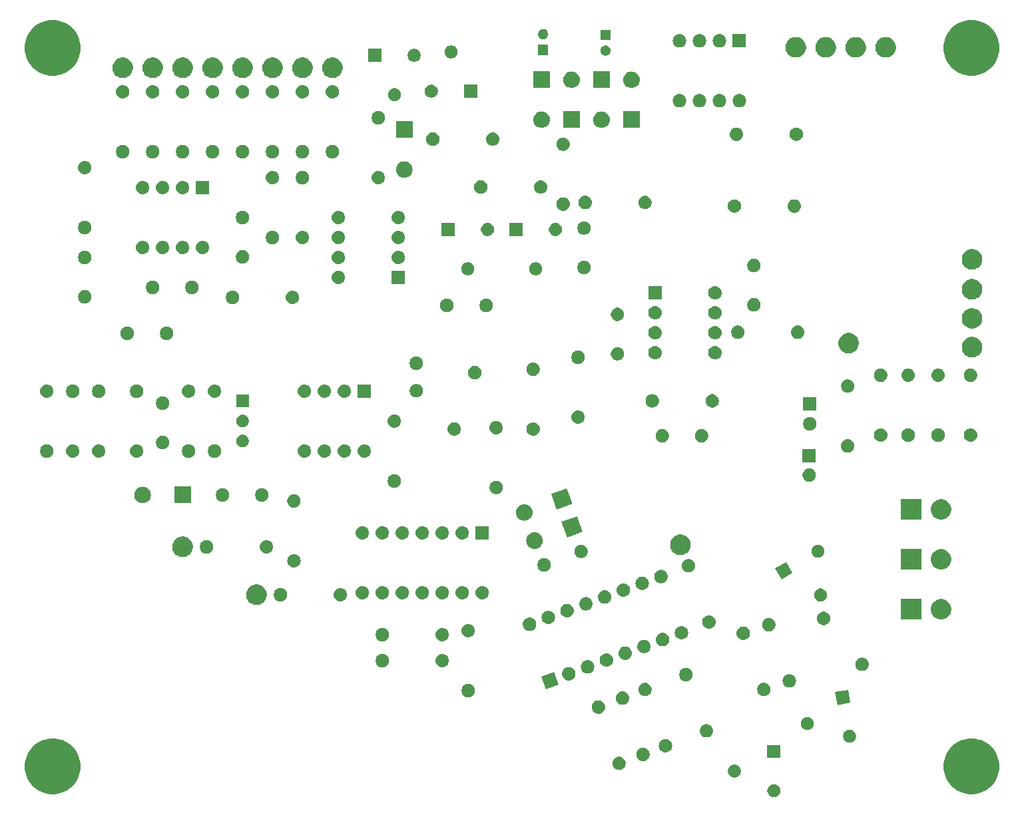
<source format=gbr>
G04 #@! TF.GenerationSoftware,KiCad,Pcbnew,(5.1.2-1)-1*
G04 #@! TF.CreationDate,2020-12-17T20:19:46-05:00*
G04 #@! TF.ProjectId,VCO - MFOS,56434f20-2d20-44d4-964f-532e6b696361,rev?*
G04 #@! TF.SameCoordinates,Original*
G04 #@! TF.FileFunction,Soldermask,Top*
G04 #@! TF.FilePolarity,Negative*
%FSLAX46Y46*%
G04 Gerber Fmt 4.6, Leading zero omitted, Abs format (unit mm)*
G04 Created by KiCad (PCBNEW (5.1.2-1)-1) date 2020-12-17 20:19:46*
%MOMM*%
%LPD*%
G04 APERTURE LIST*
%ADD10C,0.100000*%
G04 APERTURE END LIST*
D10*
G36*
X109714935Y-111520742D02*
G01*
X109865258Y-111583008D01*
X110000545Y-111673404D01*
X110115596Y-111788455D01*
X110205992Y-111923742D01*
X110268258Y-112074065D01*
X110300000Y-112233646D01*
X110300000Y-112396354D01*
X110268258Y-112555935D01*
X110205992Y-112706258D01*
X110115596Y-112841545D01*
X110000545Y-112956596D01*
X109865258Y-113046992D01*
X109714935Y-113109258D01*
X109555354Y-113141000D01*
X109392646Y-113141000D01*
X109233065Y-113109258D01*
X109082742Y-113046992D01*
X108947455Y-112956596D01*
X108832404Y-112841545D01*
X108742008Y-112706258D01*
X108679742Y-112555935D01*
X108648000Y-112396354D01*
X108648000Y-112233646D01*
X108679742Y-112074065D01*
X108742008Y-111923742D01*
X108832404Y-111788455D01*
X108947455Y-111673404D01*
X109082742Y-111583008D01*
X109233065Y-111520742D01*
X109392646Y-111489000D01*
X109555354Y-111489000D01*
X109714935Y-111520742D01*
X109714935Y-111520742D01*
G37*
G36*
X135655787Y-105805462D02*
G01*
X135845068Y-105883865D01*
X136302029Y-106073144D01*
X136883631Y-106461758D01*
X137378242Y-106956369D01*
X137766856Y-107537971D01*
X137766856Y-107537972D01*
X138034538Y-108184213D01*
X138171000Y-108870256D01*
X138171000Y-109569744D01*
X138034538Y-110255787D01*
X138034537Y-110255789D01*
X137766856Y-110902029D01*
X137378242Y-111483631D01*
X136883631Y-111978242D01*
X136302029Y-112366856D01*
X136230814Y-112396354D01*
X135655787Y-112634538D01*
X134969744Y-112771000D01*
X134270256Y-112771000D01*
X133584213Y-112634538D01*
X133009186Y-112396354D01*
X132937971Y-112366856D01*
X132356369Y-111978242D01*
X131861758Y-111483631D01*
X131473144Y-110902029D01*
X131205463Y-110255789D01*
X131205462Y-110255787D01*
X131069000Y-109569744D01*
X131069000Y-108870256D01*
X131205462Y-108184213D01*
X131473144Y-107537972D01*
X131473144Y-107537971D01*
X131861758Y-106956369D01*
X132356369Y-106461758D01*
X132937971Y-106073144D01*
X133394932Y-105883865D01*
X133584213Y-105805462D01*
X134270256Y-105669000D01*
X134969744Y-105669000D01*
X135655787Y-105805462D01*
X135655787Y-105805462D01*
G37*
G36*
X18815787Y-105805462D02*
G01*
X19005068Y-105883865D01*
X19462029Y-106073144D01*
X20043631Y-106461758D01*
X20538242Y-106956369D01*
X20926856Y-107537971D01*
X20926856Y-107537972D01*
X21194538Y-108184213D01*
X21331000Y-108870256D01*
X21331000Y-109569744D01*
X21194538Y-110255787D01*
X21194537Y-110255789D01*
X20926856Y-110902029D01*
X20538242Y-111483631D01*
X20043631Y-111978242D01*
X19462029Y-112366856D01*
X19390814Y-112396354D01*
X18815787Y-112634538D01*
X18129744Y-112771000D01*
X17430256Y-112771000D01*
X16744213Y-112634538D01*
X16169186Y-112396354D01*
X16097971Y-112366856D01*
X15516369Y-111978242D01*
X15021758Y-111483631D01*
X14633144Y-110902029D01*
X14365463Y-110255789D01*
X14365462Y-110255787D01*
X14229000Y-109569744D01*
X14229000Y-108870256D01*
X14365462Y-108184213D01*
X14633144Y-107537972D01*
X14633144Y-107537971D01*
X15021758Y-106956369D01*
X15516369Y-106461758D01*
X16097971Y-106073144D01*
X16554932Y-105883865D01*
X16744213Y-105805462D01*
X17430256Y-105669000D01*
X18129744Y-105669000D01*
X18815787Y-105805462D01*
X18815787Y-105805462D01*
G37*
G36*
X104714935Y-109020742D02*
G01*
X104865258Y-109083008D01*
X105000545Y-109173404D01*
X105115596Y-109288455D01*
X105205992Y-109423742D01*
X105268258Y-109574065D01*
X105300000Y-109733646D01*
X105300000Y-109896354D01*
X105268258Y-110055935D01*
X105205992Y-110206258D01*
X105115596Y-110341545D01*
X105000545Y-110456596D01*
X104865258Y-110546992D01*
X104714935Y-110609258D01*
X104555354Y-110641000D01*
X104392646Y-110641000D01*
X104233065Y-110609258D01*
X104082742Y-110546992D01*
X103947455Y-110456596D01*
X103832404Y-110341545D01*
X103742008Y-110206258D01*
X103679742Y-110055935D01*
X103648000Y-109896354D01*
X103648000Y-109733646D01*
X103679742Y-109574065D01*
X103742008Y-109423742D01*
X103832404Y-109288455D01*
X103947455Y-109173404D01*
X104082742Y-109083008D01*
X104233065Y-109020742D01*
X104392646Y-108989000D01*
X104555354Y-108989000D01*
X104714935Y-109020742D01*
X104714935Y-109020742D01*
G37*
G36*
X90037228Y-108020703D02*
G01*
X90192100Y-108084853D01*
X90331481Y-108177985D01*
X90450015Y-108296519D01*
X90543147Y-108435900D01*
X90607297Y-108590772D01*
X90640000Y-108755184D01*
X90640000Y-108922816D01*
X90607297Y-109087228D01*
X90543147Y-109242100D01*
X90450015Y-109381481D01*
X90331481Y-109500015D01*
X90192100Y-109593147D01*
X90037228Y-109657297D01*
X89872816Y-109690000D01*
X89705184Y-109690000D01*
X89540772Y-109657297D01*
X89385900Y-109593147D01*
X89246519Y-109500015D01*
X89127985Y-109381481D01*
X89034853Y-109242100D01*
X88970703Y-109087228D01*
X88938000Y-108922816D01*
X88938000Y-108755184D01*
X88970703Y-108590772D01*
X89034853Y-108435900D01*
X89127985Y-108296519D01*
X89246519Y-108177985D01*
X89385900Y-108084853D01*
X89540772Y-108020703D01*
X89705184Y-107988000D01*
X89872816Y-107988000D01*
X90037228Y-108020703D01*
X90037228Y-108020703D01*
G37*
G36*
X93085228Y-106877703D02*
G01*
X93240100Y-106941853D01*
X93379481Y-107034985D01*
X93498015Y-107153519D01*
X93591147Y-107292900D01*
X93655297Y-107447772D01*
X93688000Y-107612184D01*
X93688000Y-107779816D01*
X93655297Y-107944228D01*
X93591147Y-108099100D01*
X93498015Y-108238481D01*
X93379481Y-108357015D01*
X93240100Y-108450147D01*
X93085228Y-108514297D01*
X92920816Y-108547000D01*
X92753184Y-108547000D01*
X92588772Y-108514297D01*
X92433900Y-108450147D01*
X92294519Y-108357015D01*
X92175985Y-108238481D01*
X92082853Y-108099100D01*
X92018703Y-107944228D01*
X91986000Y-107779816D01*
X91986000Y-107612184D01*
X92018703Y-107447772D01*
X92082853Y-107292900D01*
X92175985Y-107153519D01*
X92294519Y-107034985D01*
X92433900Y-106941853D01*
X92588772Y-106877703D01*
X92753184Y-106845000D01*
X92920816Y-106845000D01*
X93085228Y-106877703D01*
X93085228Y-106877703D01*
G37*
G36*
X110300000Y-108141000D02*
G01*
X108648000Y-108141000D01*
X108648000Y-106489000D01*
X110300000Y-106489000D01*
X110300000Y-108141000D01*
X110300000Y-108141000D01*
G37*
G36*
X95864016Y-105762771D02*
G01*
X95994573Y-105802375D01*
X96004752Y-105805463D01*
X96024435Y-105811434D01*
X96157099Y-105882344D01*
X96172271Y-105890454D01*
X96301852Y-105996799D01*
X96408197Y-106126380D01*
X96408198Y-106126382D01*
X96487217Y-106274216D01*
X96535880Y-106434635D01*
X96552310Y-106601458D01*
X96535880Y-106768281D01*
X96487217Y-106928700D01*
X96472427Y-106956370D01*
X96408197Y-107076536D01*
X96301852Y-107206117D01*
X96172271Y-107312462D01*
X96172269Y-107312463D01*
X96024435Y-107391482D01*
X95864016Y-107440145D01*
X95738997Y-107452458D01*
X95655389Y-107452458D01*
X95530370Y-107440145D01*
X95369951Y-107391482D01*
X95222117Y-107312463D01*
X95222115Y-107312462D01*
X95092534Y-107206117D01*
X94986189Y-107076536D01*
X94921959Y-106956370D01*
X94907169Y-106928700D01*
X94858506Y-106768281D01*
X94842076Y-106601458D01*
X94858506Y-106434635D01*
X94907169Y-106274216D01*
X94986188Y-106126382D01*
X94986189Y-106126380D01*
X95092534Y-105996799D01*
X95222115Y-105890454D01*
X95237287Y-105882344D01*
X95369951Y-105811434D01*
X95389635Y-105805463D01*
X95399813Y-105802375D01*
X95530370Y-105762771D01*
X95655389Y-105750458D01*
X95738997Y-105750458D01*
X95864016Y-105762771D01*
X95864016Y-105762771D01*
G37*
G36*
X119346176Y-104586781D02*
G01*
X119496499Y-104649047D01*
X119631786Y-104739443D01*
X119746837Y-104854494D01*
X119837233Y-104989781D01*
X119899499Y-105140104D01*
X119931241Y-105299685D01*
X119931241Y-105462393D01*
X119899499Y-105621974D01*
X119837233Y-105772297D01*
X119746837Y-105907584D01*
X119631786Y-106022635D01*
X119496499Y-106113031D01*
X119346176Y-106175297D01*
X119186595Y-106207039D01*
X119023887Y-106207039D01*
X118864306Y-106175297D01*
X118713983Y-106113031D01*
X118578696Y-106022635D01*
X118463645Y-105907584D01*
X118373249Y-105772297D01*
X118310983Y-105621974D01*
X118279241Y-105462393D01*
X118279241Y-105299685D01*
X118310983Y-105140104D01*
X118373249Y-104989781D01*
X118463645Y-104854494D01*
X118578696Y-104739443D01*
X118713983Y-104649047D01*
X118864306Y-104586781D01*
X119023887Y-104555039D01*
X119186595Y-104555039D01*
X119346176Y-104586781D01*
X119346176Y-104586781D01*
G37*
G36*
X101071016Y-103857771D02*
G01*
X101231435Y-103906434D01*
X101364099Y-103977344D01*
X101379271Y-103985454D01*
X101508852Y-104091799D01*
X101615197Y-104221380D01*
X101615198Y-104221382D01*
X101694217Y-104369216D01*
X101742880Y-104529635D01*
X101759310Y-104696458D01*
X101742880Y-104863281D01*
X101694217Y-105023700D01*
X101631998Y-105140104D01*
X101615197Y-105171536D01*
X101508852Y-105301117D01*
X101379271Y-105407462D01*
X101379269Y-105407463D01*
X101231435Y-105486482D01*
X101071016Y-105535145D01*
X100945997Y-105547458D01*
X100862389Y-105547458D01*
X100737370Y-105535145D01*
X100576951Y-105486482D01*
X100429117Y-105407463D01*
X100429115Y-105407462D01*
X100299534Y-105301117D01*
X100193189Y-105171536D01*
X100176388Y-105140104D01*
X100114169Y-105023700D01*
X100065506Y-104863281D01*
X100049076Y-104696458D01*
X100065506Y-104529635D01*
X100114169Y-104369216D01*
X100193188Y-104221382D01*
X100193189Y-104221380D01*
X100299534Y-104091799D01*
X100429115Y-103985454D01*
X100444287Y-103977344D01*
X100576951Y-103906434D01*
X100737370Y-103857771D01*
X100862389Y-103845458D01*
X100945997Y-103845458D01*
X101071016Y-103857771D01*
X101071016Y-103857771D01*
G37*
G36*
X113988017Y-102993002D02*
G01*
X114138340Y-103055268D01*
X114273627Y-103145664D01*
X114388678Y-103260715D01*
X114479074Y-103396002D01*
X114541340Y-103546325D01*
X114573082Y-103705906D01*
X114573082Y-103868614D01*
X114541340Y-104028195D01*
X114479074Y-104178518D01*
X114388678Y-104313805D01*
X114273627Y-104428856D01*
X114138340Y-104519252D01*
X113988017Y-104581518D01*
X113828436Y-104613260D01*
X113665728Y-104613260D01*
X113506147Y-104581518D01*
X113355824Y-104519252D01*
X113220537Y-104428856D01*
X113105486Y-104313805D01*
X113015090Y-104178518D01*
X112952824Y-104028195D01*
X112921082Y-103868614D01*
X112921082Y-103705906D01*
X112952824Y-103546325D01*
X113015090Y-103396002D01*
X113105486Y-103260715D01*
X113220537Y-103145664D01*
X113355824Y-103055268D01*
X113506147Y-102993002D01*
X113665728Y-102961260D01*
X113828436Y-102961260D01*
X113988017Y-102993002D01*
X113988017Y-102993002D01*
G37*
G36*
X87349630Y-100839855D02*
G01*
X87510049Y-100888518D01*
X87642713Y-100959428D01*
X87657885Y-100967538D01*
X87787466Y-101073883D01*
X87893811Y-101203464D01*
X87893812Y-101203466D01*
X87972831Y-101351300D01*
X87972832Y-101351303D01*
X87981890Y-101381162D01*
X88021494Y-101511719D01*
X88037924Y-101678542D01*
X88021494Y-101845365D01*
X87972831Y-102005784D01*
X87901921Y-102138448D01*
X87893811Y-102153620D01*
X87787466Y-102283201D01*
X87657885Y-102389546D01*
X87657883Y-102389547D01*
X87510049Y-102468566D01*
X87349630Y-102517229D01*
X87224611Y-102529542D01*
X87141003Y-102529542D01*
X87015984Y-102517229D01*
X86855565Y-102468566D01*
X86707731Y-102389547D01*
X86707729Y-102389546D01*
X86578148Y-102283201D01*
X86471803Y-102153620D01*
X86463693Y-102138448D01*
X86392783Y-102005784D01*
X86344120Y-101845365D01*
X86327690Y-101678542D01*
X86344120Y-101511719D01*
X86383724Y-101381162D01*
X86392782Y-101351303D01*
X86392783Y-101351300D01*
X86471802Y-101203466D01*
X86471803Y-101203464D01*
X86578148Y-101073883D01*
X86707729Y-100967538D01*
X86722901Y-100959428D01*
X86855565Y-100888518D01*
X87015984Y-100839855D01*
X87141003Y-100827542D01*
X87224611Y-100827542D01*
X87349630Y-100839855D01*
X87349630Y-100839855D01*
G37*
G36*
X119193885Y-101127018D02*
G01*
X117566982Y-101413885D01*
X117280115Y-99786982D01*
X118907018Y-99500115D01*
X119193885Y-101127018D01*
X119193885Y-101127018D01*
G37*
G36*
X90397630Y-99696855D02*
G01*
X90558049Y-99745518D01*
X90690338Y-99816228D01*
X90705885Y-99824538D01*
X90835466Y-99930883D01*
X90941811Y-100060464D01*
X90941812Y-100060466D01*
X91020831Y-100208300D01*
X91069494Y-100368719D01*
X91085924Y-100535542D01*
X91069494Y-100702365D01*
X91069493Y-100702367D01*
X91027787Y-100839855D01*
X91020831Y-100862784D01*
X90964839Y-100967537D01*
X90941811Y-101010620D01*
X90835466Y-101140201D01*
X90705885Y-101246546D01*
X90705883Y-101246547D01*
X90558049Y-101325566D01*
X90397630Y-101374229D01*
X90272611Y-101386542D01*
X90189003Y-101386542D01*
X90063984Y-101374229D01*
X89903565Y-101325566D01*
X89755731Y-101246547D01*
X89755729Y-101246546D01*
X89626148Y-101140201D01*
X89519803Y-101010620D01*
X89496775Y-100967537D01*
X89440783Y-100862784D01*
X89433828Y-100839855D01*
X89392121Y-100702367D01*
X89392120Y-100702365D01*
X89375690Y-100535542D01*
X89392120Y-100368719D01*
X89440783Y-100208300D01*
X89519802Y-100060466D01*
X89519803Y-100060464D01*
X89626148Y-99930883D01*
X89755729Y-99824538D01*
X89771276Y-99816228D01*
X89903565Y-99745518D01*
X90063984Y-99696855D01*
X90189003Y-99684542D01*
X90272611Y-99684542D01*
X90397630Y-99696855D01*
X90397630Y-99696855D01*
G37*
G36*
X70860228Y-98749703D02*
G01*
X71015100Y-98813853D01*
X71154481Y-98906985D01*
X71273015Y-99025519D01*
X71366147Y-99164900D01*
X71430297Y-99319772D01*
X71463000Y-99484184D01*
X71463000Y-99651816D01*
X71430297Y-99816228D01*
X71366147Y-99971100D01*
X71273015Y-100110481D01*
X71154481Y-100229015D01*
X71015100Y-100322147D01*
X70860228Y-100386297D01*
X70695816Y-100419000D01*
X70528184Y-100419000D01*
X70363772Y-100386297D01*
X70208900Y-100322147D01*
X70069519Y-100229015D01*
X69950985Y-100110481D01*
X69857853Y-99971100D01*
X69793703Y-99816228D01*
X69761000Y-99651816D01*
X69761000Y-99484184D01*
X69793703Y-99319772D01*
X69857853Y-99164900D01*
X69950985Y-99025519D01*
X70069519Y-98906985D01*
X70208900Y-98813853D01*
X70363772Y-98749703D01*
X70528184Y-98717000D01*
X70695816Y-98717000D01*
X70860228Y-98749703D01*
X70860228Y-98749703D01*
G37*
G36*
X108452228Y-98622703D02*
G01*
X108607100Y-98686853D01*
X108746481Y-98779985D01*
X108865015Y-98898519D01*
X108958147Y-99037900D01*
X109022297Y-99192772D01*
X109055000Y-99357184D01*
X109055000Y-99524816D01*
X109022297Y-99689228D01*
X108958147Y-99844100D01*
X108865015Y-99983481D01*
X108746481Y-100102015D01*
X108607100Y-100195147D01*
X108452228Y-100259297D01*
X108287816Y-100292000D01*
X108120184Y-100292000D01*
X107955772Y-100259297D01*
X107800900Y-100195147D01*
X107661519Y-100102015D01*
X107542985Y-99983481D01*
X107449853Y-99844100D01*
X107385703Y-99689228D01*
X107353000Y-99524816D01*
X107353000Y-99357184D01*
X107385703Y-99192772D01*
X107449853Y-99037900D01*
X107542985Y-98898519D01*
X107661519Y-98779985D01*
X107800900Y-98686853D01*
X107955772Y-98622703D01*
X108120184Y-98590000D01*
X108287816Y-98590000D01*
X108452228Y-98622703D01*
X108452228Y-98622703D01*
G37*
G36*
X93339228Y-98622703D02*
G01*
X93494100Y-98686853D01*
X93633481Y-98779985D01*
X93752015Y-98898519D01*
X93845147Y-99037900D01*
X93909297Y-99192772D01*
X93942000Y-99357184D01*
X93942000Y-99524816D01*
X93909297Y-99689228D01*
X93845147Y-99844100D01*
X93752015Y-99983481D01*
X93633481Y-100102015D01*
X93494100Y-100195147D01*
X93339228Y-100259297D01*
X93174816Y-100292000D01*
X93007184Y-100292000D01*
X92842772Y-100259297D01*
X92687900Y-100195147D01*
X92548519Y-100102015D01*
X92429985Y-99983481D01*
X92336853Y-99844100D01*
X92272703Y-99689228D01*
X92240000Y-99524816D01*
X92240000Y-99357184D01*
X92272703Y-99192772D01*
X92336853Y-99037900D01*
X92429985Y-98898519D01*
X92548519Y-98779985D01*
X92687900Y-98686853D01*
X92842772Y-98622703D01*
X93007184Y-98590000D01*
X93174816Y-98590000D01*
X93339228Y-98622703D01*
X93339228Y-98622703D01*
G37*
G36*
X82116738Y-98806619D02*
G01*
X80517381Y-99388738D01*
X79935262Y-97789381D01*
X81534619Y-97207262D01*
X82116738Y-98806619D01*
X82116738Y-98806619D01*
G37*
G36*
X111612016Y-97507771D02*
G01*
X111772435Y-97556434D01*
X111891012Y-97619815D01*
X111920271Y-97635454D01*
X112049852Y-97741799D01*
X112156197Y-97871380D01*
X112156198Y-97871382D01*
X112235217Y-98019216D01*
X112283880Y-98179635D01*
X112300310Y-98346458D01*
X112283880Y-98513281D01*
X112235217Y-98673700D01*
X112194591Y-98749705D01*
X112156197Y-98821536D01*
X112049852Y-98951117D01*
X111920271Y-99057462D01*
X111920269Y-99057463D01*
X111772435Y-99136482D01*
X111612016Y-99185145D01*
X111486997Y-99197458D01*
X111403389Y-99197458D01*
X111278370Y-99185145D01*
X111117951Y-99136482D01*
X110970117Y-99057463D01*
X110970115Y-99057462D01*
X110840534Y-98951117D01*
X110734189Y-98821536D01*
X110695795Y-98749705D01*
X110655169Y-98673700D01*
X110606506Y-98513281D01*
X110590076Y-98346458D01*
X110606506Y-98179635D01*
X110655169Y-98019216D01*
X110734188Y-97871382D01*
X110734189Y-97871380D01*
X110840534Y-97741799D01*
X110970115Y-97635454D01*
X110999374Y-97619815D01*
X111117951Y-97556434D01*
X111278370Y-97507771D01*
X111403389Y-97495458D01*
X111486997Y-97495458D01*
X111612016Y-97507771D01*
X111612016Y-97507771D01*
G37*
G36*
X98546228Y-96717703D02*
G01*
X98701100Y-96781853D01*
X98840481Y-96874985D01*
X98959015Y-96993519D01*
X99052147Y-97132900D01*
X99116297Y-97287772D01*
X99149000Y-97452184D01*
X99149000Y-97619816D01*
X99116297Y-97784228D01*
X99052147Y-97939100D01*
X98959015Y-98078481D01*
X98840481Y-98197015D01*
X98701100Y-98290147D01*
X98546228Y-98354297D01*
X98381816Y-98387000D01*
X98214184Y-98387000D01*
X98049772Y-98354297D01*
X97894900Y-98290147D01*
X97755519Y-98197015D01*
X97636985Y-98078481D01*
X97543853Y-97939100D01*
X97479703Y-97784228D01*
X97447000Y-97619816D01*
X97447000Y-97452184D01*
X97479703Y-97287772D01*
X97543853Y-97132900D01*
X97636985Y-96993519D01*
X97755519Y-96874985D01*
X97894900Y-96781853D01*
X98049772Y-96717703D01*
X98214184Y-96685000D01*
X98381816Y-96685000D01*
X98546228Y-96717703D01*
X98546228Y-96717703D01*
G37*
G36*
X83579642Y-96590582D02*
G01*
X83740061Y-96639245D01*
X83825662Y-96685000D01*
X83887897Y-96718265D01*
X84017478Y-96824610D01*
X84123823Y-96954191D01*
X84123824Y-96954193D01*
X84202843Y-97102027D01*
X84251506Y-97262446D01*
X84267936Y-97429269D01*
X84251506Y-97596092D01*
X84202843Y-97756511D01*
X84141444Y-97871380D01*
X84123823Y-97904347D01*
X84017478Y-98033928D01*
X83887897Y-98140273D01*
X83887895Y-98140274D01*
X83740061Y-98219293D01*
X83579642Y-98267956D01*
X83454623Y-98280269D01*
X83371015Y-98280269D01*
X83245996Y-98267956D01*
X83085577Y-98219293D01*
X82937743Y-98140274D01*
X82937741Y-98140273D01*
X82808160Y-98033928D01*
X82701815Y-97904347D01*
X82684194Y-97871380D01*
X82622795Y-97756511D01*
X82574132Y-97596092D01*
X82557702Y-97429269D01*
X82574132Y-97262446D01*
X82622795Y-97102027D01*
X82701814Y-96954193D01*
X82701815Y-96954191D01*
X82808160Y-96824610D01*
X82937741Y-96718265D01*
X82999976Y-96685000D01*
X83085577Y-96639245D01*
X83245996Y-96590582D01*
X83371015Y-96578269D01*
X83454623Y-96578269D01*
X83579642Y-96590582D01*
X83579642Y-96590582D01*
G37*
G36*
X85966462Y-95721851D02*
G01*
X86126881Y-95770514D01*
X86259545Y-95841424D01*
X86274717Y-95849534D01*
X86404298Y-95955879D01*
X86510643Y-96085460D01*
X86510644Y-96085462D01*
X86589663Y-96233296D01*
X86638326Y-96393715D01*
X86654756Y-96560538D01*
X86638326Y-96727361D01*
X86589663Y-96887780D01*
X86554164Y-96954193D01*
X86510643Y-97035616D01*
X86404298Y-97165197D01*
X86274717Y-97271542D01*
X86274715Y-97271543D01*
X86126881Y-97350562D01*
X85966462Y-97399225D01*
X85841443Y-97411538D01*
X85757835Y-97411538D01*
X85632816Y-97399225D01*
X85472397Y-97350562D01*
X85324563Y-97271543D01*
X85324561Y-97271542D01*
X85194980Y-97165197D01*
X85088635Y-97035616D01*
X85045114Y-96954193D01*
X85009615Y-96887780D01*
X84960952Y-96727361D01*
X84944522Y-96560538D01*
X84960952Y-96393715D01*
X85009615Y-96233296D01*
X85088634Y-96085462D01*
X85088635Y-96085460D01*
X85194980Y-95955879D01*
X85324561Y-95849534D01*
X85339733Y-95841424D01*
X85472397Y-95770514D01*
X85632816Y-95721851D01*
X85757835Y-95709538D01*
X85841443Y-95709538D01*
X85966462Y-95721851D01*
X85966462Y-95721851D01*
G37*
G36*
X120864789Y-95389775D02*
G01*
X121025208Y-95438438D01*
X121157872Y-95509348D01*
X121173044Y-95517458D01*
X121302625Y-95623803D01*
X121408970Y-95753384D01*
X121408971Y-95753386D01*
X121487990Y-95901220D01*
X121536653Y-96061639D01*
X121553083Y-96228462D01*
X121536653Y-96395285D01*
X121487990Y-96555704D01*
X121443337Y-96639244D01*
X121408970Y-96703540D01*
X121302625Y-96833121D01*
X121173044Y-96939466D01*
X121173042Y-96939467D01*
X121025208Y-97018486D01*
X120864789Y-97067149D01*
X120739770Y-97079462D01*
X120656162Y-97079462D01*
X120531143Y-97067149D01*
X120370724Y-97018486D01*
X120222890Y-96939467D01*
X120222888Y-96939466D01*
X120093307Y-96833121D01*
X119986962Y-96703540D01*
X119952595Y-96639244D01*
X119907942Y-96555704D01*
X119859279Y-96395285D01*
X119842849Y-96228462D01*
X119859279Y-96061639D01*
X119907942Y-95901220D01*
X119986961Y-95753386D01*
X119986962Y-95753384D01*
X120093307Y-95623803D01*
X120222888Y-95517458D01*
X120238060Y-95509348D01*
X120370724Y-95438438D01*
X120531143Y-95389775D01*
X120656162Y-95377462D01*
X120739770Y-95377462D01*
X120864789Y-95389775D01*
X120864789Y-95389775D01*
G37*
G36*
X67476823Y-94919313D02*
G01*
X67637242Y-94967976D01*
X67704361Y-95003852D01*
X67785078Y-95046996D01*
X67914659Y-95153341D01*
X68021004Y-95282922D01*
X68021005Y-95282924D01*
X68100024Y-95430758D01*
X68148687Y-95591177D01*
X68165117Y-95758000D01*
X68148687Y-95924823D01*
X68100024Y-96085242D01*
X68059477Y-96161100D01*
X68021004Y-96233078D01*
X67914659Y-96362659D01*
X67785078Y-96469004D01*
X67785076Y-96469005D01*
X67637242Y-96548024D01*
X67476823Y-96596687D01*
X67351804Y-96609000D01*
X67268196Y-96609000D01*
X67143177Y-96596687D01*
X66982758Y-96548024D01*
X66834924Y-96469005D01*
X66834922Y-96469004D01*
X66705341Y-96362659D01*
X66598996Y-96233078D01*
X66560523Y-96161100D01*
X66519976Y-96085242D01*
X66471313Y-95924823D01*
X66454883Y-95758000D01*
X66471313Y-95591177D01*
X66519976Y-95430758D01*
X66598995Y-95282924D01*
X66598996Y-95282922D01*
X66705341Y-95153341D01*
X66834922Y-95046996D01*
X66915639Y-95003852D01*
X66982758Y-94967976D01*
X67143177Y-94919313D01*
X67268196Y-94907000D01*
X67351804Y-94907000D01*
X67476823Y-94919313D01*
X67476823Y-94919313D01*
G37*
G36*
X59938228Y-94939703D02*
G01*
X60093100Y-95003853D01*
X60232481Y-95096985D01*
X60351015Y-95215519D01*
X60444147Y-95354900D01*
X60508297Y-95509772D01*
X60541000Y-95674184D01*
X60541000Y-95841816D01*
X60508297Y-96006228D01*
X60444147Y-96161100D01*
X60351015Y-96300481D01*
X60232481Y-96419015D01*
X60093100Y-96512147D01*
X59938228Y-96576297D01*
X59773816Y-96609000D01*
X59606184Y-96609000D01*
X59441772Y-96576297D01*
X59286900Y-96512147D01*
X59147519Y-96419015D01*
X59028985Y-96300481D01*
X58935853Y-96161100D01*
X58871703Y-96006228D01*
X58839000Y-95841816D01*
X58839000Y-95674184D01*
X58871703Y-95509772D01*
X58935853Y-95354900D01*
X59028985Y-95215519D01*
X59147519Y-95096985D01*
X59286900Y-95003853D01*
X59441772Y-94939703D01*
X59606184Y-94907000D01*
X59773816Y-94907000D01*
X59938228Y-94939703D01*
X59938228Y-94939703D01*
G37*
G36*
X88353281Y-94853120D02*
G01*
X88513700Y-94901783D01*
X88637536Y-94967975D01*
X88661536Y-94980803D01*
X88791117Y-95087148D01*
X88897462Y-95216729D01*
X88897463Y-95216731D01*
X88976482Y-95364565D01*
X89025145Y-95524984D01*
X89041575Y-95691807D01*
X89025145Y-95858630D01*
X88976482Y-96019049D01*
X88940983Y-96085462D01*
X88897462Y-96166885D01*
X88791117Y-96296466D01*
X88661536Y-96402811D01*
X88661534Y-96402812D01*
X88513700Y-96481831D01*
X88353281Y-96530494D01*
X88228262Y-96542807D01*
X88144654Y-96542807D01*
X88019635Y-96530494D01*
X87859216Y-96481831D01*
X87711382Y-96402812D01*
X87711380Y-96402811D01*
X87581799Y-96296466D01*
X87475454Y-96166885D01*
X87431933Y-96085462D01*
X87396434Y-96019049D01*
X87347771Y-95858630D01*
X87331341Y-95691807D01*
X87347771Y-95524984D01*
X87396434Y-95364565D01*
X87475453Y-95216731D01*
X87475454Y-95216729D01*
X87581799Y-95087148D01*
X87711380Y-94980803D01*
X87735380Y-94967975D01*
X87859216Y-94901783D01*
X88019635Y-94853120D01*
X88144654Y-94840807D01*
X88228262Y-94840807D01*
X88353281Y-94853120D01*
X88353281Y-94853120D01*
G37*
G36*
X90740100Y-93984388D02*
G01*
X90900519Y-94033051D01*
X91033183Y-94103961D01*
X91048355Y-94112071D01*
X91177936Y-94218416D01*
X91284281Y-94347997D01*
X91284282Y-94347999D01*
X91363301Y-94495833D01*
X91411964Y-94656252D01*
X91428394Y-94823075D01*
X91411964Y-94989898D01*
X91363301Y-95150317D01*
X91328449Y-95215520D01*
X91284281Y-95298153D01*
X91177936Y-95427734D01*
X91048355Y-95534079D01*
X91048353Y-95534080D01*
X90900519Y-95613099D01*
X90740100Y-95661762D01*
X90615081Y-95674075D01*
X90531473Y-95674075D01*
X90406454Y-95661762D01*
X90246035Y-95613099D01*
X90098201Y-95534080D01*
X90098199Y-95534079D01*
X89968618Y-95427734D01*
X89862273Y-95298153D01*
X89818105Y-95215520D01*
X89783253Y-95150317D01*
X89734590Y-94989898D01*
X89718160Y-94823075D01*
X89734590Y-94656252D01*
X89783253Y-94495833D01*
X89862272Y-94347999D01*
X89862273Y-94347997D01*
X89968618Y-94218416D01*
X90098199Y-94112071D01*
X90113371Y-94103961D01*
X90246035Y-94033051D01*
X90406454Y-93984388D01*
X90531473Y-93972075D01*
X90615081Y-93972075D01*
X90740100Y-93984388D01*
X90740100Y-93984388D01*
G37*
G36*
X93126919Y-93115657D02*
G01*
X93287338Y-93164320D01*
X93373074Y-93210147D01*
X93435174Y-93243340D01*
X93564755Y-93349685D01*
X93671100Y-93479266D01*
X93671101Y-93479268D01*
X93750120Y-93627102D01*
X93798783Y-93787521D01*
X93815213Y-93954344D01*
X93798783Y-94121167D01*
X93750120Y-94281586D01*
X93714621Y-94347999D01*
X93671100Y-94429422D01*
X93564755Y-94559003D01*
X93435174Y-94665348D01*
X93435172Y-94665349D01*
X93287338Y-94744368D01*
X93126919Y-94793031D01*
X93001900Y-94805344D01*
X92918292Y-94805344D01*
X92793273Y-94793031D01*
X92632854Y-94744368D01*
X92485020Y-94665349D01*
X92485018Y-94665348D01*
X92355437Y-94559003D01*
X92249092Y-94429422D01*
X92205571Y-94347999D01*
X92170072Y-94281586D01*
X92121409Y-94121167D01*
X92104979Y-93954344D01*
X92121409Y-93787521D01*
X92170072Y-93627102D01*
X92249091Y-93479268D01*
X92249092Y-93479266D01*
X92355437Y-93349685D01*
X92485018Y-93243340D01*
X92547118Y-93210147D01*
X92632854Y-93164320D01*
X92793273Y-93115657D01*
X92918292Y-93103344D01*
X93001900Y-93103344D01*
X93126919Y-93115657D01*
X93126919Y-93115657D01*
G37*
G36*
X95513739Y-92246926D02*
G01*
X95674158Y-92295589D01*
X95806822Y-92366499D01*
X95821994Y-92374609D01*
X95951575Y-92480954D01*
X96057920Y-92610535D01*
X96057921Y-92610537D01*
X96136940Y-92758371D01*
X96185603Y-92918790D01*
X96202033Y-93085613D01*
X96185603Y-93252436D01*
X96136940Y-93412855D01*
X96101441Y-93479268D01*
X96057920Y-93560691D01*
X95951575Y-93690272D01*
X95821994Y-93796617D01*
X95821992Y-93796618D01*
X95674158Y-93875637D01*
X95513739Y-93924300D01*
X95388720Y-93936613D01*
X95305112Y-93936613D01*
X95180093Y-93924300D01*
X95019674Y-93875637D01*
X94871840Y-93796618D01*
X94871838Y-93796617D01*
X94742257Y-93690272D01*
X94635912Y-93560691D01*
X94592391Y-93479268D01*
X94556892Y-93412855D01*
X94508229Y-93252436D01*
X94491799Y-93085613D01*
X94508229Y-92918790D01*
X94556892Y-92758371D01*
X94635911Y-92610537D01*
X94635912Y-92610535D01*
X94742257Y-92480954D01*
X94871838Y-92374609D01*
X94887010Y-92366499D01*
X95019674Y-92295589D01*
X95180093Y-92246926D01*
X95305112Y-92234613D01*
X95388720Y-92234613D01*
X95513739Y-92246926D01*
X95513739Y-92246926D01*
G37*
G36*
X67476823Y-91617313D02*
G01*
X67637242Y-91665976D01*
X67769906Y-91736886D01*
X67785078Y-91744996D01*
X67914659Y-91851341D01*
X68021004Y-91980922D01*
X68021005Y-91980924D01*
X68100024Y-92128758D01*
X68148687Y-92289177D01*
X68165117Y-92456000D01*
X68148687Y-92622823D01*
X68100024Y-92783242D01*
X68059477Y-92859100D01*
X68021004Y-92931078D01*
X67914659Y-93060659D01*
X67785078Y-93167004D01*
X67785076Y-93167005D01*
X67637242Y-93246024D01*
X67476823Y-93294687D01*
X67351804Y-93307000D01*
X67268196Y-93307000D01*
X67143177Y-93294687D01*
X66982758Y-93246024D01*
X66834924Y-93167005D01*
X66834922Y-93167004D01*
X66705341Y-93060659D01*
X66598996Y-92931078D01*
X66560523Y-92859100D01*
X66519976Y-92783242D01*
X66471313Y-92622823D01*
X66454883Y-92456000D01*
X66471313Y-92289177D01*
X66519976Y-92128758D01*
X66598995Y-91980924D01*
X66598996Y-91980922D01*
X66705341Y-91851341D01*
X66834922Y-91744996D01*
X66850094Y-91736886D01*
X66982758Y-91665976D01*
X67143177Y-91617313D01*
X67268196Y-91605000D01*
X67351804Y-91605000D01*
X67476823Y-91617313D01*
X67476823Y-91617313D01*
G37*
G36*
X59938228Y-91637703D02*
G01*
X60093100Y-91701853D01*
X60232481Y-91794985D01*
X60351015Y-91913519D01*
X60444147Y-92052900D01*
X60508297Y-92207772D01*
X60541000Y-92372184D01*
X60541000Y-92539816D01*
X60508297Y-92704228D01*
X60444147Y-92859100D01*
X60351015Y-92998481D01*
X60232481Y-93117015D01*
X60093100Y-93210147D01*
X59938228Y-93274297D01*
X59773816Y-93307000D01*
X59606184Y-93307000D01*
X59441772Y-93274297D01*
X59286900Y-93210147D01*
X59147519Y-93117015D01*
X59028985Y-92998481D01*
X58935853Y-92859100D01*
X58871703Y-92704228D01*
X58839000Y-92539816D01*
X58839000Y-92372184D01*
X58871703Y-92207772D01*
X58935853Y-92052900D01*
X59028985Y-91913519D01*
X59147519Y-91794985D01*
X59286900Y-91701853D01*
X59441772Y-91637703D01*
X59606184Y-91605000D01*
X59773816Y-91605000D01*
X59938228Y-91637703D01*
X59938228Y-91637703D01*
G37*
G36*
X105764630Y-91441855D02*
G01*
X105925049Y-91490518D01*
X106057713Y-91561428D01*
X106072885Y-91569538D01*
X106202466Y-91675883D01*
X106308811Y-91805464D01*
X106308812Y-91805466D01*
X106387831Y-91953300D01*
X106387832Y-91953303D01*
X106396210Y-91980922D01*
X106436494Y-92113719D01*
X106452924Y-92280542D01*
X106436494Y-92447365D01*
X106387831Y-92607784D01*
X106336280Y-92704229D01*
X106308811Y-92755620D01*
X106202466Y-92885201D01*
X106072885Y-92991546D01*
X106072883Y-92991547D01*
X105925049Y-93070566D01*
X105764630Y-93119229D01*
X105639611Y-93131542D01*
X105556003Y-93131542D01*
X105430984Y-93119229D01*
X105270565Y-93070566D01*
X105122731Y-92991547D01*
X105122729Y-92991546D01*
X104993148Y-92885201D01*
X104886803Y-92755620D01*
X104859334Y-92704229D01*
X104807783Y-92607784D01*
X104759120Y-92447365D01*
X104742690Y-92280542D01*
X104759120Y-92113719D01*
X104799404Y-91980922D01*
X104807782Y-91953303D01*
X104807783Y-91953300D01*
X104886802Y-91805466D01*
X104886803Y-91805464D01*
X104993148Y-91675883D01*
X105122729Y-91569538D01*
X105137901Y-91561428D01*
X105270565Y-91490518D01*
X105430984Y-91441855D01*
X105556003Y-91429542D01*
X105639611Y-91429542D01*
X105764630Y-91441855D01*
X105764630Y-91441855D01*
G37*
G36*
X97900558Y-91378195D02*
G01*
X98060977Y-91426858D01*
X98147160Y-91472924D01*
X98208813Y-91505878D01*
X98338394Y-91612223D01*
X98444739Y-91741804D01*
X98444740Y-91741806D01*
X98523759Y-91889640D01*
X98572422Y-92050059D01*
X98588852Y-92216882D01*
X98572422Y-92383705D01*
X98523759Y-92544124D01*
X98488260Y-92610537D01*
X98444739Y-92691960D01*
X98338394Y-92821541D01*
X98208813Y-92927886D01*
X98208811Y-92927887D01*
X98060977Y-93006906D01*
X97900558Y-93055569D01*
X97775539Y-93067882D01*
X97691931Y-93067882D01*
X97566912Y-93055569D01*
X97406493Y-93006906D01*
X97258659Y-92927887D01*
X97258657Y-92927886D01*
X97129076Y-92821541D01*
X97022731Y-92691960D01*
X96979210Y-92610537D01*
X96943711Y-92544124D01*
X96895048Y-92383705D01*
X96878618Y-92216882D01*
X96895048Y-92050059D01*
X96943711Y-91889640D01*
X97022730Y-91741806D01*
X97022731Y-91741804D01*
X97129076Y-91612223D01*
X97258657Y-91505878D01*
X97320310Y-91472924D01*
X97406493Y-91426858D01*
X97566912Y-91378195D01*
X97691931Y-91365882D01*
X97775539Y-91365882D01*
X97900558Y-91378195D01*
X97900558Y-91378195D01*
G37*
G36*
X70778823Y-91109313D02*
G01*
X70939242Y-91157976D01*
X71071906Y-91228886D01*
X71087078Y-91236996D01*
X71216659Y-91343341D01*
X71323004Y-91472922D01*
X71323005Y-91472924D01*
X71402024Y-91620758D01*
X71450687Y-91781177D01*
X71467117Y-91948000D01*
X71450687Y-92114823D01*
X71402024Y-92275242D01*
X71391148Y-92295589D01*
X71323004Y-92423078D01*
X71216659Y-92552659D01*
X71087078Y-92659004D01*
X71087076Y-92659005D01*
X70939242Y-92738024D01*
X70778823Y-92786687D01*
X70653804Y-92799000D01*
X70570196Y-92799000D01*
X70445177Y-92786687D01*
X70284758Y-92738024D01*
X70136924Y-92659005D01*
X70136922Y-92659004D01*
X70007341Y-92552659D01*
X69900996Y-92423078D01*
X69832852Y-92295589D01*
X69821976Y-92275242D01*
X69773313Y-92114823D01*
X69756883Y-91948000D01*
X69773313Y-91781177D01*
X69821976Y-91620758D01*
X69900995Y-91472924D01*
X69900996Y-91472922D01*
X70007341Y-91343341D01*
X70136922Y-91236996D01*
X70152094Y-91228886D01*
X70284758Y-91157976D01*
X70445177Y-91109313D01*
X70570196Y-91097000D01*
X70653804Y-91097000D01*
X70778823Y-91109313D01*
X70778823Y-91109313D01*
G37*
G36*
X109087228Y-90367703D02*
G01*
X109242100Y-90431853D01*
X109381481Y-90524985D01*
X109500015Y-90643519D01*
X109593147Y-90782900D01*
X109657297Y-90937772D01*
X109690000Y-91102184D01*
X109690000Y-91269816D01*
X109657297Y-91434228D01*
X109593147Y-91589100D01*
X109500015Y-91728481D01*
X109381481Y-91847015D01*
X109242100Y-91940147D01*
X109087228Y-92004297D01*
X108922816Y-92037000D01*
X108755184Y-92037000D01*
X108590772Y-92004297D01*
X108435900Y-91940147D01*
X108296519Y-91847015D01*
X108177985Y-91728481D01*
X108084853Y-91589100D01*
X108020703Y-91434228D01*
X107988000Y-91269816D01*
X107988000Y-91102184D01*
X108020703Y-90937772D01*
X108084853Y-90782900D01*
X108177985Y-90643519D01*
X108296519Y-90524985D01*
X108435900Y-90431853D01*
X108590772Y-90367703D01*
X108755184Y-90335000D01*
X108922816Y-90335000D01*
X109087228Y-90367703D01*
X109087228Y-90367703D01*
G37*
G36*
X78586630Y-90298855D02*
G01*
X78747049Y-90347518D01*
X78804791Y-90378382D01*
X78894885Y-90426538D01*
X79024466Y-90532883D01*
X79130811Y-90662464D01*
X79130812Y-90662466D01*
X79209831Y-90810300D01*
X79258494Y-90970719D01*
X79274924Y-91137542D01*
X79258494Y-91304365D01*
X79239833Y-91365882D01*
X79211854Y-91458117D01*
X79209831Y-91464784D01*
X79156552Y-91564462D01*
X79130811Y-91612620D01*
X79024466Y-91742201D01*
X78894885Y-91848546D01*
X78894883Y-91848547D01*
X78747049Y-91927566D01*
X78586630Y-91976229D01*
X78461611Y-91988542D01*
X78378003Y-91988542D01*
X78252984Y-91976229D01*
X78092565Y-91927566D01*
X77944731Y-91848547D01*
X77944729Y-91848546D01*
X77815148Y-91742201D01*
X77708803Y-91612620D01*
X77683062Y-91564462D01*
X77629783Y-91464784D01*
X77627761Y-91458117D01*
X77599781Y-91365882D01*
X77581120Y-91304365D01*
X77564690Y-91137542D01*
X77581120Y-90970719D01*
X77629783Y-90810300D01*
X77708802Y-90662466D01*
X77708803Y-90662464D01*
X77815148Y-90532883D01*
X77944729Y-90426538D01*
X78034823Y-90378382D01*
X78092565Y-90347518D01*
X78252984Y-90298855D01*
X78378003Y-90286542D01*
X78461611Y-90286542D01*
X78586630Y-90298855D01*
X78586630Y-90298855D01*
G37*
G36*
X101388516Y-90014771D02*
G01*
X101548935Y-90063434D01*
X101681599Y-90134344D01*
X101696771Y-90142454D01*
X101826352Y-90248799D01*
X101932697Y-90378380D01*
X101932698Y-90378382D01*
X102011717Y-90526216D01*
X102011718Y-90526219D01*
X102020776Y-90556078D01*
X102060380Y-90686635D01*
X102076810Y-90853458D01*
X102060380Y-91020281D01*
X102011717Y-91180700D01*
X101981626Y-91236996D01*
X101932697Y-91328536D01*
X101826352Y-91458117D01*
X101696771Y-91564462D01*
X101696769Y-91564463D01*
X101548935Y-91643482D01*
X101388516Y-91692145D01*
X101263497Y-91704458D01*
X101179889Y-91704458D01*
X101054870Y-91692145D01*
X100894451Y-91643482D01*
X100746617Y-91564463D01*
X100746615Y-91564462D01*
X100617034Y-91458117D01*
X100510689Y-91328536D01*
X100461760Y-91236996D01*
X100431669Y-91180700D01*
X100383006Y-91020281D01*
X100366576Y-90853458D01*
X100383006Y-90686635D01*
X100422610Y-90556078D01*
X100431668Y-90526219D01*
X100431669Y-90526216D01*
X100510688Y-90378382D01*
X100510689Y-90378380D01*
X100617034Y-90248799D01*
X100746615Y-90142454D01*
X100761787Y-90134344D01*
X100894451Y-90063434D01*
X101054870Y-90014771D01*
X101179889Y-90002458D01*
X101263497Y-90002458D01*
X101388516Y-90014771D01*
X101388516Y-90014771D01*
G37*
G36*
X116048152Y-89572906D02*
G01*
X116203024Y-89637056D01*
X116342405Y-89730188D01*
X116460939Y-89848722D01*
X116554071Y-89988103D01*
X116618221Y-90142975D01*
X116650924Y-90307387D01*
X116650924Y-90475019D01*
X116618221Y-90639431D01*
X116554071Y-90794303D01*
X116460939Y-90933684D01*
X116342405Y-91052218D01*
X116203024Y-91145350D01*
X116048152Y-91209500D01*
X115883740Y-91242203D01*
X115716108Y-91242203D01*
X115551696Y-91209500D01*
X115396824Y-91145350D01*
X115257443Y-91052218D01*
X115138909Y-90933684D01*
X115045777Y-90794303D01*
X114981627Y-90639431D01*
X114948924Y-90475019D01*
X114948924Y-90307387D01*
X114981627Y-90142975D01*
X115045777Y-89988103D01*
X115138909Y-89848722D01*
X115257443Y-89730188D01*
X115396824Y-89637056D01*
X115551696Y-89572906D01*
X115716108Y-89540203D01*
X115883740Y-89540203D01*
X116048152Y-89572906D01*
X116048152Y-89572906D01*
G37*
G36*
X80973449Y-89430124D02*
G01*
X81133868Y-89478787D01*
X81248769Y-89540203D01*
X81281704Y-89557807D01*
X81411285Y-89664152D01*
X81517630Y-89793733D01*
X81517631Y-89793735D01*
X81596650Y-89941569D01*
X81645313Y-90101988D01*
X81661743Y-90268811D01*
X81645313Y-90435634D01*
X81596650Y-90596053D01*
X81561151Y-90662466D01*
X81517630Y-90743889D01*
X81411285Y-90873470D01*
X81281704Y-90979815D01*
X81281702Y-90979816D01*
X81133868Y-91058835D01*
X80973449Y-91107498D01*
X80848430Y-91119811D01*
X80764822Y-91119811D01*
X80639803Y-91107498D01*
X80479384Y-91058835D01*
X80331550Y-90979816D01*
X80331548Y-90979815D01*
X80201967Y-90873470D01*
X80095622Y-90743889D01*
X80052101Y-90662466D01*
X80016602Y-90596053D01*
X79967939Y-90435634D01*
X79951509Y-90268811D01*
X79967939Y-90101988D01*
X80016602Y-89941569D01*
X80095621Y-89793735D01*
X80095622Y-89793733D01*
X80201967Y-89664152D01*
X80331548Y-89557807D01*
X80364483Y-89540203D01*
X80479384Y-89478787D01*
X80639803Y-89430124D01*
X80764822Y-89417811D01*
X80848430Y-89417811D01*
X80973449Y-89430124D01*
X80973449Y-89430124D01*
G37*
G36*
X131125893Y-87966804D02*
G01*
X131362601Y-88064852D01*
X131362603Y-88064853D01*
X131575635Y-88207196D01*
X131756804Y-88388365D01*
X131864190Y-88549080D01*
X131899148Y-88601399D01*
X131997196Y-88838107D01*
X132047180Y-89089393D01*
X132047180Y-89345607D01*
X131997196Y-89596893D01*
X131943170Y-89727322D01*
X131899147Y-89833603D01*
X131756804Y-90046635D01*
X131575635Y-90227804D01*
X131362603Y-90370147D01*
X131362602Y-90370148D01*
X131362601Y-90370148D01*
X131125893Y-90468196D01*
X130874607Y-90518180D01*
X130618393Y-90518180D01*
X130367107Y-90468196D01*
X130130399Y-90370148D01*
X130130398Y-90370148D01*
X130130397Y-90370147D01*
X129917365Y-90227804D01*
X129736196Y-90046635D01*
X129593853Y-89833603D01*
X129549830Y-89727322D01*
X129495804Y-89596893D01*
X129445820Y-89345607D01*
X129445820Y-89089393D01*
X129495804Y-88838107D01*
X129593852Y-88601399D01*
X129628810Y-88549080D01*
X129736196Y-88388365D01*
X129917365Y-88207196D01*
X130130397Y-88064853D01*
X130130399Y-88064852D01*
X130367107Y-87966804D01*
X130618393Y-87916820D01*
X130874607Y-87916820D01*
X131125893Y-87966804D01*
X131125893Y-87966804D01*
G37*
G36*
X128237180Y-90518180D02*
G01*
X125635820Y-90518180D01*
X125635820Y-87916820D01*
X128237180Y-87916820D01*
X128237180Y-90518180D01*
X128237180Y-90518180D01*
G37*
G36*
X83360268Y-88561393D02*
G01*
X83520687Y-88610056D01*
X83645332Y-88676680D01*
X83668523Y-88689076D01*
X83798104Y-88795421D01*
X83904449Y-88925002D01*
X83904450Y-88925004D01*
X83983469Y-89072838D01*
X84032132Y-89233257D01*
X84048562Y-89400080D01*
X84032132Y-89566903D01*
X83983469Y-89727322D01*
X83918579Y-89848722D01*
X83904449Y-89875158D01*
X83798104Y-90004739D01*
X83668523Y-90111084D01*
X83668521Y-90111085D01*
X83520687Y-90190104D01*
X83360268Y-90238767D01*
X83235249Y-90251080D01*
X83151641Y-90251080D01*
X83026622Y-90238767D01*
X82866203Y-90190104D01*
X82718369Y-90111085D01*
X82718367Y-90111084D01*
X82588786Y-90004739D01*
X82482441Y-89875158D01*
X82468311Y-89848722D01*
X82403421Y-89727322D01*
X82354758Y-89566903D01*
X82338328Y-89400080D01*
X82354758Y-89233257D01*
X82403421Y-89072838D01*
X82482440Y-88925004D01*
X82482441Y-88925002D01*
X82588786Y-88795421D01*
X82718367Y-88689076D01*
X82741558Y-88676680D01*
X82866203Y-88610056D01*
X83026622Y-88561393D01*
X83151641Y-88549080D01*
X83235249Y-88549080D01*
X83360268Y-88561393D01*
X83360268Y-88561393D01*
G37*
G36*
X85747087Y-87692662D02*
G01*
X85907506Y-87741325D01*
X86040170Y-87812235D01*
X86055342Y-87820345D01*
X86184923Y-87926690D01*
X86291268Y-88056271D01*
X86291269Y-88056273D01*
X86370288Y-88204107D01*
X86418951Y-88364526D01*
X86435381Y-88531349D01*
X86418951Y-88698172D01*
X86370288Y-88858591D01*
X86334789Y-88925004D01*
X86291268Y-89006427D01*
X86184923Y-89136008D01*
X86055342Y-89242353D01*
X86055340Y-89242354D01*
X85907506Y-89321373D01*
X85747087Y-89370036D01*
X85622068Y-89382349D01*
X85538460Y-89382349D01*
X85413441Y-89370036D01*
X85253022Y-89321373D01*
X85105188Y-89242354D01*
X85105186Y-89242353D01*
X84975605Y-89136008D01*
X84869260Y-89006427D01*
X84825739Y-88925004D01*
X84790240Y-88858591D01*
X84741577Y-88698172D01*
X84725147Y-88531349D01*
X84741577Y-88364526D01*
X84790240Y-88204107D01*
X84869259Y-88056273D01*
X84869260Y-88056271D01*
X84975605Y-87926690D01*
X85105186Y-87820345D01*
X85120358Y-87812235D01*
X85253022Y-87741325D01*
X85413441Y-87692662D01*
X85538460Y-87680349D01*
X85622068Y-87680349D01*
X85747087Y-87692662D01*
X85747087Y-87692662D01*
G37*
G36*
X44067393Y-86125304D02*
G01*
X44304101Y-86223352D01*
X44304103Y-86223353D01*
X44517135Y-86365696D01*
X44698304Y-86546865D01*
X44810767Y-86715179D01*
X44840648Y-86759899D01*
X44938696Y-86996607D01*
X44988680Y-87247893D01*
X44988680Y-87504107D01*
X44938696Y-87755393D01*
X44853660Y-87960687D01*
X44840647Y-87992103D01*
X44698304Y-88205135D01*
X44517135Y-88386304D01*
X44304103Y-88528647D01*
X44304102Y-88528648D01*
X44304101Y-88528648D01*
X44067393Y-88626696D01*
X43816107Y-88676680D01*
X43559893Y-88676680D01*
X43308607Y-88626696D01*
X43071899Y-88528648D01*
X43071898Y-88528648D01*
X43071897Y-88528647D01*
X42858865Y-88386304D01*
X42677696Y-88205135D01*
X42535353Y-87992103D01*
X42522340Y-87960687D01*
X42437304Y-87755393D01*
X42387320Y-87504107D01*
X42387320Y-87247893D01*
X42437304Y-86996607D01*
X42535352Y-86759899D01*
X42565233Y-86715179D01*
X42677696Y-86546865D01*
X42858865Y-86365696D01*
X43071897Y-86223353D01*
X43071899Y-86223352D01*
X43308607Y-86125304D01*
X43559893Y-86075320D01*
X43816107Y-86075320D01*
X44067393Y-86125304D01*
X44067393Y-86125304D01*
G37*
G36*
X88133907Y-86823931D02*
G01*
X88294326Y-86872594D01*
X88426990Y-86943504D01*
X88442162Y-86951614D01*
X88571743Y-87057959D01*
X88678088Y-87187540D01*
X88678089Y-87187542D01*
X88757108Y-87335376D01*
X88805771Y-87495795D01*
X88822201Y-87662618D01*
X88805771Y-87829441D01*
X88773850Y-87934670D01*
X88762223Y-87973000D01*
X88757108Y-87989860D01*
X88721609Y-88056273D01*
X88678088Y-88137696D01*
X88571743Y-88267277D01*
X88442162Y-88373622D01*
X88442160Y-88373623D01*
X88294326Y-88452642D01*
X88133907Y-88501305D01*
X88008888Y-88513618D01*
X87925280Y-88513618D01*
X87800261Y-88501305D01*
X87639842Y-88452642D01*
X87492008Y-88373623D01*
X87492006Y-88373622D01*
X87362425Y-88267277D01*
X87256080Y-88137696D01*
X87212559Y-88056273D01*
X87177060Y-87989860D01*
X87171946Y-87973000D01*
X87160318Y-87934670D01*
X87128397Y-87829441D01*
X87111967Y-87662618D01*
X87128397Y-87495795D01*
X87177060Y-87335376D01*
X87256079Y-87187542D01*
X87256080Y-87187540D01*
X87362425Y-87057959D01*
X87492006Y-86951614D01*
X87507178Y-86943504D01*
X87639842Y-86872594D01*
X87800261Y-86823931D01*
X87925280Y-86811618D01*
X88008888Y-86811618D01*
X88133907Y-86823931D01*
X88133907Y-86823931D01*
G37*
G36*
X115649999Y-86613869D02*
G01*
X115800322Y-86676135D01*
X115935609Y-86766531D01*
X116050660Y-86881582D01*
X116141056Y-87016869D01*
X116203322Y-87167192D01*
X116235064Y-87326773D01*
X116235064Y-87489481D01*
X116203322Y-87649062D01*
X116141056Y-87799385D01*
X116050660Y-87934672D01*
X115935609Y-88049723D01*
X115800322Y-88140119D01*
X115649999Y-88202385D01*
X115490418Y-88234127D01*
X115327710Y-88234127D01*
X115168129Y-88202385D01*
X115017806Y-88140119D01*
X114882519Y-88049723D01*
X114767468Y-87934672D01*
X114677072Y-87799385D01*
X114614806Y-87649062D01*
X114583064Y-87489481D01*
X114583064Y-87326773D01*
X114614806Y-87167192D01*
X114677072Y-87016869D01*
X114767468Y-86881582D01*
X114882519Y-86766531D01*
X115017806Y-86676135D01*
X115168129Y-86613869D01*
X115327710Y-86582127D01*
X115490418Y-86582127D01*
X115649999Y-86613869D01*
X115649999Y-86613869D01*
G37*
G36*
X54522823Y-86537313D02*
G01*
X54683242Y-86585976D01*
X54815906Y-86656886D01*
X54831078Y-86664996D01*
X54960659Y-86771341D01*
X55067004Y-86900922D01*
X55067005Y-86900924D01*
X55146024Y-87048758D01*
X55194687Y-87209177D01*
X55211117Y-87376000D01*
X55194687Y-87542823D01*
X55146024Y-87703242D01*
X55094634Y-87799385D01*
X55067004Y-87851078D01*
X54960659Y-87980659D01*
X54831078Y-88087004D01*
X54831076Y-88087005D01*
X54683242Y-88166024D01*
X54522823Y-88214687D01*
X54397804Y-88227000D01*
X54314196Y-88227000D01*
X54189177Y-88214687D01*
X54028758Y-88166024D01*
X53880924Y-88087005D01*
X53880922Y-88087004D01*
X53751341Y-87980659D01*
X53644996Y-87851078D01*
X53617366Y-87799385D01*
X53565976Y-87703242D01*
X53517313Y-87542823D01*
X53500883Y-87376000D01*
X53517313Y-87209177D01*
X53565976Y-87048758D01*
X53644995Y-86900924D01*
X53644996Y-86900922D01*
X53751341Y-86771341D01*
X53880922Y-86664996D01*
X53896094Y-86656886D01*
X54028758Y-86585976D01*
X54189177Y-86537313D01*
X54314196Y-86525000D01*
X54397804Y-86525000D01*
X54522823Y-86537313D01*
X54522823Y-86537313D01*
G37*
G36*
X46984228Y-86557703D02*
G01*
X47139100Y-86621853D01*
X47278481Y-86714985D01*
X47397015Y-86833519D01*
X47490147Y-86972900D01*
X47554297Y-87127772D01*
X47587000Y-87292184D01*
X47587000Y-87459816D01*
X47554297Y-87624228D01*
X47490147Y-87779100D01*
X47397015Y-87918481D01*
X47278481Y-88037015D01*
X47139100Y-88130147D01*
X46984228Y-88194297D01*
X46819816Y-88227000D01*
X46652184Y-88227000D01*
X46487772Y-88194297D01*
X46332900Y-88130147D01*
X46193519Y-88037015D01*
X46074985Y-87918481D01*
X45981853Y-87779100D01*
X45917703Y-87624228D01*
X45885000Y-87459816D01*
X45885000Y-87292184D01*
X45917703Y-87127772D01*
X45981853Y-86972900D01*
X46074985Y-86833519D01*
X46193519Y-86714985D01*
X46332900Y-86621853D01*
X46487772Y-86557703D01*
X46652184Y-86525000D01*
X46819816Y-86525000D01*
X46984228Y-86557703D01*
X46984228Y-86557703D01*
G37*
G36*
X62396823Y-86283313D02*
G01*
X62557242Y-86331976D01*
X62684938Y-86400231D01*
X62705078Y-86410996D01*
X62834659Y-86517341D01*
X62941004Y-86646922D01*
X62941005Y-86646924D01*
X63020024Y-86794758D01*
X63020025Y-86794761D01*
X63028874Y-86823931D01*
X63068687Y-86955177D01*
X63085117Y-87122000D01*
X63068687Y-87288823D01*
X63020024Y-87449242D01*
X62990698Y-87504107D01*
X62941004Y-87597078D01*
X62834659Y-87726659D01*
X62705078Y-87833004D01*
X62705076Y-87833005D01*
X62557242Y-87912024D01*
X62396823Y-87960687D01*
X62271804Y-87973000D01*
X62188196Y-87973000D01*
X62063177Y-87960687D01*
X61902758Y-87912024D01*
X61754924Y-87833005D01*
X61754922Y-87833004D01*
X61625341Y-87726659D01*
X61518996Y-87597078D01*
X61469302Y-87504107D01*
X61439976Y-87449242D01*
X61391313Y-87288823D01*
X61374883Y-87122000D01*
X61391313Y-86955177D01*
X61431126Y-86823931D01*
X61439975Y-86794761D01*
X61439976Y-86794758D01*
X61518995Y-86646924D01*
X61518996Y-86646922D01*
X61625341Y-86517341D01*
X61754922Y-86410996D01*
X61775062Y-86400231D01*
X61902758Y-86331976D01*
X62063177Y-86283313D01*
X62188196Y-86271000D01*
X62271804Y-86271000D01*
X62396823Y-86283313D01*
X62396823Y-86283313D01*
G37*
G36*
X70016823Y-86283313D02*
G01*
X70177242Y-86331976D01*
X70304938Y-86400231D01*
X70325078Y-86410996D01*
X70454659Y-86517341D01*
X70561004Y-86646922D01*
X70561005Y-86646924D01*
X70640024Y-86794758D01*
X70640025Y-86794761D01*
X70648874Y-86823931D01*
X70688687Y-86955177D01*
X70705117Y-87122000D01*
X70688687Y-87288823D01*
X70640024Y-87449242D01*
X70610698Y-87504107D01*
X70561004Y-87597078D01*
X70454659Y-87726659D01*
X70325078Y-87833004D01*
X70325076Y-87833005D01*
X70177242Y-87912024D01*
X70016823Y-87960687D01*
X69891804Y-87973000D01*
X69808196Y-87973000D01*
X69683177Y-87960687D01*
X69522758Y-87912024D01*
X69374924Y-87833005D01*
X69374922Y-87833004D01*
X69245341Y-87726659D01*
X69138996Y-87597078D01*
X69089302Y-87504107D01*
X69059976Y-87449242D01*
X69011313Y-87288823D01*
X68994883Y-87122000D01*
X69011313Y-86955177D01*
X69051126Y-86823931D01*
X69059975Y-86794761D01*
X69059976Y-86794758D01*
X69138995Y-86646924D01*
X69138996Y-86646922D01*
X69245341Y-86517341D01*
X69374922Y-86410996D01*
X69395062Y-86400231D01*
X69522758Y-86331976D01*
X69683177Y-86283313D01*
X69808196Y-86271000D01*
X69891804Y-86271000D01*
X70016823Y-86283313D01*
X70016823Y-86283313D01*
G37*
G36*
X72556823Y-86283313D02*
G01*
X72717242Y-86331976D01*
X72844938Y-86400231D01*
X72865078Y-86410996D01*
X72994659Y-86517341D01*
X73101004Y-86646922D01*
X73101005Y-86646924D01*
X73180024Y-86794758D01*
X73180025Y-86794761D01*
X73188874Y-86823931D01*
X73228687Y-86955177D01*
X73245117Y-87122000D01*
X73228687Y-87288823D01*
X73180024Y-87449242D01*
X73150698Y-87504107D01*
X73101004Y-87597078D01*
X72994659Y-87726659D01*
X72865078Y-87833004D01*
X72865076Y-87833005D01*
X72717242Y-87912024D01*
X72556823Y-87960687D01*
X72431804Y-87973000D01*
X72348196Y-87973000D01*
X72223177Y-87960687D01*
X72062758Y-87912024D01*
X71914924Y-87833005D01*
X71914922Y-87833004D01*
X71785341Y-87726659D01*
X71678996Y-87597078D01*
X71629302Y-87504107D01*
X71599976Y-87449242D01*
X71551313Y-87288823D01*
X71534883Y-87122000D01*
X71551313Y-86955177D01*
X71591126Y-86823931D01*
X71599975Y-86794761D01*
X71599976Y-86794758D01*
X71678995Y-86646924D01*
X71678996Y-86646922D01*
X71785341Y-86517341D01*
X71914922Y-86410996D01*
X71935062Y-86400231D01*
X72062758Y-86331976D01*
X72223177Y-86283313D01*
X72348196Y-86271000D01*
X72431804Y-86271000D01*
X72556823Y-86283313D01*
X72556823Y-86283313D01*
G37*
G36*
X67476823Y-86283313D02*
G01*
X67637242Y-86331976D01*
X67764938Y-86400231D01*
X67785078Y-86410996D01*
X67914659Y-86517341D01*
X68021004Y-86646922D01*
X68021005Y-86646924D01*
X68100024Y-86794758D01*
X68100025Y-86794761D01*
X68108874Y-86823931D01*
X68148687Y-86955177D01*
X68165117Y-87122000D01*
X68148687Y-87288823D01*
X68100024Y-87449242D01*
X68070698Y-87504107D01*
X68021004Y-87597078D01*
X67914659Y-87726659D01*
X67785078Y-87833004D01*
X67785076Y-87833005D01*
X67637242Y-87912024D01*
X67476823Y-87960687D01*
X67351804Y-87973000D01*
X67268196Y-87973000D01*
X67143177Y-87960687D01*
X66982758Y-87912024D01*
X66834924Y-87833005D01*
X66834922Y-87833004D01*
X66705341Y-87726659D01*
X66598996Y-87597078D01*
X66549302Y-87504107D01*
X66519976Y-87449242D01*
X66471313Y-87288823D01*
X66454883Y-87122000D01*
X66471313Y-86955177D01*
X66511126Y-86823931D01*
X66519975Y-86794761D01*
X66519976Y-86794758D01*
X66598995Y-86646924D01*
X66598996Y-86646922D01*
X66705341Y-86517341D01*
X66834922Y-86410996D01*
X66855062Y-86400231D01*
X66982758Y-86331976D01*
X67143177Y-86283313D01*
X67268196Y-86271000D01*
X67351804Y-86271000D01*
X67476823Y-86283313D01*
X67476823Y-86283313D01*
G37*
G36*
X64936823Y-86283313D02*
G01*
X65097242Y-86331976D01*
X65224938Y-86400231D01*
X65245078Y-86410996D01*
X65374659Y-86517341D01*
X65481004Y-86646922D01*
X65481005Y-86646924D01*
X65560024Y-86794758D01*
X65560025Y-86794761D01*
X65568874Y-86823931D01*
X65608687Y-86955177D01*
X65625117Y-87122000D01*
X65608687Y-87288823D01*
X65560024Y-87449242D01*
X65530698Y-87504107D01*
X65481004Y-87597078D01*
X65374659Y-87726659D01*
X65245078Y-87833004D01*
X65245076Y-87833005D01*
X65097242Y-87912024D01*
X64936823Y-87960687D01*
X64811804Y-87973000D01*
X64728196Y-87973000D01*
X64603177Y-87960687D01*
X64442758Y-87912024D01*
X64294924Y-87833005D01*
X64294922Y-87833004D01*
X64165341Y-87726659D01*
X64058996Y-87597078D01*
X64009302Y-87504107D01*
X63979976Y-87449242D01*
X63931313Y-87288823D01*
X63914883Y-87122000D01*
X63931313Y-86955177D01*
X63971126Y-86823931D01*
X63979975Y-86794761D01*
X63979976Y-86794758D01*
X64058995Y-86646924D01*
X64058996Y-86646922D01*
X64165341Y-86517341D01*
X64294922Y-86410996D01*
X64315062Y-86400231D01*
X64442758Y-86331976D01*
X64603177Y-86283313D01*
X64728196Y-86271000D01*
X64811804Y-86271000D01*
X64936823Y-86283313D01*
X64936823Y-86283313D01*
G37*
G36*
X59856823Y-86283313D02*
G01*
X60017242Y-86331976D01*
X60144938Y-86400231D01*
X60165078Y-86410996D01*
X60294659Y-86517341D01*
X60401004Y-86646922D01*
X60401005Y-86646924D01*
X60480024Y-86794758D01*
X60480025Y-86794761D01*
X60488874Y-86823931D01*
X60528687Y-86955177D01*
X60545117Y-87122000D01*
X60528687Y-87288823D01*
X60480024Y-87449242D01*
X60450698Y-87504107D01*
X60401004Y-87597078D01*
X60294659Y-87726659D01*
X60165078Y-87833004D01*
X60165076Y-87833005D01*
X60017242Y-87912024D01*
X59856823Y-87960687D01*
X59731804Y-87973000D01*
X59648196Y-87973000D01*
X59523177Y-87960687D01*
X59362758Y-87912024D01*
X59214924Y-87833005D01*
X59214922Y-87833004D01*
X59085341Y-87726659D01*
X58978996Y-87597078D01*
X58929302Y-87504107D01*
X58899976Y-87449242D01*
X58851313Y-87288823D01*
X58834883Y-87122000D01*
X58851313Y-86955177D01*
X58891126Y-86823931D01*
X58899975Y-86794761D01*
X58899976Y-86794758D01*
X58978995Y-86646924D01*
X58978996Y-86646922D01*
X59085341Y-86517341D01*
X59214922Y-86410996D01*
X59235062Y-86400231D01*
X59362758Y-86331976D01*
X59523177Y-86283313D01*
X59648196Y-86271000D01*
X59731804Y-86271000D01*
X59856823Y-86283313D01*
X59856823Y-86283313D01*
G37*
G36*
X57316823Y-86283313D02*
G01*
X57477242Y-86331976D01*
X57604938Y-86400231D01*
X57625078Y-86410996D01*
X57754659Y-86517341D01*
X57861004Y-86646922D01*
X57861005Y-86646924D01*
X57940024Y-86794758D01*
X57940025Y-86794761D01*
X57948874Y-86823931D01*
X57988687Y-86955177D01*
X58005117Y-87122000D01*
X57988687Y-87288823D01*
X57940024Y-87449242D01*
X57910698Y-87504107D01*
X57861004Y-87597078D01*
X57754659Y-87726659D01*
X57625078Y-87833004D01*
X57625076Y-87833005D01*
X57477242Y-87912024D01*
X57316823Y-87960687D01*
X57191804Y-87973000D01*
X57108196Y-87973000D01*
X56983177Y-87960687D01*
X56822758Y-87912024D01*
X56674924Y-87833005D01*
X56674922Y-87833004D01*
X56545341Y-87726659D01*
X56438996Y-87597078D01*
X56389302Y-87504107D01*
X56359976Y-87449242D01*
X56311313Y-87288823D01*
X56294883Y-87122000D01*
X56311313Y-86955177D01*
X56351126Y-86823931D01*
X56359975Y-86794761D01*
X56359976Y-86794758D01*
X56438995Y-86646924D01*
X56438996Y-86646922D01*
X56545341Y-86517341D01*
X56674922Y-86410996D01*
X56695062Y-86400231D01*
X56822758Y-86331976D01*
X56983177Y-86283313D01*
X57108196Y-86271000D01*
X57191804Y-86271000D01*
X57316823Y-86283313D01*
X57316823Y-86283313D01*
G37*
G36*
X90520726Y-85955199D02*
G01*
X90681145Y-86003862D01*
X90813809Y-86074772D01*
X90828981Y-86082882D01*
X90958562Y-86189227D01*
X91064907Y-86318808D01*
X91064908Y-86318810D01*
X91143927Y-86466644D01*
X91192590Y-86627063D01*
X91209020Y-86793886D01*
X91192590Y-86960709D01*
X91143927Y-87121128D01*
X91119305Y-87167192D01*
X91064907Y-87268964D01*
X90958562Y-87398545D01*
X90828981Y-87504890D01*
X90828979Y-87504891D01*
X90681145Y-87583910D01*
X90520726Y-87632573D01*
X90395707Y-87644886D01*
X90312099Y-87644886D01*
X90187080Y-87632573D01*
X90026661Y-87583910D01*
X89878827Y-87504891D01*
X89878825Y-87504890D01*
X89749244Y-87398545D01*
X89642899Y-87268964D01*
X89588501Y-87167192D01*
X89563879Y-87121128D01*
X89515216Y-86960709D01*
X89498786Y-86793886D01*
X89515216Y-86627063D01*
X89563879Y-86466644D01*
X89642898Y-86318810D01*
X89642899Y-86318808D01*
X89749244Y-86189227D01*
X89878825Y-86082882D01*
X89893997Y-86074772D01*
X90026661Y-86003862D01*
X90187080Y-85955199D01*
X90312099Y-85942886D01*
X90395707Y-85942886D01*
X90520726Y-85955199D01*
X90520726Y-85955199D01*
G37*
G36*
X92907545Y-85086468D02*
G01*
X93067964Y-85135131D01*
X93200628Y-85206041D01*
X93215800Y-85214151D01*
X93345381Y-85320496D01*
X93451726Y-85450077D01*
X93451727Y-85450079D01*
X93530746Y-85597913D01*
X93579409Y-85758332D01*
X93595839Y-85925155D01*
X93579409Y-86091978D01*
X93530746Y-86252397D01*
X93488210Y-86331976D01*
X93451726Y-86400233D01*
X93345381Y-86529814D01*
X93215800Y-86636159D01*
X93215798Y-86636160D01*
X93067964Y-86715179D01*
X92907545Y-86763842D01*
X92782526Y-86776155D01*
X92698918Y-86776155D01*
X92573899Y-86763842D01*
X92413480Y-86715179D01*
X92265646Y-86636160D01*
X92265644Y-86636159D01*
X92136063Y-86529814D01*
X92029718Y-86400233D01*
X91993234Y-86331976D01*
X91950698Y-86252397D01*
X91902035Y-86091978D01*
X91885605Y-85925155D01*
X91902035Y-85758332D01*
X91950698Y-85597913D01*
X92029717Y-85450079D01*
X92029718Y-85450077D01*
X92136063Y-85320496D01*
X92265644Y-85214151D01*
X92280816Y-85206041D01*
X92413480Y-85135131D01*
X92573899Y-85086468D01*
X92698918Y-85074155D01*
X92782526Y-85074155D01*
X92907545Y-85086468D01*
X92907545Y-85086468D01*
G37*
G36*
X95294364Y-84217737D02*
G01*
X95454783Y-84266400D01*
X95555336Y-84320147D01*
X95602619Y-84345420D01*
X95732200Y-84451765D01*
X95838545Y-84581346D01*
X95838546Y-84581348D01*
X95917565Y-84729182D01*
X95966228Y-84889601D01*
X95982658Y-85056424D01*
X95966228Y-85223247D01*
X95917565Y-85383666D01*
X95878721Y-85456338D01*
X95838545Y-85531502D01*
X95732200Y-85661083D01*
X95602619Y-85767428D01*
X95602617Y-85767429D01*
X95454783Y-85846448D01*
X95294364Y-85895111D01*
X95169345Y-85907424D01*
X95085737Y-85907424D01*
X94960718Y-85895111D01*
X94800299Y-85846448D01*
X94652465Y-85767429D01*
X94652463Y-85767428D01*
X94522882Y-85661083D01*
X94416537Y-85531502D01*
X94376361Y-85456338D01*
X94337517Y-85383666D01*
X94288854Y-85223247D01*
X94272424Y-85056424D01*
X94288854Y-84889601D01*
X94337517Y-84729182D01*
X94416536Y-84581348D01*
X94416537Y-84581346D01*
X94522882Y-84451765D01*
X94652463Y-84345420D01*
X94699746Y-84320147D01*
X94800299Y-84266400D01*
X94960718Y-84217737D01*
X95085737Y-84205424D01*
X95169345Y-84205424D01*
X95294364Y-84217737D01*
X95294364Y-84217737D01*
G37*
G36*
X111872338Y-84630337D02*
G01*
X110441663Y-85456338D01*
X109615662Y-84025663D01*
X111046337Y-83199662D01*
X111872338Y-84630337D01*
X111872338Y-84630337D01*
G37*
G36*
X98863728Y-82874703D02*
G01*
X99018600Y-82938853D01*
X99157981Y-83031985D01*
X99276515Y-83150519D01*
X99369647Y-83289900D01*
X99433797Y-83444772D01*
X99466500Y-83609184D01*
X99466500Y-83776816D01*
X99433797Y-83941228D01*
X99369647Y-84096100D01*
X99276515Y-84235481D01*
X99157981Y-84354015D01*
X99018600Y-84447147D01*
X98863728Y-84511297D01*
X98699316Y-84544000D01*
X98531684Y-84544000D01*
X98367272Y-84511297D01*
X98212400Y-84447147D01*
X98073019Y-84354015D01*
X97954485Y-84235481D01*
X97861353Y-84096100D01*
X97797203Y-83941228D01*
X97764500Y-83776816D01*
X97764500Y-83609184D01*
X97797203Y-83444772D01*
X97861353Y-83289900D01*
X97954485Y-83150519D01*
X98073019Y-83031985D01*
X98212400Y-82938853D01*
X98367272Y-82874703D01*
X98531684Y-82842000D01*
X98699316Y-82842000D01*
X98863728Y-82874703D01*
X98863728Y-82874703D01*
G37*
G36*
X80512228Y-82747703D02*
G01*
X80667100Y-82811853D01*
X80806481Y-82904985D01*
X80925015Y-83023519D01*
X81018147Y-83162900D01*
X81082297Y-83317772D01*
X81115000Y-83482184D01*
X81115000Y-83649816D01*
X81082297Y-83814228D01*
X81018147Y-83969100D01*
X80925015Y-84108481D01*
X80806481Y-84227015D01*
X80667100Y-84320147D01*
X80512228Y-84384297D01*
X80347816Y-84417000D01*
X80180184Y-84417000D01*
X80015772Y-84384297D01*
X79860900Y-84320147D01*
X79721519Y-84227015D01*
X79602985Y-84108481D01*
X79509853Y-83969100D01*
X79445703Y-83814228D01*
X79413000Y-83649816D01*
X79413000Y-83482184D01*
X79445703Y-83317772D01*
X79509853Y-83162900D01*
X79602985Y-83023519D01*
X79721519Y-82904985D01*
X79860900Y-82811853D01*
X80015772Y-82747703D01*
X80180184Y-82715000D01*
X80347816Y-82715000D01*
X80512228Y-82747703D01*
X80512228Y-82747703D01*
G37*
G36*
X131125893Y-81616804D02*
G01*
X131362601Y-81714852D01*
X131362603Y-81714853D01*
X131575635Y-81857196D01*
X131756804Y-82038365D01*
X131869482Y-82207000D01*
X131899148Y-82251399D01*
X131997196Y-82488107D01*
X132047180Y-82739393D01*
X132047180Y-82995607D01*
X131997196Y-83246893D01*
X131899148Y-83483601D01*
X131899147Y-83483603D01*
X131756804Y-83696635D01*
X131575635Y-83877804D01*
X131362603Y-84020147D01*
X131362602Y-84020148D01*
X131362601Y-84020148D01*
X131125893Y-84118196D01*
X130874607Y-84168180D01*
X130618393Y-84168180D01*
X130367107Y-84118196D01*
X130130399Y-84020148D01*
X130130398Y-84020148D01*
X130130397Y-84020147D01*
X129917365Y-83877804D01*
X129736196Y-83696635D01*
X129593853Y-83483603D01*
X129593852Y-83483601D01*
X129495804Y-83246893D01*
X129445820Y-82995607D01*
X129445820Y-82739393D01*
X129495804Y-82488107D01*
X129593852Y-82251399D01*
X129623518Y-82207000D01*
X129736196Y-82038365D01*
X129917365Y-81857196D01*
X130130397Y-81714853D01*
X130130399Y-81714852D01*
X130367107Y-81616804D01*
X130618393Y-81566820D01*
X130874607Y-81566820D01*
X131125893Y-81616804D01*
X131125893Y-81616804D01*
G37*
G36*
X128237180Y-84168180D02*
G01*
X125635820Y-84168180D01*
X125635820Y-81566820D01*
X128237180Y-81566820D01*
X128237180Y-84168180D01*
X128237180Y-84168180D01*
G37*
G36*
X48617323Y-82219313D02*
G01*
X48777742Y-82267976D01*
X48887569Y-82326680D01*
X48925578Y-82346996D01*
X49055159Y-82453341D01*
X49161504Y-82582922D01*
X49161505Y-82582924D01*
X49240524Y-82730758D01*
X49289187Y-82891177D01*
X49305617Y-83058000D01*
X49289187Y-83224823D01*
X49240524Y-83385242D01*
X49188707Y-83482184D01*
X49161504Y-83533078D01*
X49055159Y-83662659D01*
X48925578Y-83769004D01*
X48925576Y-83769005D01*
X48777742Y-83848024D01*
X48617323Y-83896687D01*
X48492304Y-83909000D01*
X48408696Y-83909000D01*
X48283677Y-83896687D01*
X48123258Y-83848024D01*
X47975424Y-83769005D01*
X47975422Y-83769004D01*
X47845841Y-83662659D01*
X47739496Y-83533078D01*
X47712293Y-83482184D01*
X47660476Y-83385242D01*
X47611813Y-83224823D01*
X47595383Y-83058000D01*
X47611813Y-82891177D01*
X47660476Y-82730758D01*
X47739495Y-82582924D01*
X47739496Y-82582922D01*
X47845841Y-82453341D01*
X47975422Y-82346996D01*
X48013431Y-82326680D01*
X48123258Y-82267976D01*
X48283677Y-82219313D01*
X48408696Y-82207000D01*
X48492304Y-82207000D01*
X48617323Y-82219313D01*
X48617323Y-82219313D01*
G37*
G36*
X85210691Y-81037602D02*
G01*
X85365563Y-81101752D01*
X85504944Y-81194884D01*
X85623478Y-81313418D01*
X85716610Y-81452799D01*
X85780760Y-81607671D01*
X85813463Y-81772083D01*
X85813463Y-81939715D01*
X85780760Y-82104127D01*
X85716610Y-82258999D01*
X85623478Y-82398380D01*
X85504944Y-82516914D01*
X85365563Y-82610046D01*
X85210691Y-82674196D01*
X85046279Y-82706899D01*
X84878647Y-82706899D01*
X84714235Y-82674196D01*
X84559363Y-82610046D01*
X84419982Y-82516914D01*
X84301448Y-82398380D01*
X84208316Y-82258999D01*
X84144166Y-82104127D01*
X84111463Y-81939715D01*
X84111463Y-81772083D01*
X84144166Y-81607671D01*
X84208316Y-81452799D01*
X84301448Y-81313418D01*
X84419982Y-81194884D01*
X84559363Y-81101752D01*
X84714235Y-81037602D01*
X84878647Y-81004899D01*
X85046279Y-81004899D01*
X85210691Y-81037602D01*
X85210691Y-81037602D01*
G37*
G36*
X115315062Y-81033742D02*
G01*
X115465385Y-81096008D01*
X115600672Y-81186404D01*
X115715723Y-81301455D01*
X115806119Y-81436742D01*
X115868385Y-81587065D01*
X115900127Y-81746646D01*
X115900127Y-81909354D01*
X115868385Y-82068935D01*
X115806119Y-82219258D01*
X115715723Y-82354545D01*
X115600672Y-82469596D01*
X115465385Y-82559992D01*
X115315062Y-82622258D01*
X115155481Y-82654000D01*
X114992773Y-82654000D01*
X114833192Y-82622258D01*
X114682869Y-82559992D01*
X114547582Y-82469596D01*
X114432531Y-82354545D01*
X114342135Y-82219258D01*
X114279869Y-82068935D01*
X114248127Y-81909354D01*
X114248127Y-81746646D01*
X114279869Y-81587065D01*
X114342135Y-81436742D01*
X114432531Y-81301455D01*
X114547582Y-81186404D01*
X114682869Y-81096008D01*
X114833192Y-81033742D01*
X114992773Y-81002000D01*
X115155481Y-81002000D01*
X115315062Y-81033742D01*
X115315062Y-81033742D01*
G37*
G36*
X34669393Y-80029304D02*
G01*
X34906101Y-80127352D01*
X34906103Y-80127353D01*
X35119135Y-80269696D01*
X35300304Y-80450865D01*
X35431094Y-80646607D01*
X35442648Y-80663899D01*
X35540696Y-80900607D01*
X35590680Y-81151893D01*
X35590680Y-81408107D01*
X35540696Y-81659393D01*
X35458763Y-81857196D01*
X35442647Y-81896103D01*
X35300304Y-82109135D01*
X35119135Y-82290304D01*
X34906103Y-82432647D01*
X34906102Y-82432648D01*
X34906101Y-82432648D01*
X34669393Y-82530696D01*
X34418107Y-82580680D01*
X34161893Y-82580680D01*
X33910607Y-82530696D01*
X33673899Y-82432648D01*
X33673898Y-82432648D01*
X33673897Y-82432647D01*
X33460865Y-82290304D01*
X33279696Y-82109135D01*
X33137353Y-81896103D01*
X33121237Y-81857196D01*
X33039304Y-81659393D01*
X32989320Y-81408107D01*
X32989320Y-81151893D01*
X33039304Y-80900607D01*
X33137352Y-80663899D01*
X33148906Y-80646607D01*
X33279696Y-80450865D01*
X33460865Y-80269696D01*
X33673897Y-80127353D01*
X33673899Y-80127352D01*
X33910607Y-80029304D01*
X34161893Y-79979320D01*
X34418107Y-79979320D01*
X34669393Y-80029304D01*
X34669393Y-80029304D01*
G37*
G36*
X97978893Y-79775304D02*
G01*
X98109110Y-79829242D01*
X98215603Y-79873353D01*
X98428635Y-80015696D01*
X98609804Y-80196865D01*
X98752147Y-80409897D01*
X98752148Y-80409899D01*
X98850196Y-80646607D01*
X98900180Y-80897893D01*
X98900180Y-81154107D01*
X98850196Y-81405393D01*
X98766588Y-81607239D01*
X98752147Y-81642103D01*
X98609804Y-81855135D01*
X98428635Y-82036304D01*
X98215603Y-82178647D01*
X98215602Y-82178648D01*
X98215601Y-82178648D01*
X97978893Y-82276696D01*
X97727607Y-82326680D01*
X97471393Y-82326680D01*
X97220107Y-82276696D01*
X96983399Y-82178648D01*
X96983398Y-82178648D01*
X96983397Y-82178647D01*
X96770365Y-82036304D01*
X96589196Y-81855135D01*
X96446853Y-81642103D01*
X96432412Y-81607239D01*
X96348804Y-81405393D01*
X96298820Y-81154107D01*
X96298820Y-80897893D01*
X96348804Y-80646607D01*
X96446852Y-80409899D01*
X96446853Y-80409897D01*
X96589196Y-80196865D01*
X96770365Y-80015696D01*
X96983397Y-79873353D01*
X97089890Y-79829242D01*
X97220107Y-79775304D01*
X97471393Y-79725320D01*
X97727607Y-79725320D01*
X97978893Y-79775304D01*
X97978893Y-79775304D01*
G37*
G36*
X45124823Y-80441313D02*
G01*
X45285242Y-80489976D01*
X45352361Y-80525852D01*
X45433078Y-80568996D01*
X45562659Y-80675341D01*
X45669004Y-80804922D01*
X45669005Y-80804924D01*
X45748024Y-80952758D01*
X45796687Y-81113177D01*
X45813117Y-81280000D01*
X45796687Y-81446823D01*
X45748024Y-81607242D01*
X45707477Y-81683100D01*
X45669004Y-81755078D01*
X45562659Y-81884659D01*
X45433078Y-81991004D01*
X45433076Y-81991005D01*
X45285242Y-82070024D01*
X45124823Y-82118687D01*
X44999804Y-82131000D01*
X44916196Y-82131000D01*
X44791177Y-82118687D01*
X44630758Y-82070024D01*
X44482924Y-81991005D01*
X44482922Y-81991004D01*
X44353341Y-81884659D01*
X44246996Y-81755078D01*
X44208523Y-81683100D01*
X44167976Y-81607242D01*
X44119313Y-81446823D01*
X44102883Y-81280000D01*
X44119313Y-81113177D01*
X44167976Y-80952758D01*
X44246995Y-80804924D01*
X44246996Y-80804922D01*
X44353341Y-80675341D01*
X44482922Y-80568996D01*
X44563639Y-80525852D01*
X44630758Y-80489976D01*
X44791177Y-80441313D01*
X44916196Y-80429000D01*
X44999804Y-80429000D01*
X45124823Y-80441313D01*
X45124823Y-80441313D01*
G37*
G36*
X37586228Y-80461703D02*
G01*
X37741100Y-80525853D01*
X37880481Y-80618985D01*
X37999015Y-80737519D01*
X38092147Y-80876900D01*
X38156297Y-81031772D01*
X38189000Y-81196184D01*
X38189000Y-81363816D01*
X38156297Y-81528228D01*
X38092147Y-81683100D01*
X37999015Y-81822481D01*
X37880481Y-81941015D01*
X37741100Y-82034147D01*
X37586228Y-82098297D01*
X37421816Y-82131000D01*
X37254184Y-82131000D01*
X37089772Y-82098297D01*
X36934900Y-82034147D01*
X36795519Y-81941015D01*
X36676985Y-81822481D01*
X36583853Y-81683100D01*
X36519703Y-81528228D01*
X36487000Y-81363816D01*
X36487000Y-81196184D01*
X36519703Y-81031772D01*
X36583853Y-80876900D01*
X36676985Y-80737519D01*
X36795519Y-80618985D01*
X36934900Y-80525853D01*
X37089772Y-80461703D01*
X37254184Y-80429000D01*
X37421816Y-80429000D01*
X37586228Y-80461703D01*
X37586228Y-80461703D01*
G37*
G36*
X79152289Y-79433512D02*
G01*
X79255224Y-79443650D01*
X79453338Y-79503748D01*
X79453341Y-79503749D01*
X79550167Y-79555504D01*
X79635921Y-79601340D01*
X79795957Y-79732678D01*
X79927295Y-79892714D01*
X79972387Y-79977076D01*
X80024886Y-80075294D01*
X80024887Y-80075297D01*
X80084985Y-80273411D01*
X80105277Y-80479443D01*
X80084985Y-80685475D01*
X80048750Y-80804924D01*
X80024886Y-80883592D01*
X80015791Y-80900607D01*
X79927295Y-81066172D01*
X79795957Y-81226208D01*
X79635921Y-81357546D01*
X79550167Y-81403382D01*
X79453341Y-81455137D01*
X79453338Y-81455138D01*
X79255224Y-81515236D01*
X79152289Y-81525374D01*
X79100823Y-81530443D01*
X78997561Y-81530443D01*
X78946095Y-81525374D01*
X78843160Y-81515236D01*
X78645046Y-81455138D01*
X78645043Y-81455137D01*
X78548217Y-81403382D01*
X78462463Y-81357546D01*
X78302427Y-81226208D01*
X78171089Y-81066172D01*
X78082593Y-80900607D01*
X78073498Y-80883592D01*
X78049634Y-80804924D01*
X78013399Y-80685475D01*
X77993107Y-80479443D01*
X78013399Y-80273411D01*
X78073497Y-80075297D01*
X78073498Y-80075294D01*
X78125997Y-79977076D01*
X78171089Y-79892714D01*
X78302427Y-79732678D01*
X78462463Y-79601340D01*
X78548217Y-79555504D01*
X78645043Y-79503749D01*
X78645046Y-79503748D01*
X78843160Y-79443650D01*
X78946095Y-79433512D01*
X78997561Y-79428443D01*
X79100823Y-79428443D01*
X79152289Y-79433512D01*
X79152289Y-79433512D01*
G37*
G36*
X73241000Y-80353000D02*
G01*
X71539000Y-80353000D01*
X71539000Y-78651000D01*
X73241000Y-78651000D01*
X73241000Y-80353000D01*
X73241000Y-80353000D01*
G37*
G36*
X70016823Y-78663313D02*
G01*
X70177242Y-78711976D01*
X70309906Y-78782886D01*
X70325078Y-78790996D01*
X70454659Y-78897341D01*
X70561004Y-79026922D01*
X70561005Y-79026924D01*
X70640024Y-79174758D01*
X70688687Y-79335177D01*
X70705117Y-79502000D01*
X70688687Y-79668823D01*
X70640024Y-79829242D01*
X70616446Y-79873353D01*
X70561004Y-79977078D01*
X70454659Y-80106659D01*
X70325078Y-80213004D01*
X70325076Y-80213005D01*
X70177242Y-80292024D01*
X70016823Y-80340687D01*
X69891804Y-80353000D01*
X69808196Y-80353000D01*
X69683177Y-80340687D01*
X69522758Y-80292024D01*
X69374924Y-80213005D01*
X69374922Y-80213004D01*
X69245341Y-80106659D01*
X69138996Y-79977078D01*
X69083554Y-79873353D01*
X69059976Y-79829242D01*
X69011313Y-79668823D01*
X68994883Y-79502000D01*
X69011313Y-79335177D01*
X69059976Y-79174758D01*
X69138995Y-79026924D01*
X69138996Y-79026922D01*
X69245341Y-78897341D01*
X69374922Y-78790996D01*
X69390094Y-78782886D01*
X69522758Y-78711976D01*
X69683177Y-78663313D01*
X69808196Y-78651000D01*
X69891804Y-78651000D01*
X70016823Y-78663313D01*
X70016823Y-78663313D01*
G37*
G36*
X67476823Y-78663313D02*
G01*
X67637242Y-78711976D01*
X67769906Y-78782886D01*
X67785078Y-78790996D01*
X67914659Y-78897341D01*
X68021004Y-79026922D01*
X68021005Y-79026924D01*
X68100024Y-79174758D01*
X68148687Y-79335177D01*
X68165117Y-79502000D01*
X68148687Y-79668823D01*
X68100024Y-79829242D01*
X68076446Y-79873353D01*
X68021004Y-79977078D01*
X67914659Y-80106659D01*
X67785078Y-80213004D01*
X67785076Y-80213005D01*
X67637242Y-80292024D01*
X67476823Y-80340687D01*
X67351804Y-80353000D01*
X67268196Y-80353000D01*
X67143177Y-80340687D01*
X66982758Y-80292024D01*
X66834924Y-80213005D01*
X66834922Y-80213004D01*
X66705341Y-80106659D01*
X66598996Y-79977078D01*
X66543554Y-79873353D01*
X66519976Y-79829242D01*
X66471313Y-79668823D01*
X66454883Y-79502000D01*
X66471313Y-79335177D01*
X66519976Y-79174758D01*
X66598995Y-79026924D01*
X66598996Y-79026922D01*
X66705341Y-78897341D01*
X66834922Y-78790996D01*
X66850094Y-78782886D01*
X66982758Y-78711976D01*
X67143177Y-78663313D01*
X67268196Y-78651000D01*
X67351804Y-78651000D01*
X67476823Y-78663313D01*
X67476823Y-78663313D01*
G37*
G36*
X64936823Y-78663313D02*
G01*
X65097242Y-78711976D01*
X65229906Y-78782886D01*
X65245078Y-78790996D01*
X65374659Y-78897341D01*
X65481004Y-79026922D01*
X65481005Y-79026924D01*
X65560024Y-79174758D01*
X65608687Y-79335177D01*
X65625117Y-79502000D01*
X65608687Y-79668823D01*
X65560024Y-79829242D01*
X65536446Y-79873353D01*
X65481004Y-79977078D01*
X65374659Y-80106659D01*
X65245078Y-80213004D01*
X65245076Y-80213005D01*
X65097242Y-80292024D01*
X64936823Y-80340687D01*
X64811804Y-80353000D01*
X64728196Y-80353000D01*
X64603177Y-80340687D01*
X64442758Y-80292024D01*
X64294924Y-80213005D01*
X64294922Y-80213004D01*
X64165341Y-80106659D01*
X64058996Y-79977078D01*
X64003554Y-79873353D01*
X63979976Y-79829242D01*
X63931313Y-79668823D01*
X63914883Y-79502000D01*
X63931313Y-79335177D01*
X63979976Y-79174758D01*
X64058995Y-79026924D01*
X64058996Y-79026922D01*
X64165341Y-78897341D01*
X64294922Y-78790996D01*
X64310094Y-78782886D01*
X64442758Y-78711976D01*
X64603177Y-78663313D01*
X64728196Y-78651000D01*
X64811804Y-78651000D01*
X64936823Y-78663313D01*
X64936823Y-78663313D01*
G37*
G36*
X62396823Y-78663313D02*
G01*
X62557242Y-78711976D01*
X62689906Y-78782886D01*
X62705078Y-78790996D01*
X62834659Y-78897341D01*
X62941004Y-79026922D01*
X62941005Y-79026924D01*
X63020024Y-79174758D01*
X63068687Y-79335177D01*
X63085117Y-79502000D01*
X63068687Y-79668823D01*
X63020024Y-79829242D01*
X62996446Y-79873353D01*
X62941004Y-79977078D01*
X62834659Y-80106659D01*
X62705078Y-80213004D01*
X62705076Y-80213005D01*
X62557242Y-80292024D01*
X62396823Y-80340687D01*
X62271804Y-80353000D01*
X62188196Y-80353000D01*
X62063177Y-80340687D01*
X61902758Y-80292024D01*
X61754924Y-80213005D01*
X61754922Y-80213004D01*
X61625341Y-80106659D01*
X61518996Y-79977078D01*
X61463554Y-79873353D01*
X61439976Y-79829242D01*
X61391313Y-79668823D01*
X61374883Y-79502000D01*
X61391313Y-79335177D01*
X61439976Y-79174758D01*
X61518995Y-79026924D01*
X61518996Y-79026922D01*
X61625341Y-78897341D01*
X61754922Y-78790996D01*
X61770094Y-78782886D01*
X61902758Y-78711976D01*
X62063177Y-78663313D01*
X62188196Y-78651000D01*
X62271804Y-78651000D01*
X62396823Y-78663313D01*
X62396823Y-78663313D01*
G37*
G36*
X59856823Y-78663313D02*
G01*
X60017242Y-78711976D01*
X60149906Y-78782886D01*
X60165078Y-78790996D01*
X60294659Y-78897341D01*
X60401004Y-79026922D01*
X60401005Y-79026924D01*
X60480024Y-79174758D01*
X60528687Y-79335177D01*
X60545117Y-79502000D01*
X60528687Y-79668823D01*
X60480024Y-79829242D01*
X60456446Y-79873353D01*
X60401004Y-79977078D01*
X60294659Y-80106659D01*
X60165078Y-80213004D01*
X60165076Y-80213005D01*
X60017242Y-80292024D01*
X59856823Y-80340687D01*
X59731804Y-80353000D01*
X59648196Y-80353000D01*
X59523177Y-80340687D01*
X59362758Y-80292024D01*
X59214924Y-80213005D01*
X59214922Y-80213004D01*
X59085341Y-80106659D01*
X58978996Y-79977078D01*
X58923554Y-79873353D01*
X58899976Y-79829242D01*
X58851313Y-79668823D01*
X58834883Y-79502000D01*
X58851313Y-79335177D01*
X58899976Y-79174758D01*
X58978995Y-79026924D01*
X58978996Y-79026922D01*
X59085341Y-78897341D01*
X59214922Y-78790996D01*
X59230094Y-78782886D01*
X59362758Y-78711976D01*
X59523177Y-78663313D01*
X59648196Y-78651000D01*
X59731804Y-78651000D01*
X59856823Y-78663313D01*
X59856823Y-78663313D01*
G37*
G36*
X57316823Y-78663313D02*
G01*
X57477242Y-78711976D01*
X57609906Y-78782886D01*
X57625078Y-78790996D01*
X57754659Y-78897341D01*
X57861004Y-79026922D01*
X57861005Y-79026924D01*
X57940024Y-79174758D01*
X57988687Y-79335177D01*
X58005117Y-79502000D01*
X57988687Y-79668823D01*
X57940024Y-79829242D01*
X57916446Y-79873353D01*
X57861004Y-79977078D01*
X57754659Y-80106659D01*
X57625078Y-80213004D01*
X57625076Y-80213005D01*
X57477242Y-80292024D01*
X57316823Y-80340687D01*
X57191804Y-80353000D01*
X57108196Y-80353000D01*
X56983177Y-80340687D01*
X56822758Y-80292024D01*
X56674924Y-80213005D01*
X56674922Y-80213004D01*
X56545341Y-80106659D01*
X56438996Y-79977078D01*
X56383554Y-79873353D01*
X56359976Y-79829242D01*
X56311313Y-79668823D01*
X56294883Y-79502000D01*
X56311313Y-79335177D01*
X56359976Y-79174758D01*
X56438995Y-79026924D01*
X56438996Y-79026922D01*
X56545341Y-78897341D01*
X56674922Y-78790996D01*
X56690094Y-78782886D01*
X56822758Y-78711976D01*
X56983177Y-78663313D01*
X57108196Y-78651000D01*
X57191804Y-78651000D01*
X57316823Y-78663313D01*
X57316823Y-78663313D01*
G37*
G36*
X84908167Y-78651000D02*
G01*
X85157188Y-79335177D01*
X85169911Y-79370135D01*
X83908532Y-79829239D01*
X83194678Y-80089061D01*
X83194677Y-80089061D01*
X82475751Y-78113827D01*
X84200849Y-77485943D01*
X84450984Y-77394901D01*
X84450985Y-77394901D01*
X84908167Y-78651000D01*
X84908167Y-78651000D01*
G37*
G36*
X77849192Y-75853283D02*
G01*
X77952127Y-75863421D01*
X78150241Y-75923519D01*
X78150244Y-75923520D01*
X78247070Y-75975275D01*
X78332824Y-76021111D01*
X78492860Y-76152449D01*
X78624198Y-76312485D01*
X78665306Y-76389393D01*
X78721789Y-76495065D01*
X78721790Y-76495068D01*
X78781888Y-76693182D01*
X78802180Y-76899214D01*
X78781888Y-77105246D01*
X78721790Y-77303360D01*
X78721789Y-77303363D01*
X78672861Y-77394901D01*
X78624198Y-77485943D01*
X78492860Y-77645979D01*
X78332824Y-77777317D01*
X78256374Y-77818180D01*
X78150244Y-77874908D01*
X78150241Y-77874909D01*
X77952127Y-77935007D01*
X77849192Y-77945145D01*
X77797726Y-77950214D01*
X77694464Y-77950214D01*
X77642998Y-77945145D01*
X77540063Y-77935007D01*
X77341949Y-77874909D01*
X77341946Y-77874908D01*
X77235816Y-77818180D01*
X77159366Y-77777317D01*
X76999330Y-77645979D01*
X76867992Y-77485943D01*
X76819329Y-77394901D01*
X76770401Y-77303363D01*
X76770400Y-77303360D01*
X76710302Y-77105246D01*
X76690010Y-76899214D01*
X76710302Y-76693182D01*
X76770400Y-76495068D01*
X76770401Y-76495065D01*
X76826884Y-76389393D01*
X76867992Y-76312485D01*
X76999330Y-76152449D01*
X77159366Y-76021111D01*
X77245120Y-75975275D01*
X77341946Y-75923520D01*
X77341949Y-75923519D01*
X77540063Y-75863421D01*
X77642998Y-75853283D01*
X77694464Y-75848214D01*
X77797726Y-75848214D01*
X77849192Y-75853283D01*
X77849192Y-75853283D01*
G37*
G36*
X131125893Y-75266804D02*
G01*
X131362601Y-75364852D01*
X131362603Y-75364853D01*
X131575635Y-75507196D01*
X131756804Y-75688365D01*
X131824651Y-75789906D01*
X131899148Y-75901399D01*
X131997196Y-76138107D01*
X132047180Y-76389393D01*
X132047180Y-76645607D01*
X131997196Y-76896893D01*
X131910894Y-77105244D01*
X131899147Y-77133603D01*
X131756804Y-77346635D01*
X131575635Y-77527804D01*
X131362603Y-77670147D01*
X131362602Y-77670148D01*
X131362601Y-77670148D01*
X131125893Y-77768196D01*
X130874607Y-77818180D01*
X130618393Y-77818180D01*
X130367107Y-77768196D01*
X130130399Y-77670148D01*
X130130398Y-77670148D01*
X130130397Y-77670147D01*
X129917365Y-77527804D01*
X129736196Y-77346635D01*
X129593853Y-77133603D01*
X129582106Y-77105244D01*
X129495804Y-76896893D01*
X129445820Y-76645607D01*
X129445820Y-76389393D01*
X129495804Y-76138107D01*
X129593852Y-75901399D01*
X129668349Y-75789906D01*
X129736196Y-75688365D01*
X129917365Y-75507196D01*
X130130397Y-75364853D01*
X130130399Y-75364852D01*
X130367107Y-75266804D01*
X130618393Y-75216820D01*
X130874607Y-75216820D01*
X131125893Y-75266804D01*
X131125893Y-75266804D01*
G37*
G36*
X128237180Y-77818180D02*
G01*
X125635820Y-77818180D01*
X125635820Y-75216820D01*
X128237180Y-75216820D01*
X128237180Y-77818180D01*
X128237180Y-77818180D01*
G37*
G36*
X83608484Y-75080149D02*
G01*
X83838384Y-75711793D01*
X83866814Y-75789906D01*
X82495564Y-76289000D01*
X81891581Y-76508832D01*
X81891580Y-76508832D01*
X81304382Y-74895519D01*
X81172654Y-74533599D01*
X81172654Y-74533598D01*
X82716380Y-73971728D01*
X83147887Y-73814672D01*
X83147888Y-73814672D01*
X83608484Y-75080149D01*
X83608484Y-75080149D01*
G37*
G36*
X48698728Y-74619703D02*
G01*
X48853600Y-74683853D01*
X48992981Y-74776985D01*
X49111515Y-74895519D01*
X49204647Y-75034900D01*
X49268797Y-75189772D01*
X49301500Y-75354184D01*
X49301500Y-75521816D01*
X49268797Y-75686228D01*
X49204647Y-75841100D01*
X49111515Y-75980481D01*
X48992981Y-76099015D01*
X48853600Y-76192147D01*
X48698728Y-76256297D01*
X48534316Y-76289000D01*
X48366684Y-76289000D01*
X48202272Y-76256297D01*
X48047400Y-76192147D01*
X47908019Y-76099015D01*
X47789485Y-75980481D01*
X47696353Y-75841100D01*
X47632203Y-75686228D01*
X47599500Y-75521816D01*
X47599500Y-75354184D01*
X47632203Y-75189772D01*
X47696353Y-75034900D01*
X47789485Y-74895519D01*
X47908019Y-74776985D01*
X48047400Y-74683853D01*
X48202272Y-74619703D01*
X48366684Y-74587000D01*
X48534316Y-74587000D01*
X48698728Y-74619703D01*
X48698728Y-74619703D01*
G37*
G36*
X29313097Y-73630069D02*
G01*
X29416032Y-73640207D01*
X29614146Y-73700305D01*
X29614149Y-73700306D01*
X29705249Y-73749000D01*
X29796729Y-73797897D01*
X29956765Y-73929235D01*
X30088103Y-74089271D01*
X30111754Y-74133519D01*
X30185694Y-74271851D01*
X30185695Y-74271854D01*
X30245793Y-74469968D01*
X30266085Y-74676000D01*
X30245793Y-74882032D01*
X30199420Y-75034900D01*
X30185694Y-75080149D01*
X30133939Y-75176975D01*
X30088103Y-75262729D01*
X29956765Y-75422765D01*
X29796729Y-75554103D01*
X29710975Y-75599939D01*
X29614149Y-75651694D01*
X29614146Y-75651695D01*
X29416032Y-75711793D01*
X29313097Y-75721931D01*
X29261631Y-75727000D01*
X29158369Y-75727000D01*
X29106903Y-75721931D01*
X29003968Y-75711793D01*
X28805854Y-75651695D01*
X28805851Y-75651694D01*
X28709025Y-75599939D01*
X28623271Y-75554103D01*
X28463235Y-75422765D01*
X28331897Y-75262729D01*
X28286061Y-75176975D01*
X28234306Y-75080149D01*
X28220580Y-75034900D01*
X28174207Y-74882032D01*
X28153915Y-74676000D01*
X28174207Y-74469968D01*
X28234305Y-74271854D01*
X28234306Y-74271851D01*
X28308246Y-74133519D01*
X28331897Y-74089271D01*
X28463235Y-73929235D01*
X28623271Y-73797897D01*
X28714751Y-73749000D01*
X28805851Y-73700306D01*
X28805854Y-73700305D01*
X29003968Y-73640207D01*
X29106903Y-73630069D01*
X29158369Y-73625000D01*
X29261631Y-73625000D01*
X29313097Y-73630069D01*
X29313097Y-73630069D01*
G37*
G36*
X35341000Y-75727000D02*
G01*
X33239000Y-75727000D01*
X33239000Y-73625000D01*
X35341000Y-73625000D01*
X35341000Y-75727000D01*
X35341000Y-75727000D01*
G37*
G36*
X39618228Y-73857703D02*
G01*
X39773100Y-73921853D01*
X39912481Y-74014985D01*
X40031015Y-74133519D01*
X40124147Y-74272900D01*
X40188297Y-74427772D01*
X40221000Y-74592184D01*
X40221000Y-74759816D01*
X40188297Y-74924228D01*
X40124147Y-75079100D01*
X40031015Y-75218481D01*
X39912481Y-75337015D01*
X39773100Y-75430147D01*
X39618228Y-75494297D01*
X39453816Y-75527000D01*
X39286184Y-75527000D01*
X39121772Y-75494297D01*
X38966900Y-75430147D01*
X38827519Y-75337015D01*
X38708985Y-75218481D01*
X38615853Y-75079100D01*
X38551703Y-74924228D01*
X38519000Y-74759816D01*
X38519000Y-74592184D01*
X38551703Y-74427772D01*
X38615853Y-74272900D01*
X38708985Y-74133519D01*
X38827519Y-74014985D01*
X38966900Y-73921853D01*
X39121772Y-73857703D01*
X39286184Y-73825000D01*
X39453816Y-73825000D01*
X39618228Y-73857703D01*
X39618228Y-73857703D01*
G37*
G36*
X44618228Y-73857703D02*
G01*
X44773100Y-73921853D01*
X44912481Y-74014985D01*
X45031015Y-74133519D01*
X45124147Y-74272900D01*
X45188297Y-74427772D01*
X45221000Y-74592184D01*
X45221000Y-74759816D01*
X45188297Y-74924228D01*
X45124147Y-75079100D01*
X45031015Y-75218481D01*
X44912481Y-75337015D01*
X44773100Y-75430147D01*
X44618228Y-75494297D01*
X44453816Y-75527000D01*
X44286184Y-75527000D01*
X44121772Y-75494297D01*
X43966900Y-75430147D01*
X43827519Y-75337015D01*
X43708985Y-75218481D01*
X43615853Y-75079100D01*
X43551703Y-74924228D01*
X43519000Y-74759816D01*
X43519000Y-74592184D01*
X43551703Y-74427772D01*
X43615853Y-74272900D01*
X43708985Y-74133519D01*
X43827519Y-74014985D01*
X43966900Y-73921853D01*
X44121772Y-73857703D01*
X44286184Y-73825000D01*
X44453816Y-73825000D01*
X44618228Y-73857703D01*
X44618228Y-73857703D01*
G37*
G36*
X74416228Y-72905203D02*
G01*
X74571100Y-72969353D01*
X74710481Y-73062485D01*
X74829015Y-73181019D01*
X74922147Y-73320400D01*
X74986297Y-73475272D01*
X75019000Y-73639684D01*
X75019000Y-73807316D01*
X74986297Y-73971728D01*
X74922147Y-74126600D01*
X74829015Y-74265981D01*
X74710481Y-74384515D01*
X74571100Y-74477647D01*
X74416228Y-74541797D01*
X74251816Y-74574500D01*
X74084184Y-74574500D01*
X73919772Y-74541797D01*
X73764900Y-74477647D01*
X73625519Y-74384515D01*
X73506985Y-74265981D01*
X73413853Y-74126600D01*
X73349703Y-73971728D01*
X73317000Y-73807316D01*
X73317000Y-73639684D01*
X73349703Y-73475272D01*
X73413853Y-73320400D01*
X73506985Y-73181019D01*
X73625519Y-73062485D01*
X73764900Y-72969353D01*
X73919772Y-72905203D01*
X74084184Y-72872500D01*
X74251816Y-72872500D01*
X74416228Y-72905203D01*
X74416228Y-72905203D01*
G37*
G36*
X61462228Y-72079703D02*
G01*
X61617100Y-72143853D01*
X61756481Y-72236985D01*
X61875015Y-72355519D01*
X61968147Y-72494900D01*
X62032297Y-72649772D01*
X62065000Y-72814184D01*
X62065000Y-72981816D01*
X62032297Y-73146228D01*
X61968147Y-73301100D01*
X61875015Y-73440481D01*
X61756481Y-73559015D01*
X61617100Y-73652147D01*
X61462228Y-73716297D01*
X61297816Y-73749000D01*
X61130184Y-73749000D01*
X60965772Y-73716297D01*
X60810900Y-73652147D01*
X60671519Y-73559015D01*
X60552985Y-73440481D01*
X60459853Y-73301100D01*
X60395703Y-73146228D01*
X60363000Y-72981816D01*
X60363000Y-72814184D01*
X60395703Y-72649772D01*
X60459853Y-72494900D01*
X60552985Y-72355519D01*
X60671519Y-72236985D01*
X60810900Y-72143853D01*
X60965772Y-72079703D01*
X61130184Y-72047000D01*
X61297816Y-72047000D01*
X61462228Y-72079703D01*
X61462228Y-72079703D01*
G37*
G36*
X114230728Y-71341203D02*
G01*
X114385600Y-71405353D01*
X114524981Y-71498485D01*
X114643515Y-71617019D01*
X114736647Y-71756400D01*
X114800797Y-71911272D01*
X114833500Y-72075684D01*
X114833500Y-72243316D01*
X114800797Y-72407728D01*
X114736647Y-72562600D01*
X114643515Y-72701981D01*
X114524981Y-72820515D01*
X114385600Y-72913647D01*
X114230728Y-72977797D01*
X114066316Y-73010500D01*
X113898684Y-73010500D01*
X113734272Y-72977797D01*
X113579400Y-72913647D01*
X113440019Y-72820515D01*
X113321485Y-72701981D01*
X113228353Y-72562600D01*
X113164203Y-72407728D01*
X113131500Y-72243316D01*
X113131500Y-72075684D01*
X113164203Y-71911272D01*
X113228353Y-71756400D01*
X113321485Y-71617019D01*
X113440019Y-71498485D01*
X113579400Y-71405353D01*
X113734272Y-71341203D01*
X113898684Y-71308500D01*
X114066316Y-71308500D01*
X114230728Y-71341203D01*
X114230728Y-71341203D01*
G37*
G36*
X114833500Y-70510500D02*
G01*
X113131500Y-70510500D01*
X113131500Y-68808500D01*
X114833500Y-68808500D01*
X114833500Y-70510500D01*
X114833500Y-70510500D01*
G37*
G36*
X57570823Y-68249313D02*
G01*
X57731242Y-68297976D01*
X57788550Y-68328608D01*
X57879078Y-68376996D01*
X58008659Y-68483341D01*
X58115004Y-68612922D01*
X58115005Y-68612924D01*
X58194024Y-68760758D01*
X58242687Y-68921177D01*
X58259117Y-69088000D01*
X58242687Y-69254823D01*
X58194024Y-69415242D01*
X58153477Y-69491100D01*
X58115004Y-69563078D01*
X58008659Y-69692659D01*
X57879078Y-69799004D01*
X57879076Y-69799005D01*
X57731242Y-69878024D01*
X57570823Y-69926687D01*
X57445804Y-69939000D01*
X57362196Y-69939000D01*
X57237177Y-69926687D01*
X57076758Y-69878024D01*
X56928924Y-69799005D01*
X56928922Y-69799004D01*
X56799341Y-69692659D01*
X56692996Y-69563078D01*
X56654523Y-69491100D01*
X56613976Y-69415242D01*
X56565313Y-69254823D01*
X56548883Y-69088000D01*
X56565313Y-68921177D01*
X56613976Y-68760758D01*
X56692995Y-68612924D01*
X56692996Y-68612922D01*
X56799341Y-68483341D01*
X56928922Y-68376996D01*
X57019450Y-68328608D01*
X57076758Y-68297976D01*
X57237177Y-68249313D01*
X57362196Y-68237000D01*
X57445804Y-68237000D01*
X57570823Y-68249313D01*
X57570823Y-68249313D01*
G37*
G36*
X55030823Y-68249313D02*
G01*
X55191242Y-68297976D01*
X55248550Y-68328608D01*
X55339078Y-68376996D01*
X55468659Y-68483341D01*
X55575004Y-68612922D01*
X55575005Y-68612924D01*
X55654024Y-68760758D01*
X55702687Y-68921177D01*
X55719117Y-69088000D01*
X55702687Y-69254823D01*
X55654024Y-69415242D01*
X55613477Y-69491100D01*
X55575004Y-69563078D01*
X55468659Y-69692659D01*
X55339078Y-69799004D01*
X55339076Y-69799005D01*
X55191242Y-69878024D01*
X55030823Y-69926687D01*
X54905804Y-69939000D01*
X54822196Y-69939000D01*
X54697177Y-69926687D01*
X54536758Y-69878024D01*
X54388924Y-69799005D01*
X54388922Y-69799004D01*
X54259341Y-69692659D01*
X54152996Y-69563078D01*
X54114523Y-69491100D01*
X54073976Y-69415242D01*
X54025313Y-69254823D01*
X54008883Y-69088000D01*
X54025313Y-68921177D01*
X54073976Y-68760758D01*
X54152995Y-68612924D01*
X54152996Y-68612922D01*
X54259341Y-68483341D01*
X54388922Y-68376996D01*
X54479450Y-68328608D01*
X54536758Y-68297976D01*
X54697177Y-68249313D01*
X54822196Y-68237000D01*
X54905804Y-68237000D01*
X55030823Y-68249313D01*
X55030823Y-68249313D01*
G37*
G36*
X52490823Y-68249313D02*
G01*
X52651242Y-68297976D01*
X52708550Y-68328608D01*
X52799078Y-68376996D01*
X52928659Y-68483341D01*
X53035004Y-68612922D01*
X53035005Y-68612924D01*
X53114024Y-68760758D01*
X53162687Y-68921177D01*
X53179117Y-69088000D01*
X53162687Y-69254823D01*
X53114024Y-69415242D01*
X53073477Y-69491100D01*
X53035004Y-69563078D01*
X52928659Y-69692659D01*
X52799078Y-69799004D01*
X52799076Y-69799005D01*
X52651242Y-69878024D01*
X52490823Y-69926687D01*
X52365804Y-69939000D01*
X52282196Y-69939000D01*
X52157177Y-69926687D01*
X51996758Y-69878024D01*
X51848924Y-69799005D01*
X51848922Y-69799004D01*
X51719341Y-69692659D01*
X51612996Y-69563078D01*
X51574523Y-69491100D01*
X51533976Y-69415242D01*
X51485313Y-69254823D01*
X51468883Y-69088000D01*
X51485313Y-68921177D01*
X51533976Y-68760758D01*
X51612995Y-68612924D01*
X51612996Y-68612922D01*
X51719341Y-68483341D01*
X51848922Y-68376996D01*
X51939450Y-68328608D01*
X51996758Y-68297976D01*
X52157177Y-68249313D01*
X52282196Y-68237000D01*
X52365804Y-68237000D01*
X52490823Y-68249313D01*
X52490823Y-68249313D01*
G37*
G36*
X49950823Y-68249313D02*
G01*
X50111242Y-68297976D01*
X50168550Y-68328608D01*
X50259078Y-68376996D01*
X50388659Y-68483341D01*
X50495004Y-68612922D01*
X50495005Y-68612924D01*
X50574024Y-68760758D01*
X50622687Y-68921177D01*
X50639117Y-69088000D01*
X50622687Y-69254823D01*
X50574024Y-69415242D01*
X50533477Y-69491100D01*
X50495004Y-69563078D01*
X50388659Y-69692659D01*
X50259078Y-69799004D01*
X50259076Y-69799005D01*
X50111242Y-69878024D01*
X49950823Y-69926687D01*
X49825804Y-69939000D01*
X49742196Y-69939000D01*
X49617177Y-69926687D01*
X49456758Y-69878024D01*
X49308924Y-69799005D01*
X49308922Y-69799004D01*
X49179341Y-69692659D01*
X49072996Y-69563078D01*
X49034523Y-69491100D01*
X48993976Y-69415242D01*
X48945313Y-69254823D01*
X48928883Y-69088000D01*
X48945313Y-68921177D01*
X48993976Y-68760758D01*
X49072995Y-68612924D01*
X49072996Y-68612922D01*
X49179341Y-68483341D01*
X49308922Y-68376996D01*
X49399450Y-68328608D01*
X49456758Y-68297976D01*
X49617177Y-68249313D01*
X49742196Y-68237000D01*
X49825804Y-68237000D01*
X49950823Y-68249313D01*
X49950823Y-68249313D01*
G37*
G36*
X38602228Y-68269703D02*
G01*
X38757100Y-68333853D01*
X38896481Y-68426985D01*
X39015015Y-68545519D01*
X39108147Y-68684900D01*
X39172297Y-68839772D01*
X39205000Y-69004184D01*
X39205000Y-69171816D01*
X39172297Y-69336228D01*
X39108147Y-69491100D01*
X39015015Y-69630481D01*
X38896481Y-69749015D01*
X38757100Y-69842147D01*
X38602228Y-69906297D01*
X38437816Y-69939000D01*
X38270184Y-69939000D01*
X38105772Y-69906297D01*
X37950900Y-69842147D01*
X37811519Y-69749015D01*
X37692985Y-69630481D01*
X37599853Y-69491100D01*
X37535703Y-69336228D01*
X37503000Y-69171816D01*
X37503000Y-69004184D01*
X37535703Y-68839772D01*
X37599853Y-68684900D01*
X37692985Y-68545519D01*
X37811519Y-68426985D01*
X37950900Y-68333853D01*
X38105772Y-68269703D01*
X38270184Y-68237000D01*
X38437816Y-68237000D01*
X38602228Y-68269703D01*
X38602228Y-68269703D01*
G37*
G36*
X28614823Y-68249313D02*
G01*
X28775242Y-68297976D01*
X28832550Y-68328608D01*
X28923078Y-68376996D01*
X29052659Y-68483341D01*
X29159004Y-68612922D01*
X29159005Y-68612924D01*
X29238024Y-68760758D01*
X29286687Y-68921177D01*
X29303117Y-69088000D01*
X29286687Y-69254823D01*
X29238024Y-69415242D01*
X29197477Y-69491100D01*
X29159004Y-69563078D01*
X29052659Y-69692659D01*
X28923078Y-69799004D01*
X28923076Y-69799005D01*
X28775242Y-69878024D01*
X28614823Y-69926687D01*
X28489804Y-69939000D01*
X28406196Y-69939000D01*
X28281177Y-69926687D01*
X28120758Y-69878024D01*
X27972924Y-69799005D01*
X27972922Y-69799004D01*
X27843341Y-69692659D01*
X27736996Y-69563078D01*
X27698523Y-69491100D01*
X27657976Y-69415242D01*
X27609313Y-69254823D01*
X27592883Y-69088000D01*
X27609313Y-68921177D01*
X27657976Y-68760758D01*
X27736995Y-68612924D01*
X27736996Y-68612922D01*
X27843341Y-68483341D01*
X27972922Y-68376996D01*
X28063450Y-68328608D01*
X28120758Y-68297976D01*
X28281177Y-68249313D01*
X28406196Y-68237000D01*
X28489804Y-68237000D01*
X28614823Y-68249313D01*
X28614823Y-68249313D01*
G37*
G36*
X17266228Y-68269703D02*
G01*
X17421100Y-68333853D01*
X17560481Y-68426985D01*
X17679015Y-68545519D01*
X17772147Y-68684900D01*
X17836297Y-68839772D01*
X17869000Y-69004184D01*
X17869000Y-69171816D01*
X17836297Y-69336228D01*
X17772147Y-69491100D01*
X17679015Y-69630481D01*
X17560481Y-69749015D01*
X17421100Y-69842147D01*
X17266228Y-69906297D01*
X17101816Y-69939000D01*
X16934184Y-69939000D01*
X16769772Y-69906297D01*
X16614900Y-69842147D01*
X16475519Y-69749015D01*
X16356985Y-69630481D01*
X16263853Y-69491100D01*
X16199703Y-69336228D01*
X16167000Y-69171816D01*
X16167000Y-69004184D01*
X16199703Y-68839772D01*
X16263853Y-68684900D01*
X16356985Y-68545519D01*
X16475519Y-68426985D01*
X16614900Y-68333853D01*
X16769772Y-68269703D01*
X16934184Y-68237000D01*
X17101816Y-68237000D01*
X17266228Y-68269703D01*
X17266228Y-68269703D01*
G37*
G36*
X23788823Y-68249313D02*
G01*
X23949242Y-68297976D01*
X24006550Y-68328608D01*
X24097078Y-68376996D01*
X24226659Y-68483341D01*
X24333004Y-68612922D01*
X24333005Y-68612924D01*
X24412024Y-68760758D01*
X24460687Y-68921177D01*
X24477117Y-69088000D01*
X24460687Y-69254823D01*
X24412024Y-69415242D01*
X24371477Y-69491100D01*
X24333004Y-69563078D01*
X24226659Y-69692659D01*
X24097078Y-69799004D01*
X24097076Y-69799005D01*
X23949242Y-69878024D01*
X23788823Y-69926687D01*
X23663804Y-69939000D01*
X23580196Y-69939000D01*
X23455177Y-69926687D01*
X23294758Y-69878024D01*
X23146924Y-69799005D01*
X23146922Y-69799004D01*
X23017341Y-69692659D01*
X22910996Y-69563078D01*
X22872523Y-69491100D01*
X22831976Y-69415242D01*
X22783313Y-69254823D01*
X22766883Y-69088000D01*
X22783313Y-68921177D01*
X22831976Y-68760758D01*
X22910995Y-68612924D01*
X22910996Y-68612922D01*
X23017341Y-68483341D01*
X23146922Y-68376996D01*
X23237450Y-68328608D01*
X23294758Y-68297976D01*
X23455177Y-68249313D01*
X23580196Y-68237000D01*
X23663804Y-68237000D01*
X23788823Y-68249313D01*
X23788823Y-68249313D01*
G37*
G36*
X35300228Y-68269703D02*
G01*
X35455100Y-68333853D01*
X35594481Y-68426985D01*
X35713015Y-68545519D01*
X35806147Y-68684900D01*
X35870297Y-68839772D01*
X35903000Y-69004184D01*
X35903000Y-69171816D01*
X35870297Y-69336228D01*
X35806147Y-69491100D01*
X35713015Y-69630481D01*
X35594481Y-69749015D01*
X35455100Y-69842147D01*
X35300228Y-69906297D01*
X35135816Y-69939000D01*
X34968184Y-69939000D01*
X34803772Y-69906297D01*
X34648900Y-69842147D01*
X34509519Y-69749015D01*
X34390985Y-69630481D01*
X34297853Y-69491100D01*
X34233703Y-69336228D01*
X34201000Y-69171816D01*
X34201000Y-69004184D01*
X34233703Y-68839772D01*
X34297853Y-68684900D01*
X34390985Y-68545519D01*
X34509519Y-68426985D01*
X34648900Y-68333853D01*
X34803772Y-68269703D01*
X34968184Y-68237000D01*
X35135816Y-68237000D01*
X35300228Y-68269703D01*
X35300228Y-68269703D01*
G37*
G36*
X20486823Y-68249313D02*
G01*
X20647242Y-68297976D01*
X20704550Y-68328608D01*
X20795078Y-68376996D01*
X20924659Y-68483341D01*
X21031004Y-68612922D01*
X21031005Y-68612924D01*
X21110024Y-68760758D01*
X21158687Y-68921177D01*
X21175117Y-69088000D01*
X21158687Y-69254823D01*
X21110024Y-69415242D01*
X21069477Y-69491100D01*
X21031004Y-69563078D01*
X20924659Y-69692659D01*
X20795078Y-69799004D01*
X20795076Y-69799005D01*
X20647242Y-69878024D01*
X20486823Y-69926687D01*
X20361804Y-69939000D01*
X20278196Y-69939000D01*
X20153177Y-69926687D01*
X19992758Y-69878024D01*
X19844924Y-69799005D01*
X19844922Y-69799004D01*
X19715341Y-69692659D01*
X19608996Y-69563078D01*
X19570523Y-69491100D01*
X19529976Y-69415242D01*
X19481313Y-69254823D01*
X19464883Y-69088000D01*
X19481313Y-68921177D01*
X19529976Y-68760758D01*
X19608995Y-68612924D01*
X19608996Y-68612922D01*
X19715341Y-68483341D01*
X19844922Y-68376996D01*
X19935450Y-68328608D01*
X19992758Y-68297976D01*
X20153177Y-68249313D01*
X20278196Y-68237000D01*
X20361804Y-68237000D01*
X20486823Y-68249313D01*
X20486823Y-68249313D01*
G37*
G36*
X119038823Y-67614313D02*
G01*
X119199242Y-67662976D01*
X119331906Y-67733886D01*
X119347078Y-67741996D01*
X119476659Y-67848341D01*
X119583004Y-67977922D01*
X119583005Y-67977924D01*
X119662024Y-68125758D01*
X119710687Y-68286177D01*
X119727117Y-68453000D01*
X119710687Y-68619823D01*
X119662024Y-68780242D01*
X119628479Y-68843000D01*
X119583004Y-68928078D01*
X119476659Y-69057659D01*
X119347078Y-69164004D01*
X119347076Y-69164005D01*
X119199242Y-69243024D01*
X119038823Y-69291687D01*
X118913804Y-69304000D01*
X118830196Y-69304000D01*
X118705177Y-69291687D01*
X118544758Y-69243024D01*
X118396924Y-69164005D01*
X118396922Y-69164004D01*
X118267341Y-69057659D01*
X118160996Y-68928078D01*
X118115521Y-68843000D01*
X118081976Y-68780242D01*
X118033313Y-68619823D01*
X118016883Y-68453000D01*
X118033313Y-68286177D01*
X118081976Y-68125758D01*
X118160995Y-67977924D01*
X118160996Y-67977922D01*
X118267341Y-67848341D01*
X118396922Y-67741996D01*
X118412094Y-67733886D01*
X118544758Y-67662976D01*
X118705177Y-67614313D01*
X118830196Y-67602000D01*
X118913804Y-67602000D01*
X119038823Y-67614313D01*
X119038823Y-67614313D01*
G37*
G36*
X31998228Y-67173703D02*
G01*
X32153100Y-67237853D01*
X32292481Y-67330985D01*
X32411015Y-67449519D01*
X32504147Y-67588900D01*
X32568297Y-67743772D01*
X32601000Y-67908184D01*
X32601000Y-68075816D01*
X32568297Y-68240228D01*
X32504147Y-68395100D01*
X32411015Y-68534481D01*
X32292481Y-68653015D01*
X32153100Y-68746147D01*
X31998228Y-68810297D01*
X31833816Y-68843000D01*
X31666184Y-68843000D01*
X31501772Y-68810297D01*
X31346900Y-68746147D01*
X31207519Y-68653015D01*
X31088985Y-68534481D01*
X30995853Y-68395100D01*
X30931703Y-68240228D01*
X30899000Y-68075816D01*
X30899000Y-67908184D01*
X30931703Y-67743772D01*
X30995853Y-67588900D01*
X31088985Y-67449519D01*
X31207519Y-67330985D01*
X31346900Y-67237853D01*
X31501772Y-67173703D01*
X31666184Y-67141000D01*
X31833816Y-67141000D01*
X31998228Y-67173703D01*
X31998228Y-67173703D01*
G37*
G36*
X42143642Y-67047781D02*
G01*
X42231142Y-67084025D01*
X42289416Y-67108163D01*
X42420608Y-67195822D01*
X42532178Y-67307392D01*
X42594557Y-67400750D01*
X42619838Y-67438586D01*
X42680219Y-67584358D01*
X42711000Y-67739107D01*
X42711000Y-67896893D01*
X42680219Y-68051642D01*
X42619838Y-68197414D01*
X42619837Y-68197416D01*
X42532178Y-68328608D01*
X42420608Y-68440178D01*
X42289416Y-68527837D01*
X42289415Y-68527838D01*
X42289414Y-68527838D01*
X42143642Y-68588219D01*
X41988893Y-68619000D01*
X41831107Y-68619000D01*
X41676358Y-68588219D01*
X41530586Y-68527838D01*
X41530585Y-68527838D01*
X41530584Y-68527837D01*
X41399392Y-68440178D01*
X41287822Y-68328608D01*
X41200163Y-68197416D01*
X41200162Y-68197414D01*
X41139781Y-68051642D01*
X41109000Y-67896893D01*
X41109000Y-67739107D01*
X41139781Y-67584358D01*
X41200162Y-67438586D01*
X41225443Y-67400750D01*
X41287822Y-67307392D01*
X41399392Y-67195822D01*
X41530584Y-67108163D01*
X41588858Y-67084025D01*
X41676358Y-67047781D01*
X41831107Y-67017000D01*
X41988893Y-67017000D01*
X42143642Y-67047781D01*
X42143642Y-67047781D01*
G37*
G36*
X100535588Y-66334225D02*
G01*
X100690460Y-66398375D01*
X100829841Y-66491507D01*
X100948375Y-66610041D01*
X101041507Y-66749422D01*
X101105657Y-66904294D01*
X101138360Y-67068706D01*
X101138360Y-67236338D01*
X101105657Y-67400750D01*
X101041507Y-67555622D01*
X100948375Y-67695003D01*
X100829841Y-67813537D01*
X100690460Y-67906669D01*
X100535588Y-67970819D01*
X100371176Y-68003522D01*
X100203544Y-68003522D01*
X100039132Y-67970819D01*
X99884260Y-67906669D01*
X99744879Y-67813537D01*
X99626345Y-67695003D01*
X99533213Y-67555622D01*
X99469063Y-67400750D01*
X99436360Y-67236338D01*
X99436360Y-67068706D01*
X99469063Y-66904294D01*
X99533213Y-66749422D01*
X99626345Y-66610041D01*
X99744879Y-66491507D01*
X99884260Y-66398375D01*
X100039132Y-66334225D01*
X100203544Y-66301522D01*
X100371176Y-66301522D01*
X100535588Y-66334225D01*
X100535588Y-66334225D01*
G37*
G36*
X95535588Y-66334225D02*
G01*
X95690460Y-66398375D01*
X95829841Y-66491507D01*
X95948375Y-66610041D01*
X96041507Y-66749422D01*
X96105657Y-66904294D01*
X96138360Y-67068706D01*
X96138360Y-67236338D01*
X96105657Y-67400750D01*
X96041507Y-67555622D01*
X95948375Y-67695003D01*
X95829841Y-67813537D01*
X95690460Y-67906669D01*
X95535588Y-67970819D01*
X95371176Y-68003522D01*
X95203544Y-68003522D01*
X95039132Y-67970819D01*
X94884260Y-67906669D01*
X94744879Y-67813537D01*
X94626345Y-67695003D01*
X94533213Y-67555622D01*
X94469063Y-67400750D01*
X94436360Y-67236338D01*
X94436360Y-67068706D01*
X94469063Y-66904294D01*
X94533213Y-66749422D01*
X94626345Y-66610041D01*
X94744879Y-66491507D01*
X94884260Y-66398375D01*
X95039132Y-66334225D01*
X95203544Y-66301522D01*
X95371176Y-66301522D01*
X95535588Y-66334225D01*
X95535588Y-66334225D01*
G37*
G36*
X134659823Y-66217313D02*
G01*
X134820242Y-66265976D01*
X134952906Y-66336886D01*
X134968078Y-66344996D01*
X135097659Y-66451341D01*
X135204004Y-66580922D01*
X135204005Y-66580924D01*
X135283024Y-66728758D01*
X135331687Y-66889177D01*
X135348117Y-67056000D01*
X135331687Y-67222823D01*
X135283024Y-67383242D01*
X135242477Y-67459100D01*
X135204004Y-67531078D01*
X135097659Y-67660659D01*
X134968078Y-67767004D01*
X134968076Y-67767005D01*
X134820242Y-67846024D01*
X134659823Y-67894687D01*
X134534804Y-67907000D01*
X134451196Y-67907000D01*
X134326177Y-67894687D01*
X134165758Y-67846024D01*
X134017924Y-67767005D01*
X134017922Y-67767004D01*
X133888341Y-67660659D01*
X133781996Y-67531078D01*
X133743523Y-67459100D01*
X133702976Y-67383242D01*
X133654313Y-67222823D01*
X133637883Y-67056000D01*
X133654313Y-66889177D01*
X133702976Y-66728758D01*
X133781995Y-66580924D01*
X133781996Y-66580922D01*
X133888341Y-66451341D01*
X134017922Y-66344996D01*
X134033094Y-66336886D01*
X134165758Y-66265976D01*
X134326177Y-66217313D01*
X134451196Y-66205000D01*
X134534804Y-66205000D01*
X134659823Y-66217313D01*
X134659823Y-66217313D01*
G37*
G36*
X130613728Y-66237703D02*
G01*
X130768600Y-66301853D01*
X130907981Y-66394985D01*
X131026515Y-66513519D01*
X131119647Y-66652900D01*
X131183797Y-66807772D01*
X131216500Y-66972184D01*
X131216500Y-67139816D01*
X131183797Y-67304228D01*
X131119647Y-67459100D01*
X131026515Y-67598481D01*
X130907981Y-67717015D01*
X130768600Y-67810147D01*
X130613728Y-67874297D01*
X130449316Y-67907000D01*
X130281684Y-67907000D01*
X130117272Y-67874297D01*
X129962400Y-67810147D01*
X129823019Y-67717015D01*
X129704485Y-67598481D01*
X129611353Y-67459100D01*
X129547203Y-67304228D01*
X129514500Y-67139816D01*
X129514500Y-66972184D01*
X129547203Y-66807772D01*
X129611353Y-66652900D01*
X129704485Y-66513519D01*
X129823019Y-66394985D01*
X129962400Y-66301853D01*
X130117272Y-66237703D01*
X130281684Y-66205000D01*
X130449316Y-66205000D01*
X130613728Y-66237703D01*
X130613728Y-66237703D01*
G37*
G36*
X126803728Y-66237703D02*
G01*
X126958600Y-66301853D01*
X127097981Y-66394985D01*
X127216515Y-66513519D01*
X127309647Y-66652900D01*
X127373797Y-66807772D01*
X127406500Y-66972184D01*
X127406500Y-67139816D01*
X127373797Y-67304228D01*
X127309647Y-67459100D01*
X127216515Y-67598481D01*
X127097981Y-67717015D01*
X126958600Y-67810147D01*
X126803728Y-67874297D01*
X126639316Y-67907000D01*
X126471684Y-67907000D01*
X126307272Y-67874297D01*
X126152400Y-67810147D01*
X126013019Y-67717015D01*
X125894485Y-67598481D01*
X125801353Y-67459100D01*
X125737203Y-67304228D01*
X125704500Y-67139816D01*
X125704500Y-66972184D01*
X125737203Y-66807772D01*
X125801353Y-66652900D01*
X125894485Y-66513519D01*
X126013019Y-66394985D01*
X126152400Y-66301853D01*
X126307272Y-66237703D01*
X126471684Y-66205000D01*
X126639316Y-66205000D01*
X126803728Y-66237703D01*
X126803728Y-66237703D01*
G37*
G36*
X123229823Y-66217313D02*
G01*
X123390242Y-66265976D01*
X123522906Y-66336886D01*
X123538078Y-66344996D01*
X123667659Y-66451341D01*
X123774004Y-66580922D01*
X123774005Y-66580924D01*
X123853024Y-66728758D01*
X123901687Y-66889177D01*
X123918117Y-67056000D01*
X123901687Y-67222823D01*
X123853024Y-67383242D01*
X123812477Y-67459100D01*
X123774004Y-67531078D01*
X123667659Y-67660659D01*
X123538078Y-67767004D01*
X123538076Y-67767005D01*
X123390242Y-67846024D01*
X123229823Y-67894687D01*
X123104804Y-67907000D01*
X123021196Y-67907000D01*
X122896177Y-67894687D01*
X122735758Y-67846024D01*
X122587924Y-67767005D01*
X122587922Y-67767004D01*
X122458341Y-67660659D01*
X122351996Y-67531078D01*
X122313523Y-67459100D01*
X122272976Y-67383242D01*
X122224313Y-67222823D01*
X122207883Y-67056000D01*
X122224313Y-66889177D01*
X122272976Y-66728758D01*
X122351995Y-66580924D01*
X122351996Y-66580922D01*
X122458341Y-66451341D01*
X122587922Y-66344996D01*
X122603094Y-66336886D01*
X122735758Y-66265976D01*
X122896177Y-66217313D01*
X123021196Y-66205000D01*
X123104804Y-66205000D01*
X123229823Y-66217313D01*
X123229823Y-66217313D01*
G37*
G36*
X79033823Y-65455313D02*
G01*
X79194242Y-65503976D01*
X79299100Y-65560024D01*
X79342078Y-65582996D01*
X79471659Y-65689341D01*
X79578004Y-65818922D01*
X79578005Y-65818924D01*
X79657024Y-65966758D01*
X79705687Y-66127177D01*
X79722117Y-66294000D01*
X79705687Y-66460823D01*
X79657024Y-66621242D01*
X79610566Y-66708159D01*
X79578004Y-66769078D01*
X79471659Y-66898659D01*
X79342078Y-67005004D01*
X79342076Y-67005005D01*
X79194242Y-67084024D01*
X79033823Y-67132687D01*
X78908804Y-67145000D01*
X78825196Y-67145000D01*
X78700177Y-67132687D01*
X78539758Y-67084024D01*
X78391924Y-67005005D01*
X78391922Y-67005004D01*
X78262341Y-66898659D01*
X78155996Y-66769078D01*
X78123434Y-66708159D01*
X78076976Y-66621242D01*
X78028313Y-66460823D01*
X78011883Y-66294000D01*
X78028313Y-66127177D01*
X78076976Y-65966758D01*
X78155995Y-65818924D01*
X78155996Y-65818922D01*
X78262341Y-65689341D01*
X78391922Y-65582996D01*
X78434900Y-65560024D01*
X78539758Y-65503976D01*
X78700177Y-65455313D01*
X78825196Y-65443000D01*
X78908804Y-65443000D01*
X79033823Y-65455313D01*
X79033823Y-65455313D01*
G37*
G36*
X68998130Y-65440271D02*
G01*
X69158549Y-65488934D01*
X69245078Y-65535185D01*
X69306385Y-65567954D01*
X69435966Y-65674299D01*
X69542311Y-65803880D01*
X69542312Y-65803882D01*
X69621331Y-65951716D01*
X69669994Y-66112135D01*
X69686424Y-66278958D01*
X69669994Y-66445781D01*
X69621331Y-66606200D01*
X69566833Y-66708159D01*
X69542311Y-66754036D01*
X69435966Y-66883617D01*
X69306385Y-66989962D01*
X69306383Y-66989963D01*
X69158549Y-67068982D01*
X68998130Y-67117645D01*
X68873111Y-67129958D01*
X68789503Y-67129958D01*
X68664484Y-67117645D01*
X68504065Y-67068982D01*
X68356231Y-66989963D01*
X68356229Y-66989962D01*
X68226648Y-66883617D01*
X68120303Y-66754036D01*
X68095781Y-66708159D01*
X68041283Y-66606200D01*
X67992620Y-66445781D01*
X67976190Y-66278958D01*
X67992620Y-66112135D01*
X68041283Y-65951716D01*
X68120302Y-65803882D01*
X68120303Y-65803880D01*
X68226648Y-65674299D01*
X68356229Y-65567954D01*
X68417536Y-65535185D01*
X68504065Y-65488934D01*
X68664484Y-65440271D01*
X68789503Y-65427958D01*
X68873111Y-65427958D01*
X68998130Y-65440271D01*
X68998130Y-65440271D01*
G37*
G36*
X74334823Y-65264813D02*
G01*
X74495242Y-65313476D01*
X74576469Y-65356893D01*
X74643078Y-65392496D01*
X74772659Y-65498841D01*
X74879004Y-65628422D01*
X74879005Y-65628424D01*
X74958024Y-65776258D01*
X75006687Y-65936677D01*
X75023117Y-66103500D01*
X75006687Y-66270323D01*
X74958024Y-66430742D01*
X74913778Y-66513520D01*
X74879004Y-66578578D01*
X74772659Y-66708159D01*
X74643078Y-66814504D01*
X74643076Y-66814505D01*
X74495242Y-66893524D01*
X74334823Y-66942187D01*
X74209804Y-66954500D01*
X74126196Y-66954500D01*
X74001177Y-66942187D01*
X73840758Y-66893524D01*
X73692924Y-66814505D01*
X73692922Y-66814504D01*
X73563341Y-66708159D01*
X73456996Y-66578578D01*
X73422222Y-66513520D01*
X73377976Y-66430742D01*
X73329313Y-66270323D01*
X73312883Y-66103500D01*
X73329313Y-65936677D01*
X73377976Y-65776258D01*
X73456995Y-65628424D01*
X73456996Y-65628422D01*
X73563341Y-65498841D01*
X73692922Y-65392496D01*
X73759531Y-65356893D01*
X73840758Y-65313476D01*
X74001177Y-65264813D01*
X74126196Y-65252500D01*
X74209804Y-65252500D01*
X74334823Y-65264813D01*
X74334823Y-65264813D01*
G37*
G36*
X114294228Y-64800703D02*
G01*
X114449100Y-64864853D01*
X114588481Y-64957985D01*
X114707015Y-65076519D01*
X114800147Y-65215900D01*
X114864297Y-65370772D01*
X114897000Y-65535184D01*
X114897000Y-65702816D01*
X114864297Y-65867228D01*
X114800147Y-66022100D01*
X114707015Y-66161481D01*
X114588481Y-66280015D01*
X114449100Y-66373147D01*
X114294228Y-66437297D01*
X114129816Y-66470000D01*
X113962184Y-66470000D01*
X113797772Y-66437297D01*
X113642900Y-66373147D01*
X113503519Y-66280015D01*
X113384985Y-66161481D01*
X113291853Y-66022100D01*
X113227703Y-65867228D01*
X113195000Y-65702816D01*
X113195000Y-65535184D01*
X113227703Y-65370772D01*
X113291853Y-65215900D01*
X113384985Y-65076519D01*
X113503519Y-64957985D01*
X113642900Y-64864853D01*
X113797772Y-64800703D01*
X113962184Y-64768000D01*
X114129816Y-64768000D01*
X114294228Y-64800703D01*
X114294228Y-64800703D01*
G37*
G36*
X61380823Y-64439313D02*
G01*
X61541242Y-64487976D01*
X61578296Y-64507782D01*
X61689078Y-64566996D01*
X61818659Y-64673341D01*
X61925004Y-64802922D01*
X61925005Y-64802924D01*
X62004024Y-64950758D01*
X62052687Y-65111177D01*
X62069117Y-65278000D01*
X62052687Y-65444823D01*
X62004024Y-65605242D01*
X61933114Y-65737906D01*
X61925004Y-65753078D01*
X61818659Y-65882659D01*
X61689078Y-65989004D01*
X61689076Y-65989005D01*
X61541242Y-66068024D01*
X61380823Y-66116687D01*
X61255804Y-66129000D01*
X61172196Y-66129000D01*
X61047177Y-66116687D01*
X60886758Y-66068024D01*
X60738924Y-65989005D01*
X60738922Y-65989004D01*
X60609341Y-65882659D01*
X60502996Y-65753078D01*
X60494886Y-65737906D01*
X60423976Y-65605242D01*
X60375313Y-65444823D01*
X60358883Y-65278000D01*
X60375313Y-65111177D01*
X60423976Y-64950758D01*
X60502995Y-64802924D01*
X60502996Y-64802922D01*
X60609341Y-64673341D01*
X60738922Y-64566996D01*
X60849704Y-64507782D01*
X60886758Y-64487976D01*
X61047177Y-64439313D01*
X61172196Y-64427000D01*
X61255804Y-64427000D01*
X61380823Y-64439313D01*
X61380823Y-64439313D01*
G37*
G36*
X42143642Y-64507781D02*
G01*
X42286599Y-64566996D01*
X42289416Y-64568163D01*
X42420608Y-64655822D01*
X42532178Y-64767392D01*
X42619837Y-64898584D01*
X42619838Y-64898586D01*
X42680219Y-65044358D01*
X42711000Y-65199107D01*
X42711000Y-65356893D01*
X42680219Y-65511642D01*
X42641448Y-65605242D01*
X42619837Y-65657416D01*
X42532178Y-65788608D01*
X42420608Y-65900178D01*
X42289416Y-65987837D01*
X42289415Y-65987838D01*
X42289414Y-65987838D01*
X42143642Y-66048219D01*
X41988893Y-66079000D01*
X41831107Y-66079000D01*
X41676358Y-66048219D01*
X41530586Y-65987838D01*
X41530585Y-65987838D01*
X41530584Y-65987837D01*
X41399392Y-65900178D01*
X41287822Y-65788608D01*
X41200163Y-65657416D01*
X41178552Y-65605242D01*
X41139781Y-65511642D01*
X41109000Y-65356893D01*
X41109000Y-65199107D01*
X41139781Y-65044358D01*
X41200162Y-64898586D01*
X41200163Y-64898584D01*
X41287822Y-64767392D01*
X41399392Y-64655822D01*
X41530584Y-64568163D01*
X41533401Y-64566996D01*
X41676358Y-64507781D01*
X41831107Y-64477000D01*
X41988893Y-64477000D01*
X42143642Y-64507781D01*
X42143642Y-64507781D01*
G37*
G36*
X84748823Y-63931313D02*
G01*
X84909242Y-63979976D01*
X85041906Y-64050886D01*
X85057078Y-64058996D01*
X85186659Y-64165341D01*
X85293004Y-64294922D01*
X85293005Y-64294924D01*
X85372024Y-64442758D01*
X85420687Y-64603177D01*
X85437117Y-64770000D01*
X85420687Y-64936823D01*
X85372024Y-65097242D01*
X85317576Y-65199107D01*
X85293004Y-65245078D01*
X85186659Y-65374659D01*
X85057078Y-65481004D01*
X85057076Y-65481005D01*
X84909242Y-65560024D01*
X84748823Y-65608687D01*
X84623804Y-65621000D01*
X84540196Y-65621000D01*
X84415177Y-65608687D01*
X84254758Y-65560024D01*
X84106924Y-65481005D01*
X84106922Y-65481004D01*
X83977341Y-65374659D01*
X83870996Y-65245078D01*
X83846424Y-65199107D01*
X83791976Y-65097242D01*
X83743313Y-64936823D01*
X83726883Y-64770000D01*
X83743313Y-64603177D01*
X83791976Y-64442758D01*
X83870995Y-64294924D01*
X83870996Y-64294922D01*
X83977341Y-64165341D01*
X84106922Y-64058996D01*
X84122094Y-64050886D01*
X84254758Y-63979976D01*
X84415177Y-63931313D01*
X84540196Y-63919000D01*
X84623804Y-63919000D01*
X84748823Y-63931313D01*
X84748823Y-63931313D01*
G37*
G36*
X114897000Y-63970000D02*
G01*
X113195000Y-63970000D01*
X113195000Y-62268000D01*
X114897000Y-62268000D01*
X114897000Y-63970000D01*
X114897000Y-63970000D01*
G37*
G36*
X31998228Y-62173703D02*
G01*
X32153100Y-62237853D01*
X32292481Y-62330985D01*
X32411015Y-62449519D01*
X32504147Y-62588900D01*
X32568297Y-62743772D01*
X32601000Y-62908184D01*
X32601000Y-63075816D01*
X32568297Y-63240228D01*
X32504147Y-63395100D01*
X32411015Y-63534481D01*
X32292481Y-63653015D01*
X32153100Y-63746147D01*
X31998228Y-63810297D01*
X31833816Y-63843000D01*
X31666184Y-63843000D01*
X31501772Y-63810297D01*
X31346900Y-63746147D01*
X31207519Y-63653015D01*
X31088985Y-63534481D01*
X30995853Y-63395100D01*
X30931703Y-63240228D01*
X30899000Y-63075816D01*
X30899000Y-62908184D01*
X30931703Y-62743772D01*
X30995853Y-62588900D01*
X31088985Y-62449519D01*
X31207519Y-62330985D01*
X31346900Y-62237853D01*
X31501772Y-62173703D01*
X31666184Y-62141000D01*
X31833816Y-62141000D01*
X31998228Y-62173703D01*
X31998228Y-62173703D01*
G37*
G36*
X94184182Y-61868833D02*
G01*
X94344601Y-61917496D01*
X94477265Y-61988406D01*
X94492437Y-61996516D01*
X94622018Y-62102861D01*
X94728363Y-62232442D01*
X94728364Y-62232444D01*
X94807383Y-62380278D01*
X94856046Y-62540697D01*
X94872476Y-62707520D01*
X94856046Y-62874343D01*
X94807383Y-63034762D01*
X94766836Y-63110620D01*
X94728363Y-63182598D01*
X94622018Y-63312179D01*
X94492437Y-63418524D01*
X94492435Y-63418525D01*
X94344601Y-63497544D01*
X94184182Y-63546207D01*
X94059163Y-63558520D01*
X93975555Y-63558520D01*
X93850536Y-63546207D01*
X93690117Y-63497544D01*
X93542283Y-63418525D01*
X93542281Y-63418524D01*
X93412700Y-63312179D01*
X93306355Y-63182598D01*
X93267882Y-63110620D01*
X93227335Y-63034762D01*
X93178672Y-62874343D01*
X93162242Y-62707520D01*
X93178672Y-62540697D01*
X93227335Y-62380278D01*
X93306354Y-62232444D01*
X93306355Y-62232442D01*
X93412700Y-62102861D01*
X93542281Y-61996516D01*
X93557453Y-61988406D01*
X93690117Y-61917496D01*
X93850536Y-61868833D01*
X93975555Y-61856520D01*
X94059163Y-61856520D01*
X94184182Y-61868833D01*
X94184182Y-61868833D01*
G37*
G36*
X101885587Y-61889223D02*
G01*
X102040459Y-61953373D01*
X102179840Y-62046505D01*
X102298374Y-62165039D01*
X102391506Y-62304420D01*
X102455656Y-62459292D01*
X102488359Y-62623704D01*
X102488359Y-62791336D01*
X102455656Y-62955748D01*
X102391506Y-63110620D01*
X102298374Y-63250001D01*
X102179840Y-63368535D01*
X102040459Y-63461667D01*
X101885587Y-63525817D01*
X101721175Y-63558520D01*
X101553543Y-63558520D01*
X101389131Y-63525817D01*
X101234259Y-63461667D01*
X101094878Y-63368535D01*
X100976344Y-63250001D01*
X100883212Y-63110620D01*
X100819062Y-62955748D01*
X100786359Y-62791336D01*
X100786359Y-62623704D01*
X100819062Y-62459292D01*
X100883212Y-62304420D01*
X100976344Y-62165039D01*
X101094878Y-62046505D01*
X101234259Y-61953373D01*
X101389131Y-61889223D01*
X101553543Y-61856520D01*
X101721175Y-61856520D01*
X101885587Y-61889223D01*
X101885587Y-61889223D01*
G37*
G36*
X42711000Y-63539000D02*
G01*
X41109000Y-63539000D01*
X41109000Y-61937000D01*
X42711000Y-61937000D01*
X42711000Y-63539000D01*
X42711000Y-63539000D01*
G37*
G36*
X49950823Y-60629313D02*
G01*
X50111242Y-60677976D01*
X50178361Y-60713852D01*
X50259078Y-60756996D01*
X50388659Y-60863341D01*
X50495004Y-60992922D01*
X50495005Y-60992924D01*
X50574024Y-61140758D01*
X50622687Y-61301177D01*
X50639117Y-61468000D01*
X50622687Y-61634823D01*
X50574024Y-61795242D01*
X50533477Y-61871100D01*
X50495004Y-61943078D01*
X50388659Y-62072659D01*
X50259078Y-62179004D01*
X50259076Y-62179005D01*
X50111242Y-62258024D01*
X50111239Y-62258025D01*
X50081380Y-62267083D01*
X49950823Y-62306687D01*
X49825804Y-62319000D01*
X49742196Y-62319000D01*
X49617177Y-62306687D01*
X49486620Y-62267083D01*
X49456761Y-62258025D01*
X49456758Y-62258024D01*
X49308924Y-62179005D01*
X49308922Y-62179004D01*
X49179341Y-62072659D01*
X49072996Y-61943078D01*
X49034523Y-61871100D01*
X48993976Y-61795242D01*
X48945313Y-61634823D01*
X48928883Y-61468000D01*
X48945313Y-61301177D01*
X48993976Y-61140758D01*
X49072995Y-60992924D01*
X49072996Y-60992922D01*
X49179341Y-60863341D01*
X49308922Y-60756996D01*
X49389639Y-60713852D01*
X49456758Y-60677976D01*
X49617177Y-60629313D01*
X49742196Y-60617000D01*
X49825804Y-60617000D01*
X49950823Y-60629313D01*
X49950823Y-60629313D01*
G37*
G36*
X58255000Y-62319000D02*
G01*
X56553000Y-62319000D01*
X56553000Y-60617000D01*
X58255000Y-60617000D01*
X58255000Y-62319000D01*
X58255000Y-62319000D01*
G37*
G36*
X52490823Y-60629313D02*
G01*
X52651242Y-60677976D01*
X52718361Y-60713852D01*
X52799078Y-60756996D01*
X52928659Y-60863341D01*
X53035004Y-60992922D01*
X53035005Y-60992924D01*
X53114024Y-61140758D01*
X53162687Y-61301177D01*
X53179117Y-61468000D01*
X53162687Y-61634823D01*
X53114024Y-61795242D01*
X53073477Y-61871100D01*
X53035004Y-61943078D01*
X52928659Y-62072659D01*
X52799078Y-62179004D01*
X52799076Y-62179005D01*
X52651242Y-62258024D01*
X52651239Y-62258025D01*
X52621380Y-62267083D01*
X52490823Y-62306687D01*
X52365804Y-62319000D01*
X52282196Y-62319000D01*
X52157177Y-62306687D01*
X52026620Y-62267083D01*
X51996761Y-62258025D01*
X51996758Y-62258024D01*
X51848924Y-62179005D01*
X51848922Y-62179004D01*
X51719341Y-62072659D01*
X51612996Y-61943078D01*
X51574523Y-61871100D01*
X51533976Y-61795242D01*
X51485313Y-61634823D01*
X51468883Y-61468000D01*
X51485313Y-61301177D01*
X51533976Y-61140758D01*
X51612995Y-60992924D01*
X51612996Y-60992922D01*
X51719341Y-60863341D01*
X51848922Y-60756996D01*
X51929639Y-60713852D01*
X51996758Y-60677976D01*
X52157177Y-60629313D01*
X52282196Y-60617000D01*
X52365804Y-60617000D01*
X52490823Y-60629313D01*
X52490823Y-60629313D01*
G37*
G36*
X55030823Y-60629313D02*
G01*
X55191242Y-60677976D01*
X55258361Y-60713852D01*
X55339078Y-60756996D01*
X55468659Y-60863341D01*
X55575004Y-60992922D01*
X55575005Y-60992924D01*
X55654024Y-61140758D01*
X55702687Y-61301177D01*
X55719117Y-61468000D01*
X55702687Y-61634823D01*
X55654024Y-61795242D01*
X55613477Y-61871100D01*
X55575004Y-61943078D01*
X55468659Y-62072659D01*
X55339078Y-62179004D01*
X55339076Y-62179005D01*
X55191242Y-62258024D01*
X55191239Y-62258025D01*
X55161380Y-62267083D01*
X55030823Y-62306687D01*
X54905804Y-62319000D01*
X54822196Y-62319000D01*
X54697177Y-62306687D01*
X54566620Y-62267083D01*
X54536761Y-62258025D01*
X54536758Y-62258024D01*
X54388924Y-62179005D01*
X54388922Y-62179004D01*
X54259341Y-62072659D01*
X54152996Y-61943078D01*
X54114523Y-61871100D01*
X54073976Y-61795242D01*
X54025313Y-61634823D01*
X54008883Y-61468000D01*
X54025313Y-61301177D01*
X54073976Y-61140758D01*
X54152995Y-60992924D01*
X54152996Y-60992922D01*
X54259341Y-60863341D01*
X54388922Y-60756996D01*
X54469639Y-60713852D01*
X54536758Y-60677976D01*
X54697177Y-60629313D01*
X54822196Y-60617000D01*
X54905804Y-60617000D01*
X55030823Y-60629313D01*
X55030823Y-60629313D01*
G37*
G36*
X38520823Y-60629313D02*
G01*
X38681242Y-60677976D01*
X38748361Y-60713852D01*
X38829078Y-60756996D01*
X38958659Y-60863341D01*
X39065004Y-60992922D01*
X39065005Y-60992924D01*
X39144024Y-61140758D01*
X39192687Y-61301177D01*
X39209117Y-61468000D01*
X39192687Y-61634823D01*
X39144024Y-61795242D01*
X39103477Y-61871100D01*
X39065004Y-61943078D01*
X38958659Y-62072659D01*
X38829078Y-62179004D01*
X38829076Y-62179005D01*
X38681242Y-62258024D01*
X38681239Y-62258025D01*
X38651380Y-62267083D01*
X38520823Y-62306687D01*
X38395804Y-62319000D01*
X38312196Y-62319000D01*
X38187177Y-62306687D01*
X38056620Y-62267083D01*
X38026761Y-62258025D01*
X38026758Y-62258024D01*
X37878924Y-62179005D01*
X37878922Y-62179004D01*
X37749341Y-62072659D01*
X37642996Y-61943078D01*
X37604523Y-61871100D01*
X37563976Y-61795242D01*
X37515313Y-61634823D01*
X37498883Y-61468000D01*
X37515313Y-61301177D01*
X37563976Y-61140758D01*
X37642995Y-60992924D01*
X37642996Y-60992922D01*
X37749341Y-60863341D01*
X37878922Y-60756996D01*
X37959639Y-60713852D01*
X38026758Y-60677976D01*
X38187177Y-60629313D01*
X38312196Y-60617000D01*
X38395804Y-60617000D01*
X38520823Y-60629313D01*
X38520823Y-60629313D01*
G37*
G36*
X35218823Y-60629313D02*
G01*
X35379242Y-60677976D01*
X35446361Y-60713852D01*
X35527078Y-60756996D01*
X35656659Y-60863341D01*
X35763004Y-60992922D01*
X35763005Y-60992924D01*
X35842024Y-61140758D01*
X35890687Y-61301177D01*
X35907117Y-61468000D01*
X35890687Y-61634823D01*
X35842024Y-61795242D01*
X35801477Y-61871100D01*
X35763004Y-61943078D01*
X35656659Y-62072659D01*
X35527078Y-62179004D01*
X35527076Y-62179005D01*
X35379242Y-62258024D01*
X35379239Y-62258025D01*
X35349380Y-62267083D01*
X35218823Y-62306687D01*
X35093804Y-62319000D01*
X35010196Y-62319000D01*
X34885177Y-62306687D01*
X34754620Y-62267083D01*
X34724761Y-62258025D01*
X34724758Y-62258024D01*
X34576924Y-62179005D01*
X34576922Y-62179004D01*
X34447341Y-62072659D01*
X34340996Y-61943078D01*
X34302523Y-61871100D01*
X34261976Y-61795242D01*
X34213313Y-61634823D01*
X34196883Y-61468000D01*
X34213313Y-61301177D01*
X34261976Y-61140758D01*
X34340995Y-60992924D01*
X34340996Y-60992922D01*
X34447341Y-60863341D01*
X34576922Y-60756996D01*
X34657639Y-60713852D01*
X34724758Y-60677976D01*
X34885177Y-60629313D01*
X35010196Y-60617000D01*
X35093804Y-60617000D01*
X35218823Y-60629313D01*
X35218823Y-60629313D01*
G37*
G36*
X28696228Y-60649703D02*
G01*
X28851100Y-60713853D01*
X28990481Y-60806985D01*
X29109015Y-60925519D01*
X29202147Y-61064900D01*
X29266297Y-61219772D01*
X29299000Y-61384184D01*
X29299000Y-61551816D01*
X29266297Y-61716228D01*
X29202147Y-61871100D01*
X29109015Y-62010481D01*
X28990481Y-62129015D01*
X28851100Y-62222147D01*
X28696228Y-62286297D01*
X28531816Y-62319000D01*
X28364184Y-62319000D01*
X28199772Y-62286297D01*
X28044900Y-62222147D01*
X27905519Y-62129015D01*
X27786985Y-62010481D01*
X27693853Y-61871100D01*
X27629703Y-61716228D01*
X27597000Y-61551816D01*
X27597000Y-61384184D01*
X27629703Y-61219772D01*
X27693853Y-61064900D01*
X27786985Y-60925519D01*
X27905519Y-60806985D01*
X28044900Y-60713853D01*
X28199772Y-60649703D01*
X28364184Y-60617000D01*
X28531816Y-60617000D01*
X28696228Y-60649703D01*
X28696228Y-60649703D01*
G37*
G36*
X23870228Y-60649703D02*
G01*
X24025100Y-60713853D01*
X24164481Y-60806985D01*
X24283015Y-60925519D01*
X24376147Y-61064900D01*
X24440297Y-61219772D01*
X24473000Y-61384184D01*
X24473000Y-61551816D01*
X24440297Y-61716228D01*
X24376147Y-61871100D01*
X24283015Y-62010481D01*
X24164481Y-62129015D01*
X24025100Y-62222147D01*
X23870228Y-62286297D01*
X23705816Y-62319000D01*
X23538184Y-62319000D01*
X23373772Y-62286297D01*
X23218900Y-62222147D01*
X23079519Y-62129015D01*
X22960985Y-62010481D01*
X22867853Y-61871100D01*
X22803703Y-61716228D01*
X22771000Y-61551816D01*
X22771000Y-61384184D01*
X22803703Y-61219772D01*
X22867853Y-61064900D01*
X22960985Y-60925519D01*
X23079519Y-60806985D01*
X23218900Y-60713853D01*
X23373772Y-60649703D01*
X23538184Y-60617000D01*
X23705816Y-60617000D01*
X23870228Y-60649703D01*
X23870228Y-60649703D01*
G37*
G36*
X20568228Y-60649703D02*
G01*
X20723100Y-60713853D01*
X20862481Y-60806985D01*
X20981015Y-60925519D01*
X21074147Y-61064900D01*
X21138297Y-61219772D01*
X21171000Y-61384184D01*
X21171000Y-61551816D01*
X21138297Y-61716228D01*
X21074147Y-61871100D01*
X20981015Y-62010481D01*
X20862481Y-62129015D01*
X20723100Y-62222147D01*
X20568228Y-62286297D01*
X20403816Y-62319000D01*
X20236184Y-62319000D01*
X20071772Y-62286297D01*
X19916900Y-62222147D01*
X19777519Y-62129015D01*
X19658985Y-62010481D01*
X19565853Y-61871100D01*
X19501703Y-61716228D01*
X19469000Y-61551816D01*
X19469000Y-61384184D01*
X19501703Y-61219772D01*
X19565853Y-61064900D01*
X19658985Y-60925519D01*
X19777519Y-60806985D01*
X19916900Y-60713853D01*
X20071772Y-60649703D01*
X20236184Y-60617000D01*
X20403816Y-60617000D01*
X20568228Y-60649703D01*
X20568228Y-60649703D01*
G37*
G36*
X17184823Y-60629313D02*
G01*
X17345242Y-60677976D01*
X17412361Y-60713852D01*
X17493078Y-60756996D01*
X17622659Y-60863341D01*
X17729004Y-60992922D01*
X17729005Y-60992924D01*
X17808024Y-61140758D01*
X17856687Y-61301177D01*
X17873117Y-61468000D01*
X17856687Y-61634823D01*
X17808024Y-61795242D01*
X17767477Y-61871100D01*
X17729004Y-61943078D01*
X17622659Y-62072659D01*
X17493078Y-62179004D01*
X17493076Y-62179005D01*
X17345242Y-62258024D01*
X17345239Y-62258025D01*
X17315380Y-62267083D01*
X17184823Y-62306687D01*
X17059804Y-62319000D01*
X16976196Y-62319000D01*
X16851177Y-62306687D01*
X16720620Y-62267083D01*
X16690761Y-62258025D01*
X16690758Y-62258024D01*
X16542924Y-62179005D01*
X16542922Y-62179004D01*
X16413341Y-62072659D01*
X16306996Y-61943078D01*
X16268523Y-61871100D01*
X16227976Y-61795242D01*
X16179313Y-61634823D01*
X16162883Y-61468000D01*
X16179313Y-61301177D01*
X16227976Y-61140758D01*
X16306995Y-60992924D01*
X16306996Y-60992922D01*
X16413341Y-60863341D01*
X16542922Y-60756996D01*
X16623639Y-60713852D01*
X16690758Y-60677976D01*
X16851177Y-60629313D01*
X16976196Y-60617000D01*
X17059804Y-60617000D01*
X17184823Y-60629313D01*
X17184823Y-60629313D01*
G37*
G36*
X64256228Y-60593703D02*
G01*
X64411100Y-60657853D01*
X64550481Y-60750985D01*
X64669015Y-60869519D01*
X64762147Y-61008900D01*
X64826297Y-61163772D01*
X64859000Y-61328184D01*
X64859000Y-61495816D01*
X64826297Y-61660228D01*
X64762147Y-61815100D01*
X64669015Y-61954481D01*
X64550481Y-62073015D01*
X64411100Y-62166147D01*
X64256228Y-62230297D01*
X64091816Y-62263000D01*
X63924184Y-62263000D01*
X63759772Y-62230297D01*
X63604900Y-62166147D01*
X63465519Y-62073015D01*
X63346985Y-61954481D01*
X63253853Y-61815100D01*
X63189703Y-61660228D01*
X63157000Y-61495816D01*
X63157000Y-61328184D01*
X63189703Y-61163772D01*
X63253853Y-61008900D01*
X63346985Y-60869519D01*
X63465519Y-60750985D01*
X63604900Y-60657853D01*
X63759772Y-60593703D01*
X63924184Y-60561000D01*
X64091816Y-60561000D01*
X64256228Y-60593703D01*
X64256228Y-60593703D01*
G37*
G36*
X119120228Y-60014703D02*
G01*
X119275100Y-60078853D01*
X119414481Y-60171985D01*
X119533015Y-60290519D01*
X119626147Y-60429900D01*
X119690297Y-60584772D01*
X119723000Y-60749184D01*
X119723000Y-60916816D01*
X119690297Y-61081228D01*
X119626147Y-61236100D01*
X119533015Y-61375481D01*
X119414481Y-61494015D01*
X119275100Y-61587147D01*
X119120228Y-61651297D01*
X118955816Y-61684000D01*
X118788184Y-61684000D01*
X118623772Y-61651297D01*
X118468900Y-61587147D01*
X118329519Y-61494015D01*
X118210985Y-61375481D01*
X118117853Y-61236100D01*
X118053703Y-61081228D01*
X118021000Y-60916816D01*
X118021000Y-60749184D01*
X118053703Y-60584772D01*
X118117853Y-60429900D01*
X118210985Y-60290519D01*
X118329519Y-60171985D01*
X118468900Y-60078853D01*
X118623772Y-60014703D01*
X118788184Y-59982000D01*
X118955816Y-59982000D01*
X119120228Y-60014703D01*
X119120228Y-60014703D01*
G37*
G36*
X126722323Y-58597313D02*
G01*
X126882742Y-58645976D01*
X126949861Y-58681852D01*
X127030578Y-58724996D01*
X127160159Y-58831341D01*
X127266504Y-58960922D01*
X127266505Y-58960924D01*
X127345524Y-59108758D01*
X127394187Y-59269177D01*
X127410617Y-59436000D01*
X127394187Y-59602823D01*
X127345524Y-59763242D01*
X127304977Y-59839100D01*
X127266504Y-59911078D01*
X127160159Y-60040659D01*
X127030578Y-60147004D01*
X127030576Y-60147005D01*
X126882742Y-60226024D01*
X126722323Y-60274687D01*
X126597304Y-60287000D01*
X126513696Y-60287000D01*
X126388677Y-60274687D01*
X126228258Y-60226024D01*
X126080424Y-60147005D01*
X126080422Y-60147004D01*
X125950841Y-60040659D01*
X125844496Y-59911078D01*
X125806023Y-59839100D01*
X125765476Y-59763242D01*
X125716813Y-59602823D01*
X125700383Y-59436000D01*
X125716813Y-59269177D01*
X125765476Y-59108758D01*
X125844495Y-58960924D01*
X125844496Y-58960922D01*
X125950841Y-58831341D01*
X126080422Y-58724996D01*
X126161139Y-58681852D01*
X126228258Y-58645976D01*
X126388677Y-58597313D01*
X126513696Y-58585000D01*
X126597304Y-58585000D01*
X126722323Y-58597313D01*
X126722323Y-58597313D01*
G37*
G36*
X123311228Y-58617703D02*
G01*
X123466100Y-58681853D01*
X123605481Y-58774985D01*
X123724015Y-58893519D01*
X123817147Y-59032900D01*
X123881297Y-59187772D01*
X123914000Y-59352184D01*
X123914000Y-59519816D01*
X123881297Y-59684228D01*
X123817147Y-59839100D01*
X123724015Y-59978481D01*
X123605481Y-60097015D01*
X123466100Y-60190147D01*
X123311228Y-60254297D01*
X123146816Y-60287000D01*
X122979184Y-60287000D01*
X122814772Y-60254297D01*
X122659900Y-60190147D01*
X122520519Y-60097015D01*
X122401985Y-59978481D01*
X122308853Y-59839100D01*
X122244703Y-59684228D01*
X122212000Y-59519816D01*
X122212000Y-59352184D01*
X122244703Y-59187772D01*
X122308853Y-59032900D01*
X122401985Y-58893519D01*
X122520519Y-58774985D01*
X122659900Y-58681853D01*
X122814772Y-58617703D01*
X122979184Y-58585000D01*
X123146816Y-58585000D01*
X123311228Y-58617703D01*
X123311228Y-58617703D01*
G37*
G36*
X130532323Y-58597313D02*
G01*
X130692742Y-58645976D01*
X130759861Y-58681852D01*
X130840578Y-58724996D01*
X130970159Y-58831341D01*
X131076504Y-58960922D01*
X131076505Y-58960924D01*
X131155524Y-59108758D01*
X131204187Y-59269177D01*
X131220617Y-59436000D01*
X131204187Y-59602823D01*
X131155524Y-59763242D01*
X131114977Y-59839100D01*
X131076504Y-59911078D01*
X130970159Y-60040659D01*
X130840578Y-60147004D01*
X130840576Y-60147005D01*
X130692742Y-60226024D01*
X130532323Y-60274687D01*
X130407304Y-60287000D01*
X130323696Y-60287000D01*
X130198677Y-60274687D01*
X130038258Y-60226024D01*
X129890424Y-60147005D01*
X129890422Y-60147004D01*
X129760841Y-60040659D01*
X129654496Y-59911078D01*
X129616023Y-59839100D01*
X129575476Y-59763242D01*
X129526813Y-59602823D01*
X129510383Y-59436000D01*
X129526813Y-59269177D01*
X129575476Y-59108758D01*
X129654495Y-58960924D01*
X129654496Y-58960922D01*
X129760841Y-58831341D01*
X129890422Y-58724996D01*
X129971139Y-58681852D01*
X130038258Y-58645976D01*
X130198677Y-58597313D01*
X130323696Y-58585000D01*
X130407304Y-58585000D01*
X130532323Y-58597313D01*
X130532323Y-58597313D01*
G37*
G36*
X134741228Y-58617703D02*
G01*
X134896100Y-58681853D01*
X135035481Y-58774985D01*
X135154015Y-58893519D01*
X135247147Y-59032900D01*
X135311297Y-59187772D01*
X135344000Y-59352184D01*
X135344000Y-59519816D01*
X135311297Y-59684228D01*
X135247147Y-59839100D01*
X135154015Y-59978481D01*
X135035481Y-60097015D01*
X134896100Y-60190147D01*
X134741228Y-60254297D01*
X134576816Y-60287000D01*
X134409184Y-60287000D01*
X134244772Y-60254297D01*
X134089900Y-60190147D01*
X133950519Y-60097015D01*
X133831985Y-59978481D01*
X133738853Y-59839100D01*
X133674703Y-59684228D01*
X133642000Y-59519816D01*
X133642000Y-59352184D01*
X133674703Y-59187772D01*
X133738853Y-59032900D01*
X133831985Y-58893519D01*
X133950519Y-58774985D01*
X134089900Y-58681853D01*
X134244772Y-58617703D01*
X134409184Y-58585000D01*
X134576816Y-58585000D01*
X134741228Y-58617703D01*
X134741228Y-58617703D01*
G37*
G36*
X71685728Y-58300203D02*
G01*
X71840600Y-58364353D01*
X71979981Y-58457485D01*
X72098515Y-58576019D01*
X72191647Y-58715400D01*
X72255797Y-58870272D01*
X72288500Y-59034684D01*
X72288500Y-59202316D01*
X72255797Y-59366728D01*
X72191647Y-59521600D01*
X72098515Y-59660981D01*
X71979981Y-59779515D01*
X71840600Y-59872647D01*
X71685728Y-59936797D01*
X71521316Y-59969500D01*
X71353684Y-59969500D01*
X71189272Y-59936797D01*
X71034400Y-59872647D01*
X70895019Y-59779515D01*
X70776485Y-59660981D01*
X70683353Y-59521600D01*
X70619203Y-59366728D01*
X70586500Y-59202316D01*
X70586500Y-59034684D01*
X70619203Y-58870272D01*
X70683353Y-58715400D01*
X70776485Y-58576019D01*
X70895019Y-58457485D01*
X71034400Y-58364353D01*
X71189272Y-58300203D01*
X71353684Y-58267500D01*
X71521316Y-58267500D01*
X71685728Y-58300203D01*
X71685728Y-58300203D01*
G37*
G36*
X79115228Y-57855703D02*
G01*
X79270100Y-57919853D01*
X79409481Y-58012985D01*
X79528015Y-58131519D01*
X79621147Y-58270900D01*
X79685297Y-58425772D01*
X79718000Y-58590184D01*
X79718000Y-58757816D01*
X79685297Y-58922228D01*
X79621147Y-59077100D01*
X79528015Y-59216481D01*
X79409481Y-59335015D01*
X79270100Y-59428147D01*
X79115228Y-59492297D01*
X78950816Y-59525000D01*
X78783184Y-59525000D01*
X78618772Y-59492297D01*
X78463900Y-59428147D01*
X78324519Y-59335015D01*
X78205985Y-59216481D01*
X78112853Y-59077100D01*
X78048703Y-58922228D01*
X78016000Y-58757816D01*
X78016000Y-58590184D01*
X78048703Y-58425772D01*
X78112853Y-58270900D01*
X78205985Y-58131519D01*
X78324519Y-58012985D01*
X78463900Y-57919853D01*
X78618772Y-57855703D01*
X78783184Y-57823000D01*
X78950816Y-57823000D01*
X79115228Y-57855703D01*
X79115228Y-57855703D01*
G37*
G36*
X64256228Y-57093703D02*
G01*
X64411100Y-57157853D01*
X64550481Y-57250985D01*
X64669015Y-57369519D01*
X64762147Y-57508900D01*
X64826297Y-57663772D01*
X64859000Y-57828184D01*
X64859000Y-57995816D01*
X64826297Y-58160228D01*
X64762147Y-58315100D01*
X64669015Y-58454481D01*
X64550481Y-58573015D01*
X64411100Y-58666147D01*
X64256228Y-58730297D01*
X64091816Y-58763000D01*
X63924184Y-58763000D01*
X63759772Y-58730297D01*
X63604900Y-58666147D01*
X63465519Y-58573015D01*
X63346985Y-58454481D01*
X63253853Y-58315100D01*
X63189703Y-58160228D01*
X63157000Y-57995816D01*
X63157000Y-57828184D01*
X63189703Y-57663772D01*
X63253853Y-57508900D01*
X63346985Y-57369519D01*
X63465519Y-57250985D01*
X63604900Y-57157853D01*
X63759772Y-57093703D01*
X63924184Y-57061000D01*
X64091816Y-57061000D01*
X64256228Y-57093703D01*
X64256228Y-57093703D01*
G37*
G36*
X84830228Y-56331703D02*
G01*
X84985100Y-56395853D01*
X85124481Y-56488985D01*
X85243015Y-56607519D01*
X85336147Y-56746900D01*
X85400297Y-56901772D01*
X85433000Y-57066184D01*
X85433000Y-57233816D01*
X85400297Y-57398228D01*
X85336147Y-57553100D01*
X85243015Y-57692481D01*
X85124481Y-57811015D01*
X84985100Y-57904147D01*
X84830228Y-57968297D01*
X84665816Y-58001000D01*
X84498184Y-58001000D01*
X84333772Y-57968297D01*
X84178900Y-57904147D01*
X84039519Y-57811015D01*
X83920985Y-57692481D01*
X83827853Y-57553100D01*
X83763703Y-57398228D01*
X83731000Y-57233816D01*
X83731000Y-57066184D01*
X83763703Y-56901772D01*
X83827853Y-56746900D01*
X83920985Y-56607519D01*
X84039519Y-56488985D01*
X84178900Y-56395853D01*
X84333772Y-56331703D01*
X84498184Y-56299000D01*
X84665816Y-56299000D01*
X84830228Y-56331703D01*
X84830228Y-56331703D01*
G37*
G36*
X89846728Y-55887203D02*
G01*
X90001600Y-55951353D01*
X90140981Y-56044485D01*
X90259515Y-56163019D01*
X90352647Y-56302400D01*
X90416797Y-56457272D01*
X90449500Y-56621684D01*
X90449500Y-56789316D01*
X90416797Y-56953728D01*
X90352647Y-57108600D01*
X90259515Y-57247981D01*
X90140981Y-57366515D01*
X90001600Y-57459647D01*
X89846728Y-57523797D01*
X89682316Y-57556500D01*
X89514684Y-57556500D01*
X89350272Y-57523797D01*
X89195400Y-57459647D01*
X89056019Y-57366515D01*
X88937485Y-57247981D01*
X88844353Y-57108600D01*
X88780203Y-56953728D01*
X88747500Y-56789316D01*
X88747500Y-56621684D01*
X88780203Y-56457272D01*
X88844353Y-56302400D01*
X88937485Y-56163019D01*
X89056019Y-56044485D01*
X89195400Y-55951353D01*
X89350272Y-55887203D01*
X89514684Y-55854500D01*
X89682316Y-55854500D01*
X89846728Y-55887203D01*
X89846728Y-55887203D01*
G37*
G36*
X94527823Y-55739813D02*
G01*
X94688242Y-55788476D01*
X94811764Y-55854500D01*
X94836078Y-55867496D01*
X94965659Y-55973841D01*
X95072004Y-56103422D01*
X95072005Y-56103424D01*
X95151024Y-56251258D01*
X95199687Y-56411677D01*
X95216117Y-56578500D01*
X95199687Y-56745323D01*
X95151024Y-56905742D01*
X95125375Y-56953728D01*
X95072004Y-57053578D01*
X94965659Y-57183159D01*
X94836078Y-57289504D01*
X94836076Y-57289505D01*
X94688242Y-57368524D01*
X94527823Y-57417187D01*
X94402804Y-57429500D01*
X94319196Y-57429500D01*
X94194177Y-57417187D01*
X94033758Y-57368524D01*
X93885924Y-57289505D01*
X93885922Y-57289504D01*
X93756341Y-57183159D01*
X93649996Y-57053578D01*
X93596625Y-56953728D01*
X93570976Y-56905742D01*
X93522313Y-56745323D01*
X93505883Y-56578500D01*
X93522313Y-56411677D01*
X93570976Y-56251258D01*
X93649995Y-56103424D01*
X93649996Y-56103422D01*
X93756341Y-55973841D01*
X93885922Y-55867496D01*
X93910236Y-55854500D01*
X94033758Y-55788476D01*
X94194177Y-55739813D01*
X94319196Y-55727500D01*
X94402804Y-55727500D01*
X94527823Y-55739813D01*
X94527823Y-55739813D01*
G37*
G36*
X102147823Y-55739813D02*
G01*
X102308242Y-55788476D01*
X102431764Y-55854500D01*
X102456078Y-55867496D01*
X102585659Y-55973841D01*
X102692004Y-56103422D01*
X102692005Y-56103424D01*
X102771024Y-56251258D01*
X102819687Y-56411677D01*
X102836117Y-56578500D01*
X102819687Y-56745323D01*
X102771024Y-56905742D01*
X102745375Y-56953728D01*
X102692004Y-57053578D01*
X102585659Y-57183159D01*
X102456078Y-57289504D01*
X102456076Y-57289505D01*
X102308242Y-57368524D01*
X102147823Y-57417187D01*
X102022804Y-57429500D01*
X101939196Y-57429500D01*
X101814177Y-57417187D01*
X101653758Y-57368524D01*
X101505924Y-57289505D01*
X101505922Y-57289504D01*
X101376341Y-57183159D01*
X101269996Y-57053578D01*
X101216625Y-56953728D01*
X101190976Y-56905742D01*
X101142313Y-56745323D01*
X101125883Y-56578500D01*
X101142313Y-56411677D01*
X101190976Y-56251258D01*
X101269995Y-56103424D01*
X101269996Y-56103422D01*
X101376341Y-55973841D01*
X101505922Y-55867496D01*
X101530236Y-55854500D01*
X101653758Y-55788476D01*
X101814177Y-55739813D01*
X101939196Y-55727500D01*
X102022804Y-55727500D01*
X102147823Y-55739813D01*
X102147823Y-55739813D01*
G37*
G36*
X135062893Y-54629304D02*
G01*
X135299601Y-54727352D01*
X135299603Y-54727353D01*
X135512635Y-54869696D01*
X135693804Y-55050865D01*
X135822781Y-55243894D01*
X135836148Y-55263899D01*
X135934196Y-55500607D01*
X135984180Y-55751893D01*
X135984180Y-56008107D01*
X135934196Y-56259393D01*
X135836148Y-56496101D01*
X135836147Y-56496103D01*
X135693804Y-56709135D01*
X135512635Y-56890304D01*
X135299603Y-57032647D01*
X135299602Y-57032648D01*
X135299601Y-57032648D01*
X135062893Y-57130696D01*
X134811607Y-57180680D01*
X134555393Y-57180680D01*
X134304107Y-57130696D01*
X134067399Y-57032648D01*
X134067398Y-57032648D01*
X134067397Y-57032647D01*
X133854365Y-56890304D01*
X133673196Y-56709135D01*
X133530853Y-56496103D01*
X133530852Y-56496101D01*
X133432804Y-56259393D01*
X133382820Y-56008107D01*
X133382820Y-55751893D01*
X133432804Y-55500607D01*
X133530852Y-55263899D01*
X133544219Y-55243894D01*
X133673196Y-55050865D01*
X133854365Y-54869696D01*
X134067397Y-54727353D01*
X134067399Y-54727352D01*
X134304107Y-54629304D01*
X134555393Y-54579320D01*
X134811607Y-54579320D01*
X135062893Y-54629304D01*
X135062893Y-54629304D01*
G37*
G36*
X119378393Y-54121304D02*
G01*
X119615101Y-54219352D01*
X119615103Y-54219353D01*
X119828135Y-54361696D01*
X120009304Y-54542865D01*
X120133773Y-54729147D01*
X120151648Y-54755899D01*
X120249696Y-54992607D01*
X120299680Y-55243893D01*
X120299680Y-55500107D01*
X120249696Y-55751393D01*
X120157555Y-55973841D01*
X120151647Y-55988103D01*
X120009304Y-56201135D01*
X119828135Y-56382304D01*
X119615103Y-56524647D01*
X119615102Y-56524648D01*
X119615101Y-56524648D01*
X119378393Y-56622696D01*
X119127107Y-56672680D01*
X118870893Y-56672680D01*
X118619607Y-56622696D01*
X118382899Y-56524648D01*
X118382898Y-56524648D01*
X118382897Y-56524647D01*
X118169865Y-56382304D01*
X117988696Y-56201135D01*
X117846353Y-55988103D01*
X117840445Y-55973841D01*
X117748304Y-55751393D01*
X117698320Y-55500107D01*
X117698320Y-55243893D01*
X117748304Y-54992607D01*
X117846352Y-54755899D01*
X117864227Y-54729147D01*
X117988696Y-54542865D01*
X118169865Y-54361696D01*
X118382897Y-54219353D01*
X118382899Y-54219352D01*
X118619607Y-54121304D01*
X118870893Y-54071320D01*
X119127107Y-54071320D01*
X119378393Y-54121304D01*
X119378393Y-54121304D01*
G37*
G36*
X27506228Y-53283703D02*
G01*
X27661100Y-53347853D01*
X27800481Y-53440985D01*
X27919015Y-53559519D01*
X28012147Y-53698900D01*
X28076297Y-53853772D01*
X28109000Y-54018184D01*
X28109000Y-54185816D01*
X28076297Y-54350228D01*
X28012147Y-54505100D01*
X27919015Y-54644481D01*
X27800481Y-54763015D01*
X27661100Y-54856147D01*
X27506228Y-54920297D01*
X27341816Y-54953000D01*
X27174184Y-54953000D01*
X27009772Y-54920297D01*
X26854900Y-54856147D01*
X26715519Y-54763015D01*
X26596985Y-54644481D01*
X26503853Y-54505100D01*
X26439703Y-54350228D01*
X26407000Y-54185816D01*
X26407000Y-54018184D01*
X26439703Y-53853772D01*
X26503853Y-53698900D01*
X26596985Y-53559519D01*
X26715519Y-53440985D01*
X26854900Y-53347853D01*
X27009772Y-53283703D01*
X27174184Y-53251000D01*
X27341816Y-53251000D01*
X27506228Y-53283703D01*
X27506228Y-53283703D01*
G37*
G36*
X32506228Y-53283703D02*
G01*
X32661100Y-53347853D01*
X32800481Y-53440985D01*
X32919015Y-53559519D01*
X33012147Y-53698900D01*
X33076297Y-53853772D01*
X33109000Y-54018184D01*
X33109000Y-54185816D01*
X33076297Y-54350228D01*
X33012147Y-54505100D01*
X32919015Y-54644481D01*
X32800481Y-54763015D01*
X32661100Y-54856147D01*
X32506228Y-54920297D01*
X32341816Y-54953000D01*
X32174184Y-54953000D01*
X32009772Y-54920297D01*
X31854900Y-54856147D01*
X31715519Y-54763015D01*
X31596985Y-54644481D01*
X31503853Y-54505100D01*
X31439703Y-54350228D01*
X31407000Y-54185816D01*
X31407000Y-54018184D01*
X31439703Y-53853772D01*
X31503853Y-53698900D01*
X31596985Y-53559519D01*
X31715519Y-53440985D01*
X31854900Y-53347853D01*
X32009772Y-53283703D01*
X32174184Y-53251000D01*
X32341816Y-53251000D01*
X32506228Y-53283703D01*
X32506228Y-53283703D01*
G37*
G36*
X102147823Y-53199813D02*
G01*
X102308242Y-53248476D01*
X102430801Y-53313985D01*
X102456078Y-53327496D01*
X102585659Y-53433841D01*
X102692004Y-53563422D01*
X102692005Y-53563424D01*
X102771024Y-53711258D01*
X102819687Y-53871677D01*
X102836117Y-54038500D01*
X102819687Y-54205323D01*
X102771024Y-54365742D01*
X102725946Y-54450076D01*
X102692004Y-54513578D01*
X102585659Y-54643159D01*
X102456078Y-54749504D01*
X102456076Y-54749505D01*
X102308242Y-54828524D01*
X102147823Y-54877187D01*
X102022804Y-54889500D01*
X101939196Y-54889500D01*
X101814177Y-54877187D01*
X101653758Y-54828524D01*
X101505924Y-54749505D01*
X101505922Y-54749504D01*
X101376341Y-54643159D01*
X101269996Y-54513578D01*
X101236054Y-54450076D01*
X101190976Y-54365742D01*
X101142313Y-54205323D01*
X101125883Y-54038500D01*
X101142313Y-53871677D01*
X101190976Y-53711258D01*
X101269995Y-53563424D01*
X101269996Y-53563422D01*
X101376341Y-53433841D01*
X101505922Y-53327496D01*
X101531199Y-53313985D01*
X101653758Y-53248476D01*
X101814177Y-53199813D01*
X101939196Y-53187500D01*
X102022804Y-53187500D01*
X102147823Y-53199813D01*
X102147823Y-53199813D01*
G37*
G36*
X94527823Y-53199813D02*
G01*
X94688242Y-53248476D01*
X94810801Y-53313985D01*
X94836078Y-53327496D01*
X94965659Y-53433841D01*
X95072004Y-53563422D01*
X95072005Y-53563424D01*
X95151024Y-53711258D01*
X95199687Y-53871677D01*
X95216117Y-54038500D01*
X95199687Y-54205323D01*
X95151024Y-54365742D01*
X95105946Y-54450076D01*
X95072004Y-54513578D01*
X94965659Y-54643159D01*
X94836078Y-54749504D01*
X94836076Y-54749505D01*
X94688242Y-54828524D01*
X94527823Y-54877187D01*
X94402804Y-54889500D01*
X94319196Y-54889500D01*
X94194177Y-54877187D01*
X94033758Y-54828524D01*
X93885924Y-54749505D01*
X93885922Y-54749504D01*
X93756341Y-54643159D01*
X93649996Y-54513578D01*
X93616054Y-54450076D01*
X93570976Y-54365742D01*
X93522313Y-54205323D01*
X93505883Y-54038500D01*
X93522313Y-53871677D01*
X93570976Y-53711258D01*
X93649995Y-53563424D01*
X93649996Y-53563422D01*
X93756341Y-53433841D01*
X93885922Y-53327496D01*
X93911199Y-53313985D01*
X94033758Y-53248476D01*
X94194177Y-53199813D01*
X94319196Y-53187500D01*
X94402804Y-53187500D01*
X94527823Y-53199813D01*
X94527823Y-53199813D01*
G37*
G36*
X105150228Y-53156703D02*
G01*
X105305100Y-53220853D01*
X105444481Y-53313985D01*
X105563015Y-53432519D01*
X105656147Y-53571900D01*
X105720297Y-53726772D01*
X105753000Y-53891184D01*
X105753000Y-54058816D01*
X105720297Y-54223228D01*
X105656147Y-54378100D01*
X105563015Y-54517481D01*
X105444481Y-54636015D01*
X105305100Y-54729147D01*
X105150228Y-54793297D01*
X104985816Y-54826000D01*
X104818184Y-54826000D01*
X104653772Y-54793297D01*
X104498900Y-54729147D01*
X104359519Y-54636015D01*
X104240985Y-54517481D01*
X104147853Y-54378100D01*
X104083703Y-54223228D01*
X104051000Y-54058816D01*
X104051000Y-53891184D01*
X104083703Y-53726772D01*
X104147853Y-53571900D01*
X104240985Y-53432519D01*
X104359519Y-53313985D01*
X104498900Y-53220853D01*
X104653772Y-53156703D01*
X104818184Y-53124000D01*
X104985816Y-53124000D01*
X105150228Y-53156703D01*
X105150228Y-53156703D01*
G37*
G36*
X112688823Y-53136313D02*
G01*
X112849242Y-53184976D01*
X112916361Y-53220852D01*
X112997078Y-53263996D01*
X113126659Y-53370341D01*
X113233004Y-53499922D01*
X113233005Y-53499924D01*
X113312024Y-53647758D01*
X113360687Y-53808177D01*
X113377117Y-53975000D01*
X113360687Y-54141823D01*
X113312024Y-54302242D01*
X113271477Y-54378100D01*
X113233004Y-54450078D01*
X113126659Y-54579659D01*
X112997078Y-54686004D01*
X112997076Y-54686005D01*
X112849242Y-54765024D01*
X112688823Y-54813687D01*
X112563804Y-54826000D01*
X112480196Y-54826000D01*
X112355177Y-54813687D01*
X112194758Y-54765024D01*
X112046924Y-54686005D01*
X112046922Y-54686004D01*
X111917341Y-54579659D01*
X111810996Y-54450078D01*
X111772523Y-54378100D01*
X111731976Y-54302242D01*
X111683313Y-54141823D01*
X111666883Y-53975000D01*
X111683313Y-53808177D01*
X111731976Y-53647758D01*
X111810995Y-53499924D01*
X111810996Y-53499922D01*
X111917341Y-53370341D01*
X112046922Y-53263996D01*
X112127639Y-53220852D01*
X112194758Y-53184976D01*
X112355177Y-53136313D01*
X112480196Y-53124000D01*
X112563804Y-53124000D01*
X112688823Y-53136313D01*
X112688823Y-53136313D01*
G37*
G36*
X135062893Y-50946304D02*
G01*
X135252835Y-51024981D01*
X135299603Y-51044353D01*
X135512635Y-51186696D01*
X135693804Y-51367865D01*
X135781091Y-51498500D01*
X135836148Y-51580899D01*
X135934196Y-51817607D01*
X135984180Y-52068893D01*
X135984180Y-52325107D01*
X135934196Y-52576393D01*
X135836148Y-52813101D01*
X135836147Y-52813103D01*
X135693804Y-53026135D01*
X135512635Y-53207304D01*
X135299603Y-53349647D01*
X135299602Y-53349648D01*
X135299601Y-53349648D01*
X135062893Y-53447696D01*
X134811607Y-53497680D01*
X134555393Y-53497680D01*
X134304107Y-53447696D01*
X134067399Y-53349648D01*
X134067398Y-53349648D01*
X134067397Y-53349647D01*
X133854365Y-53207304D01*
X133673196Y-53026135D01*
X133530853Y-52813103D01*
X133530852Y-52813101D01*
X133432804Y-52576393D01*
X133382820Y-52325107D01*
X133382820Y-52068893D01*
X133432804Y-51817607D01*
X133530852Y-51580899D01*
X133585909Y-51498500D01*
X133673196Y-51367865D01*
X133854365Y-51186696D01*
X134067397Y-51044353D01*
X134114165Y-51024981D01*
X134304107Y-50946304D01*
X134555393Y-50896320D01*
X134811607Y-50896320D01*
X135062893Y-50946304D01*
X135062893Y-50946304D01*
G37*
G36*
X89846728Y-50887203D02*
G01*
X90001600Y-50951353D01*
X90140981Y-51044485D01*
X90259515Y-51163019D01*
X90352647Y-51302400D01*
X90416797Y-51457272D01*
X90449500Y-51621684D01*
X90449500Y-51789316D01*
X90416797Y-51953728D01*
X90352647Y-52108600D01*
X90259515Y-52247981D01*
X90140981Y-52366515D01*
X90001600Y-52459647D01*
X89846728Y-52523797D01*
X89682316Y-52556500D01*
X89514684Y-52556500D01*
X89350272Y-52523797D01*
X89195400Y-52459647D01*
X89056019Y-52366515D01*
X88937485Y-52247981D01*
X88844353Y-52108600D01*
X88780203Y-51953728D01*
X88747500Y-51789316D01*
X88747500Y-51621684D01*
X88780203Y-51457272D01*
X88844353Y-51302400D01*
X88937485Y-51163019D01*
X89056019Y-51044485D01*
X89195400Y-50951353D01*
X89350272Y-50887203D01*
X89514684Y-50854500D01*
X89682316Y-50854500D01*
X89846728Y-50887203D01*
X89846728Y-50887203D01*
G37*
G36*
X94527823Y-50659813D02*
G01*
X94688242Y-50708476D01*
X94729874Y-50730729D01*
X94836078Y-50787496D01*
X94965659Y-50893841D01*
X95072004Y-51023422D01*
X95072005Y-51023424D01*
X95151024Y-51171258D01*
X95199687Y-51331677D01*
X95216117Y-51498500D01*
X95199687Y-51665323D01*
X95151024Y-51825742D01*
X95082614Y-51953728D01*
X95072004Y-51973578D01*
X94965659Y-52103159D01*
X94836078Y-52209504D01*
X94836076Y-52209505D01*
X94688242Y-52288524D01*
X94527823Y-52337187D01*
X94402804Y-52349500D01*
X94319196Y-52349500D01*
X94194177Y-52337187D01*
X94033758Y-52288524D01*
X93885924Y-52209505D01*
X93885922Y-52209504D01*
X93756341Y-52103159D01*
X93649996Y-51973578D01*
X93639386Y-51953728D01*
X93570976Y-51825742D01*
X93522313Y-51665323D01*
X93505883Y-51498500D01*
X93522313Y-51331677D01*
X93570976Y-51171258D01*
X93649995Y-51023424D01*
X93649996Y-51023422D01*
X93756341Y-50893841D01*
X93885922Y-50787496D01*
X93992126Y-50730729D01*
X94033758Y-50708476D01*
X94194177Y-50659813D01*
X94319196Y-50647500D01*
X94402804Y-50647500D01*
X94527823Y-50659813D01*
X94527823Y-50659813D01*
G37*
G36*
X102147823Y-50659813D02*
G01*
X102308242Y-50708476D01*
X102349874Y-50730729D01*
X102456078Y-50787496D01*
X102585659Y-50893841D01*
X102692004Y-51023422D01*
X102692005Y-51023424D01*
X102771024Y-51171258D01*
X102819687Y-51331677D01*
X102836117Y-51498500D01*
X102819687Y-51665323D01*
X102771024Y-51825742D01*
X102702614Y-51953728D01*
X102692004Y-51973578D01*
X102585659Y-52103159D01*
X102456078Y-52209504D01*
X102456076Y-52209505D01*
X102308242Y-52288524D01*
X102147823Y-52337187D01*
X102022804Y-52349500D01*
X101939196Y-52349500D01*
X101814177Y-52337187D01*
X101653758Y-52288524D01*
X101505924Y-52209505D01*
X101505922Y-52209504D01*
X101376341Y-52103159D01*
X101269996Y-51973578D01*
X101259386Y-51953728D01*
X101190976Y-51825742D01*
X101142313Y-51665323D01*
X101125883Y-51498500D01*
X101142313Y-51331677D01*
X101190976Y-51171258D01*
X101269995Y-51023424D01*
X101269996Y-51023422D01*
X101376341Y-50893841D01*
X101505922Y-50787496D01*
X101612126Y-50730729D01*
X101653758Y-50708476D01*
X101814177Y-50659813D01*
X101939196Y-50647500D01*
X102022804Y-50647500D01*
X102147823Y-50659813D01*
X102147823Y-50659813D01*
G37*
G36*
X68146228Y-49727703D02*
G01*
X68301100Y-49791853D01*
X68440481Y-49884985D01*
X68559015Y-50003519D01*
X68652147Y-50142900D01*
X68716297Y-50297772D01*
X68749000Y-50462184D01*
X68749000Y-50629816D01*
X68716297Y-50794228D01*
X68652147Y-50949100D01*
X68559015Y-51088481D01*
X68440481Y-51207015D01*
X68301100Y-51300147D01*
X68146228Y-51364297D01*
X67981816Y-51397000D01*
X67814184Y-51397000D01*
X67649772Y-51364297D01*
X67494900Y-51300147D01*
X67355519Y-51207015D01*
X67236985Y-51088481D01*
X67143853Y-50949100D01*
X67079703Y-50794228D01*
X67047000Y-50629816D01*
X67047000Y-50462184D01*
X67079703Y-50297772D01*
X67143853Y-50142900D01*
X67236985Y-50003519D01*
X67355519Y-49884985D01*
X67494900Y-49791853D01*
X67649772Y-49727703D01*
X67814184Y-49695000D01*
X67981816Y-49695000D01*
X68146228Y-49727703D01*
X68146228Y-49727703D01*
G37*
G36*
X73146228Y-49727703D02*
G01*
X73301100Y-49791853D01*
X73440481Y-49884985D01*
X73559015Y-50003519D01*
X73652147Y-50142900D01*
X73716297Y-50297772D01*
X73749000Y-50462184D01*
X73749000Y-50629816D01*
X73716297Y-50794228D01*
X73652147Y-50949100D01*
X73559015Y-51088481D01*
X73440481Y-51207015D01*
X73301100Y-51300147D01*
X73146228Y-51364297D01*
X72981816Y-51397000D01*
X72814184Y-51397000D01*
X72649772Y-51364297D01*
X72494900Y-51300147D01*
X72355519Y-51207015D01*
X72236985Y-51088481D01*
X72143853Y-50949100D01*
X72079703Y-50794228D01*
X72047000Y-50629816D01*
X72047000Y-50462184D01*
X72079703Y-50297772D01*
X72143853Y-50142900D01*
X72236985Y-50003519D01*
X72355519Y-49884985D01*
X72494900Y-49791853D01*
X72649772Y-49727703D01*
X72814184Y-49695000D01*
X72981816Y-49695000D01*
X73146228Y-49727703D01*
X73146228Y-49727703D01*
G37*
G36*
X107182228Y-49664203D02*
G01*
X107337100Y-49728353D01*
X107476481Y-49821485D01*
X107595015Y-49940019D01*
X107688147Y-50079400D01*
X107752297Y-50234272D01*
X107785000Y-50398684D01*
X107785000Y-50566316D01*
X107752297Y-50730728D01*
X107688147Y-50885600D01*
X107595015Y-51024981D01*
X107476481Y-51143515D01*
X107337100Y-51236647D01*
X107182228Y-51300797D01*
X107017816Y-51333500D01*
X106850184Y-51333500D01*
X106685772Y-51300797D01*
X106530900Y-51236647D01*
X106391519Y-51143515D01*
X106272985Y-51024981D01*
X106179853Y-50885600D01*
X106115703Y-50730728D01*
X106083000Y-50566316D01*
X106083000Y-50398684D01*
X106115703Y-50234272D01*
X106179853Y-50079400D01*
X106272985Y-49940019D01*
X106391519Y-49821485D01*
X106530900Y-49728353D01*
X106685772Y-49664203D01*
X106850184Y-49631500D01*
X107017816Y-49631500D01*
X107182228Y-49664203D01*
X107182228Y-49664203D01*
G37*
G36*
X48426823Y-48691313D02*
G01*
X48587242Y-48739976D01*
X48719906Y-48810886D01*
X48735078Y-48818996D01*
X48864659Y-48925341D01*
X48971004Y-49054922D01*
X48971005Y-49054924D01*
X49050024Y-49202758D01*
X49098687Y-49363177D01*
X49115117Y-49530000D01*
X49098687Y-49696823D01*
X49062935Y-49814680D01*
X49051281Y-49853100D01*
X49050024Y-49857242D01*
X49005778Y-49940020D01*
X48971004Y-50005078D01*
X48864659Y-50134659D01*
X48735078Y-50241004D01*
X48735076Y-50241005D01*
X48587242Y-50320024D01*
X48426823Y-50368687D01*
X48301804Y-50381000D01*
X48218196Y-50381000D01*
X48093177Y-50368687D01*
X47932758Y-50320024D01*
X47784924Y-50241005D01*
X47784922Y-50241004D01*
X47655341Y-50134659D01*
X47548996Y-50005078D01*
X47514222Y-49940020D01*
X47469976Y-49857242D01*
X47468720Y-49853100D01*
X47457065Y-49814680D01*
X47421313Y-49696823D01*
X47404883Y-49530000D01*
X47421313Y-49363177D01*
X47469976Y-49202758D01*
X47548995Y-49054924D01*
X47548996Y-49054922D01*
X47655341Y-48925341D01*
X47784922Y-48818996D01*
X47800094Y-48810886D01*
X47932758Y-48739976D01*
X48093177Y-48691313D01*
X48218196Y-48679000D01*
X48301804Y-48679000D01*
X48426823Y-48691313D01*
X48426823Y-48691313D01*
G37*
G36*
X40888228Y-48711703D02*
G01*
X41043100Y-48775853D01*
X41182481Y-48868985D01*
X41301015Y-48987519D01*
X41394147Y-49126900D01*
X41458297Y-49281772D01*
X41491000Y-49446184D01*
X41491000Y-49613816D01*
X41458297Y-49778228D01*
X41394147Y-49933100D01*
X41301015Y-50072481D01*
X41182481Y-50191015D01*
X41043100Y-50284147D01*
X40888228Y-50348297D01*
X40723816Y-50381000D01*
X40556184Y-50381000D01*
X40391772Y-50348297D01*
X40236900Y-50284147D01*
X40097519Y-50191015D01*
X39978985Y-50072481D01*
X39885853Y-49933100D01*
X39821703Y-49778228D01*
X39789000Y-49613816D01*
X39789000Y-49446184D01*
X39821703Y-49281772D01*
X39885853Y-49126900D01*
X39978985Y-48987519D01*
X40097519Y-48868985D01*
X40236900Y-48775853D01*
X40391772Y-48711703D01*
X40556184Y-48679000D01*
X40723816Y-48679000D01*
X40888228Y-48711703D01*
X40888228Y-48711703D01*
G37*
G36*
X22092228Y-48631703D02*
G01*
X22247100Y-48695853D01*
X22386481Y-48788985D01*
X22505015Y-48907519D01*
X22598147Y-49046900D01*
X22662297Y-49201772D01*
X22695000Y-49366184D01*
X22695000Y-49533816D01*
X22662297Y-49698228D01*
X22598147Y-49853100D01*
X22505015Y-49992481D01*
X22386481Y-50111015D01*
X22247100Y-50204147D01*
X22092228Y-50268297D01*
X21927816Y-50301000D01*
X21760184Y-50301000D01*
X21595772Y-50268297D01*
X21440900Y-50204147D01*
X21301519Y-50111015D01*
X21182985Y-49992481D01*
X21089853Y-49853100D01*
X21025703Y-49698228D01*
X20993000Y-49533816D01*
X20993000Y-49366184D01*
X21025703Y-49201772D01*
X21089853Y-49046900D01*
X21182985Y-48907519D01*
X21301519Y-48788985D01*
X21440900Y-48695853D01*
X21595772Y-48631703D01*
X21760184Y-48599000D01*
X21927816Y-48599000D01*
X22092228Y-48631703D01*
X22092228Y-48631703D01*
G37*
G36*
X135062893Y-47263304D02*
G01*
X135193110Y-47317242D01*
X135299603Y-47361353D01*
X135512635Y-47503696D01*
X135693804Y-47684865D01*
X135836147Y-47897897D01*
X135836148Y-47897899D01*
X135934196Y-48134607D01*
X135984180Y-48385893D01*
X135984180Y-48642107D01*
X135934196Y-48893393D01*
X135836148Y-49130101D01*
X135836147Y-49130103D01*
X135693804Y-49343135D01*
X135512635Y-49524304D01*
X135299603Y-49666647D01*
X135299602Y-49666648D01*
X135299601Y-49666648D01*
X135062893Y-49764696D01*
X134811607Y-49814680D01*
X134555393Y-49814680D01*
X134304107Y-49764696D01*
X134067399Y-49666648D01*
X134067398Y-49666648D01*
X134067397Y-49666647D01*
X133854365Y-49524304D01*
X133673196Y-49343135D01*
X133530853Y-49130103D01*
X133530852Y-49130101D01*
X133432804Y-48893393D01*
X133382820Y-48642107D01*
X133382820Y-48385893D01*
X133432804Y-48134607D01*
X133530852Y-47897899D01*
X133530853Y-47897897D01*
X133673196Y-47684865D01*
X133854365Y-47503696D01*
X134067397Y-47361353D01*
X134173890Y-47317242D01*
X134304107Y-47263304D01*
X134555393Y-47213320D01*
X134811607Y-47213320D01*
X135062893Y-47263304D01*
X135062893Y-47263304D01*
G37*
G36*
X102147823Y-48119813D02*
G01*
X102308242Y-48168476D01*
X102440906Y-48239386D01*
X102456078Y-48247496D01*
X102585659Y-48353841D01*
X102692004Y-48483422D01*
X102692005Y-48483424D01*
X102771024Y-48631258D01*
X102819687Y-48791677D01*
X102836117Y-48958500D01*
X102819687Y-49125323D01*
X102771024Y-49285742D01*
X102729635Y-49363175D01*
X102692004Y-49433578D01*
X102585659Y-49563159D01*
X102456078Y-49669504D01*
X102456076Y-49669505D01*
X102308242Y-49748524D01*
X102147823Y-49797187D01*
X102022804Y-49809500D01*
X101939196Y-49809500D01*
X101814177Y-49797187D01*
X101653758Y-49748524D01*
X101505924Y-49669505D01*
X101505922Y-49669504D01*
X101376341Y-49563159D01*
X101269996Y-49433578D01*
X101232365Y-49363175D01*
X101190976Y-49285742D01*
X101142313Y-49125323D01*
X101125883Y-48958500D01*
X101142313Y-48791677D01*
X101190976Y-48631258D01*
X101269995Y-48483424D01*
X101269996Y-48483422D01*
X101376341Y-48353841D01*
X101505922Y-48247496D01*
X101521094Y-48239386D01*
X101653758Y-48168476D01*
X101814177Y-48119813D01*
X101939196Y-48107500D01*
X102022804Y-48107500D01*
X102147823Y-48119813D01*
X102147823Y-48119813D01*
G37*
G36*
X95212000Y-49809500D02*
G01*
X93510000Y-49809500D01*
X93510000Y-48107500D01*
X95212000Y-48107500D01*
X95212000Y-49809500D01*
X95212000Y-49809500D01*
G37*
G36*
X35728228Y-47441703D02*
G01*
X35883100Y-47505853D01*
X36022481Y-47598985D01*
X36141015Y-47717519D01*
X36234147Y-47856900D01*
X36298297Y-48011772D01*
X36331000Y-48176184D01*
X36331000Y-48343816D01*
X36298297Y-48508228D01*
X36234147Y-48663100D01*
X36141015Y-48802481D01*
X36022481Y-48921015D01*
X35883100Y-49014147D01*
X35728228Y-49078297D01*
X35563816Y-49111000D01*
X35396184Y-49111000D01*
X35231772Y-49078297D01*
X35076900Y-49014147D01*
X34937519Y-48921015D01*
X34818985Y-48802481D01*
X34725853Y-48663100D01*
X34661703Y-48508228D01*
X34629000Y-48343816D01*
X34629000Y-48176184D01*
X34661703Y-48011772D01*
X34725853Y-47856900D01*
X34818985Y-47717519D01*
X34937519Y-47598985D01*
X35076900Y-47505853D01*
X35231772Y-47441703D01*
X35396184Y-47409000D01*
X35563816Y-47409000D01*
X35728228Y-47441703D01*
X35728228Y-47441703D01*
G37*
G36*
X30728228Y-47441703D02*
G01*
X30883100Y-47505853D01*
X31022481Y-47598985D01*
X31141015Y-47717519D01*
X31234147Y-47856900D01*
X31298297Y-48011772D01*
X31331000Y-48176184D01*
X31331000Y-48343816D01*
X31298297Y-48508228D01*
X31234147Y-48663100D01*
X31141015Y-48802481D01*
X31022481Y-48921015D01*
X30883100Y-49014147D01*
X30728228Y-49078297D01*
X30563816Y-49111000D01*
X30396184Y-49111000D01*
X30231772Y-49078297D01*
X30076900Y-49014147D01*
X29937519Y-48921015D01*
X29818985Y-48802481D01*
X29725853Y-48663100D01*
X29661703Y-48508228D01*
X29629000Y-48343816D01*
X29629000Y-48176184D01*
X29661703Y-48011772D01*
X29725853Y-47856900D01*
X29818985Y-47717519D01*
X29937519Y-47598985D01*
X30076900Y-47505853D01*
X30231772Y-47441703D01*
X30396184Y-47409000D01*
X30563816Y-47409000D01*
X30728228Y-47441703D01*
X30728228Y-47441703D01*
G37*
G36*
X54268823Y-46151313D02*
G01*
X54429242Y-46199976D01*
X54561906Y-46270886D01*
X54577078Y-46278996D01*
X54706659Y-46385341D01*
X54813004Y-46514922D01*
X54813005Y-46514924D01*
X54892024Y-46662758D01*
X54940687Y-46823177D01*
X54957117Y-46990000D01*
X54940687Y-47156823D01*
X54892024Y-47317242D01*
X54868446Y-47361353D01*
X54813004Y-47465078D01*
X54706659Y-47594659D01*
X54577078Y-47701004D01*
X54577076Y-47701005D01*
X54429242Y-47780024D01*
X54268823Y-47828687D01*
X54143804Y-47841000D01*
X54060196Y-47841000D01*
X53935177Y-47828687D01*
X53774758Y-47780024D01*
X53626924Y-47701005D01*
X53626922Y-47701004D01*
X53497341Y-47594659D01*
X53390996Y-47465078D01*
X53335554Y-47361353D01*
X53311976Y-47317242D01*
X53263313Y-47156823D01*
X53246883Y-46990000D01*
X53263313Y-46823177D01*
X53311976Y-46662758D01*
X53390995Y-46514924D01*
X53390996Y-46514922D01*
X53497341Y-46385341D01*
X53626922Y-46278996D01*
X53642094Y-46270886D01*
X53774758Y-46199976D01*
X53935177Y-46151313D01*
X54060196Y-46139000D01*
X54143804Y-46139000D01*
X54268823Y-46151313D01*
X54268823Y-46151313D01*
G37*
G36*
X62573000Y-47841000D02*
G01*
X60871000Y-47841000D01*
X60871000Y-46139000D01*
X62573000Y-46139000D01*
X62573000Y-47841000D01*
X62573000Y-47841000D01*
G37*
G36*
X70812935Y-45099742D02*
G01*
X70963258Y-45162008D01*
X71098545Y-45252404D01*
X71213596Y-45367455D01*
X71303992Y-45502742D01*
X71366258Y-45653065D01*
X71398000Y-45812646D01*
X71398000Y-45975354D01*
X71366258Y-46134935D01*
X71303992Y-46285258D01*
X71213596Y-46420545D01*
X71098545Y-46535596D01*
X70963258Y-46625992D01*
X70812935Y-46688258D01*
X70653354Y-46720000D01*
X70490646Y-46720000D01*
X70331065Y-46688258D01*
X70180742Y-46625992D01*
X70045455Y-46535596D01*
X69930404Y-46420545D01*
X69840008Y-46285258D01*
X69777742Y-46134935D01*
X69746000Y-45975354D01*
X69746000Y-45812646D01*
X69777742Y-45653065D01*
X69840008Y-45502742D01*
X69930404Y-45367455D01*
X70045455Y-45252404D01*
X70180742Y-45162008D01*
X70331065Y-45099742D01*
X70490646Y-45068000D01*
X70653354Y-45068000D01*
X70812935Y-45099742D01*
X70812935Y-45099742D01*
G37*
G36*
X79448935Y-45099742D02*
G01*
X79599258Y-45162008D01*
X79734545Y-45252404D01*
X79849596Y-45367455D01*
X79939992Y-45502742D01*
X80002258Y-45653065D01*
X80034000Y-45812646D01*
X80034000Y-45975354D01*
X80002258Y-46134935D01*
X79939992Y-46285258D01*
X79849596Y-46420545D01*
X79734545Y-46535596D01*
X79599258Y-46625992D01*
X79448935Y-46688258D01*
X79289354Y-46720000D01*
X79126646Y-46720000D01*
X78967065Y-46688258D01*
X78816742Y-46625992D01*
X78681455Y-46535596D01*
X78566404Y-46420545D01*
X78476008Y-46285258D01*
X78413742Y-46134935D01*
X78382000Y-45975354D01*
X78382000Y-45812646D01*
X78413742Y-45653065D01*
X78476008Y-45502742D01*
X78566404Y-45367455D01*
X78681455Y-45252404D01*
X78816742Y-45162008D01*
X78967065Y-45099742D01*
X79126646Y-45068000D01*
X79289354Y-45068000D01*
X79448935Y-45099742D01*
X79448935Y-45099742D01*
G37*
G36*
X85592228Y-44901703D02*
G01*
X85747100Y-44965853D01*
X85886481Y-45058985D01*
X86005015Y-45177519D01*
X86098147Y-45316900D01*
X86162297Y-45471772D01*
X86195000Y-45636184D01*
X86195000Y-45803816D01*
X86162297Y-45968228D01*
X86098147Y-46123100D01*
X86005015Y-46262481D01*
X85886481Y-46381015D01*
X85747100Y-46474147D01*
X85592228Y-46538297D01*
X85427816Y-46571000D01*
X85260184Y-46571000D01*
X85095772Y-46538297D01*
X84940900Y-46474147D01*
X84801519Y-46381015D01*
X84682985Y-46262481D01*
X84589853Y-46123100D01*
X84525703Y-45968228D01*
X84493000Y-45803816D01*
X84493000Y-45636184D01*
X84525703Y-45471772D01*
X84589853Y-45316900D01*
X84682985Y-45177519D01*
X84801519Y-45058985D01*
X84940900Y-44965853D01*
X85095772Y-44901703D01*
X85260184Y-44869000D01*
X85427816Y-44869000D01*
X85592228Y-44901703D01*
X85592228Y-44901703D01*
G37*
G36*
X107182228Y-44664203D02*
G01*
X107337100Y-44728353D01*
X107476481Y-44821485D01*
X107595015Y-44940019D01*
X107688147Y-45079400D01*
X107752297Y-45234272D01*
X107785000Y-45398684D01*
X107785000Y-45566316D01*
X107752297Y-45730728D01*
X107688147Y-45885600D01*
X107595015Y-46024981D01*
X107476481Y-46143515D01*
X107337100Y-46236647D01*
X107182228Y-46300797D01*
X107017816Y-46333500D01*
X106850184Y-46333500D01*
X106685772Y-46300797D01*
X106530900Y-46236647D01*
X106391519Y-46143515D01*
X106272985Y-46024981D01*
X106179853Y-45885600D01*
X106115703Y-45730728D01*
X106083000Y-45566316D01*
X106083000Y-45398684D01*
X106115703Y-45234272D01*
X106179853Y-45079400D01*
X106272985Y-44940019D01*
X106391519Y-44821485D01*
X106530900Y-44728353D01*
X106685772Y-44664203D01*
X106850184Y-44631500D01*
X107017816Y-44631500D01*
X107182228Y-44664203D01*
X107182228Y-44664203D01*
G37*
G36*
X135062893Y-43453304D02*
G01*
X135299601Y-43551352D01*
X135299603Y-43551353D01*
X135512635Y-43693696D01*
X135693804Y-43874865D01*
X135836147Y-44087897D01*
X135836148Y-44087899D01*
X135934196Y-44324607D01*
X135984180Y-44575893D01*
X135984180Y-44832107D01*
X135934196Y-45083393D01*
X135836148Y-45320101D01*
X135836147Y-45320103D01*
X135693804Y-45533135D01*
X135512635Y-45714304D01*
X135299603Y-45856647D01*
X135299602Y-45856648D01*
X135299601Y-45856648D01*
X135062893Y-45954696D01*
X134811607Y-46004680D01*
X134555393Y-46004680D01*
X134304107Y-45954696D01*
X134067399Y-45856648D01*
X134067398Y-45856648D01*
X134067397Y-45856647D01*
X133854365Y-45714304D01*
X133673196Y-45533135D01*
X133530853Y-45320103D01*
X133530852Y-45320101D01*
X133432804Y-45083393D01*
X133382820Y-44832107D01*
X133382820Y-44575893D01*
X133432804Y-44324607D01*
X133530852Y-44087899D01*
X133530853Y-44087897D01*
X133673196Y-43874865D01*
X133854365Y-43693696D01*
X134067397Y-43551353D01*
X134067399Y-43551352D01*
X134304107Y-43453304D01*
X134555393Y-43403320D01*
X134811607Y-43403320D01*
X135062893Y-43453304D01*
X135062893Y-43453304D01*
G37*
G36*
X22092228Y-43631703D02*
G01*
X22247100Y-43695853D01*
X22386481Y-43788985D01*
X22505015Y-43907519D01*
X22598147Y-44046900D01*
X22662297Y-44201772D01*
X22695000Y-44366184D01*
X22695000Y-44533816D01*
X22662297Y-44698228D01*
X22598147Y-44853100D01*
X22505015Y-44992481D01*
X22386481Y-45111015D01*
X22247100Y-45204147D01*
X22092228Y-45268297D01*
X21927816Y-45301000D01*
X21760184Y-45301000D01*
X21595772Y-45268297D01*
X21440900Y-45204147D01*
X21301519Y-45111015D01*
X21182985Y-44992481D01*
X21089853Y-44853100D01*
X21025703Y-44698228D01*
X20993000Y-44533816D01*
X20993000Y-44366184D01*
X21025703Y-44201772D01*
X21089853Y-44046900D01*
X21182985Y-43907519D01*
X21301519Y-43788985D01*
X21440900Y-43695853D01*
X21595772Y-43631703D01*
X21760184Y-43599000D01*
X21927816Y-43599000D01*
X22092228Y-43631703D01*
X22092228Y-43631703D01*
G37*
G36*
X54268823Y-43611313D02*
G01*
X54429242Y-43659976D01*
X54496361Y-43695852D01*
X54577078Y-43738996D01*
X54706659Y-43845341D01*
X54813004Y-43974922D01*
X54813005Y-43974924D01*
X54892024Y-44122758D01*
X54940687Y-44283177D01*
X54957117Y-44450000D01*
X54940687Y-44616823D01*
X54906855Y-44728352D01*
X54893281Y-44773100D01*
X54892024Y-44777242D01*
X54851477Y-44853100D01*
X54813004Y-44925078D01*
X54706659Y-45054659D01*
X54577078Y-45161004D01*
X54577076Y-45161005D01*
X54429242Y-45240024D01*
X54268823Y-45288687D01*
X54143804Y-45301000D01*
X54060196Y-45301000D01*
X53935177Y-45288687D01*
X53774758Y-45240024D01*
X53626924Y-45161005D01*
X53626922Y-45161004D01*
X53497341Y-45054659D01*
X53390996Y-44925078D01*
X53352523Y-44853100D01*
X53311976Y-44777242D01*
X53310720Y-44773100D01*
X53297145Y-44728352D01*
X53263313Y-44616823D01*
X53246883Y-44450000D01*
X53263313Y-44283177D01*
X53311976Y-44122758D01*
X53390995Y-43974924D01*
X53390996Y-43974922D01*
X53497341Y-43845341D01*
X53626922Y-43738996D01*
X53707639Y-43695852D01*
X53774758Y-43659976D01*
X53935177Y-43611313D01*
X54060196Y-43599000D01*
X54143804Y-43599000D01*
X54268823Y-43611313D01*
X54268823Y-43611313D01*
G37*
G36*
X61888823Y-43611313D02*
G01*
X62049242Y-43659976D01*
X62116361Y-43695852D01*
X62197078Y-43738996D01*
X62326659Y-43845341D01*
X62433004Y-43974922D01*
X62433005Y-43974924D01*
X62512024Y-44122758D01*
X62560687Y-44283177D01*
X62577117Y-44450000D01*
X62560687Y-44616823D01*
X62526855Y-44728352D01*
X62513281Y-44773100D01*
X62512024Y-44777242D01*
X62471477Y-44853100D01*
X62433004Y-44925078D01*
X62326659Y-45054659D01*
X62197078Y-45161004D01*
X62197076Y-45161005D01*
X62049242Y-45240024D01*
X61888823Y-45288687D01*
X61763804Y-45301000D01*
X61680196Y-45301000D01*
X61555177Y-45288687D01*
X61394758Y-45240024D01*
X61246924Y-45161005D01*
X61246922Y-45161004D01*
X61117341Y-45054659D01*
X61010996Y-44925078D01*
X60972523Y-44853100D01*
X60931976Y-44777242D01*
X60930720Y-44773100D01*
X60917145Y-44728352D01*
X60883313Y-44616823D01*
X60866883Y-44450000D01*
X60883313Y-44283177D01*
X60931976Y-44122758D01*
X61010995Y-43974924D01*
X61010996Y-43974922D01*
X61117341Y-43845341D01*
X61246922Y-43738996D01*
X61327639Y-43695852D01*
X61394758Y-43659976D01*
X61555177Y-43611313D01*
X61680196Y-43599000D01*
X61763804Y-43599000D01*
X61888823Y-43611313D01*
X61888823Y-43611313D01*
G37*
G36*
X42158228Y-43551703D02*
G01*
X42313100Y-43615853D01*
X42452481Y-43708985D01*
X42571015Y-43827519D01*
X42664147Y-43966900D01*
X42728297Y-44121772D01*
X42761000Y-44286184D01*
X42761000Y-44453816D01*
X42728297Y-44618228D01*
X42664147Y-44773100D01*
X42571015Y-44912481D01*
X42452481Y-45031015D01*
X42313100Y-45124147D01*
X42158228Y-45188297D01*
X41993816Y-45221000D01*
X41826184Y-45221000D01*
X41661772Y-45188297D01*
X41506900Y-45124147D01*
X41367519Y-45031015D01*
X41248985Y-44912481D01*
X41155853Y-44773100D01*
X41091703Y-44618228D01*
X41059000Y-44453816D01*
X41059000Y-44286184D01*
X41091703Y-44121772D01*
X41155853Y-43966900D01*
X41248985Y-43827519D01*
X41367519Y-43708985D01*
X41506900Y-43615853D01*
X41661772Y-43551703D01*
X41826184Y-43519000D01*
X41993816Y-43519000D01*
X42158228Y-43551703D01*
X42158228Y-43551703D01*
G37*
G36*
X31916823Y-42341313D02*
G01*
X32077242Y-42389976D01*
X32209906Y-42460886D01*
X32225078Y-42468996D01*
X32354659Y-42575341D01*
X32461004Y-42704922D01*
X32461005Y-42704924D01*
X32540024Y-42852758D01*
X32588687Y-43013177D01*
X32605117Y-43180000D01*
X32588687Y-43346823D01*
X32540024Y-43507242D01*
X32516446Y-43551353D01*
X32461004Y-43655078D01*
X32354659Y-43784659D01*
X32225078Y-43891004D01*
X32225076Y-43891005D01*
X32077242Y-43970024D01*
X31916823Y-44018687D01*
X31791804Y-44031000D01*
X31708196Y-44031000D01*
X31583177Y-44018687D01*
X31422758Y-43970024D01*
X31274924Y-43891005D01*
X31274922Y-43891004D01*
X31145341Y-43784659D01*
X31038996Y-43655078D01*
X30983554Y-43551353D01*
X30959976Y-43507242D01*
X30911313Y-43346823D01*
X30894883Y-43180000D01*
X30911313Y-43013177D01*
X30959976Y-42852758D01*
X31038995Y-42704924D01*
X31038996Y-42704922D01*
X31145341Y-42575341D01*
X31274922Y-42468996D01*
X31290094Y-42460886D01*
X31422758Y-42389976D01*
X31583177Y-42341313D01*
X31708196Y-42329000D01*
X31791804Y-42329000D01*
X31916823Y-42341313D01*
X31916823Y-42341313D01*
G37*
G36*
X29376823Y-42341313D02*
G01*
X29537242Y-42389976D01*
X29669906Y-42460886D01*
X29685078Y-42468996D01*
X29814659Y-42575341D01*
X29921004Y-42704922D01*
X29921005Y-42704924D01*
X30000024Y-42852758D01*
X30048687Y-43013177D01*
X30065117Y-43180000D01*
X30048687Y-43346823D01*
X30000024Y-43507242D01*
X29976446Y-43551353D01*
X29921004Y-43655078D01*
X29814659Y-43784659D01*
X29685078Y-43891004D01*
X29685076Y-43891005D01*
X29537242Y-43970024D01*
X29376823Y-44018687D01*
X29251804Y-44031000D01*
X29168196Y-44031000D01*
X29043177Y-44018687D01*
X28882758Y-43970024D01*
X28734924Y-43891005D01*
X28734922Y-43891004D01*
X28605341Y-43784659D01*
X28498996Y-43655078D01*
X28443554Y-43551353D01*
X28419976Y-43507242D01*
X28371313Y-43346823D01*
X28354883Y-43180000D01*
X28371313Y-43013177D01*
X28419976Y-42852758D01*
X28498995Y-42704924D01*
X28498996Y-42704922D01*
X28605341Y-42575341D01*
X28734922Y-42468996D01*
X28750094Y-42460886D01*
X28882758Y-42389976D01*
X29043177Y-42341313D01*
X29168196Y-42329000D01*
X29251804Y-42329000D01*
X29376823Y-42341313D01*
X29376823Y-42341313D01*
G37*
G36*
X34456823Y-42341313D02*
G01*
X34617242Y-42389976D01*
X34749906Y-42460886D01*
X34765078Y-42468996D01*
X34894659Y-42575341D01*
X35001004Y-42704922D01*
X35001005Y-42704924D01*
X35080024Y-42852758D01*
X35128687Y-43013177D01*
X35145117Y-43180000D01*
X35128687Y-43346823D01*
X35080024Y-43507242D01*
X35056446Y-43551353D01*
X35001004Y-43655078D01*
X34894659Y-43784659D01*
X34765078Y-43891004D01*
X34765076Y-43891005D01*
X34617242Y-43970024D01*
X34456823Y-44018687D01*
X34331804Y-44031000D01*
X34248196Y-44031000D01*
X34123177Y-44018687D01*
X33962758Y-43970024D01*
X33814924Y-43891005D01*
X33814922Y-43891004D01*
X33685341Y-43784659D01*
X33578996Y-43655078D01*
X33523554Y-43551353D01*
X33499976Y-43507242D01*
X33451313Y-43346823D01*
X33434883Y-43180000D01*
X33451313Y-43013177D01*
X33499976Y-42852758D01*
X33578995Y-42704924D01*
X33578996Y-42704922D01*
X33685341Y-42575341D01*
X33814922Y-42468996D01*
X33830094Y-42460886D01*
X33962758Y-42389976D01*
X34123177Y-42341313D01*
X34248196Y-42329000D01*
X34331804Y-42329000D01*
X34456823Y-42341313D01*
X34456823Y-42341313D01*
G37*
G36*
X36996823Y-42341313D02*
G01*
X37157242Y-42389976D01*
X37289906Y-42460886D01*
X37305078Y-42468996D01*
X37434659Y-42575341D01*
X37541004Y-42704922D01*
X37541005Y-42704924D01*
X37620024Y-42852758D01*
X37668687Y-43013177D01*
X37685117Y-43180000D01*
X37668687Y-43346823D01*
X37620024Y-43507242D01*
X37596446Y-43551353D01*
X37541004Y-43655078D01*
X37434659Y-43784659D01*
X37305078Y-43891004D01*
X37305076Y-43891005D01*
X37157242Y-43970024D01*
X36996823Y-44018687D01*
X36871804Y-44031000D01*
X36788196Y-44031000D01*
X36663177Y-44018687D01*
X36502758Y-43970024D01*
X36354924Y-43891005D01*
X36354922Y-43891004D01*
X36225341Y-43784659D01*
X36118996Y-43655078D01*
X36063554Y-43551353D01*
X36039976Y-43507242D01*
X35991313Y-43346823D01*
X35974883Y-43180000D01*
X35991313Y-43013177D01*
X36039976Y-42852758D01*
X36118995Y-42704924D01*
X36118996Y-42704922D01*
X36225341Y-42575341D01*
X36354922Y-42468996D01*
X36370094Y-42460886D01*
X36502758Y-42389976D01*
X36663177Y-42341313D01*
X36788196Y-42329000D01*
X36871804Y-42329000D01*
X36996823Y-42341313D01*
X36996823Y-42341313D01*
G37*
G36*
X45968228Y-41091703D02*
G01*
X46123100Y-41155853D01*
X46262481Y-41248985D01*
X46381015Y-41367519D01*
X46474147Y-41506900D01*
X46538297Y-41661772D01*
X46571000Y-41826184D01*
X46571000Y-41993816D01*
X46538297Y-42158228D01*
X46474147Y-42313100D01*
X46381015Y-42452481D01*
X46262481Y-42571015D01*
X46123100Y-42664147D01*
X45968228Y-42728297D01*
X45803816Y-42761000D01*
X45636184Y-42761000D01*
X45471772Y-42728297D01*
X45316900Y-42664147D01*
X45177519Y-42571015D01*
X45058985Y-42452481D01*
X44965853Y-42313100D01*
X44901703Y-42158228D01*
X44869000Y-41993816D01*
X44869000Y-41826184D01*
X44901703Y-41661772D01*
X44965853Y-41506900D01*
X45058985Y-41367519D01*
X45177519Y-41248985D01*
X45316900Y-41155853D01*
X45471772Y-41091703D01*
X45636184Y-41059000D01*
X45803816Y-41059000D01*
X45968228Y-41091703D01*
X45968228Y-41091703D01*
G37*
G36*
X49696823Y-41071313D02*
G01*
X49857242Y-41119976D01*
X49989906Y-41190886D01*
X50005078Y-41198996D01*
X50134659Y-41305341D01*
X50241004Y-41434922D01*
X50241005Y-41434924D01*
X50320024Y-41582758D01*
X50368687Y-41743177D01*
X50385117Y-41910000D01*
X50368687Y-42076823D01*
X50320024Y-42237242D01*
X50279477Y-42313100D01*
X50241004Y-42385078D01*
X50134659Y-42514659D01*
X50005078Y-42621004D01*
X50005076Y-42621005D01*
X49857242Y-42700024D01*
X49696823Y-42748687D01*
X49571804Y-42761000D01*
X49488196Y-42761000D01*
X49363177Y-42748687D01*
X49202758Y-42700024D01*
X49054924Y-42621005D01*
X49054922Y-42621004D01*
X48925341Y-42514659D01*
X48818996Y-42385078D01*
X48780523Y-42313100D01*
X48739976Y-42237242D01*
X48691313Y-42076823D01*
X48674883Y-41910000D01*
X48691313Y-41743177D01*
X48739976Y-41582758D01*
X48818995Y-41434924D01*
X48818996Y-41434922D01*
X48925341Y-41305341D01*
X49054922Y-41198996D01*
X49070094Y-41190886D01*
X49202758Y-41119976D01*
X49363177Y-41071313D01*
X49488196Y-41059000D01*
X49571804Y-41059000D01*
X49696823Y-41071313D01*
X49696823Y-41071313D01*
G37*
G36*
X54268823Y-41071313D02*
G01*
X54429242Y-41119976D01*
X54561906Y-41190886D01*
X54577078Y-41198996D01*
X54706659Y-41305341D01*
X54813004Y-41434922D01*
X54813005Y-41434924D01*
X54892024Y-41582758D01*
X54940687Y-41743177D01*
X54957117Y-41910000D01*
X54940687Y-42076823D01*
X54892024Y-42237242D01*
X54851477Y-42313100D01*
X54813004Y-42385078D01*
X54706659Y-42514659D01*
X54577078Y-42621004D01*
X54577076Y-42621005D01*
X54429242Y-42700024D01*
X54268823Y-42748687D01*
X54143804Y-42761000D01*
X54060196Y-42761000D01*
X53935177Y-42748687D01*
X53774758Y-42700024D01*
X53626924Y-42621005D01*
X53626922Y-42621004D01*
X53497341Y-42514659D01*
X53390996Y-42385078D01*
X53352523Y-42313100D01*
X53311976Y-42237242D01*
X53263313Y-42076823D01*
X53246883Y-41910000D01*
X53263313Y-41743177D01*
X53311976Y-41582758D01*
X53390995Y-41434924D01*
X53390996Y-41434922D01*
X53497341Y-41305341D01*
X53626922Y-41198996D01*
X53642094Y-41190886D01*
X53774758Y-41119976D01*
X53935177Y-41071313D01*
X54060196Y-41059000D01*
X54143804Y-41059000D01*
X54268823Y-41071313D01*
X54268823Y-41071313D01*
G37*
G36*
X61888823Y-41071313D02*
G01*
X62049242Y-41119976D01*
X62181906Y-41190886D01*
X62197078Y-41198996D01*
X62326659Y-41305341D01*
X62433004Y-41434922D01*
X62433005Y-41434924D01*
X62512024Y-41582758D01*
X62560687Y-41743177D01*
X62577117Y-41910000D01*
X62560687Y-42076823D01*
X62512024Y-42237242D01*
X62471477Y-42313100D01*
X62433004Y-42385078D01*
X62326659Y-42514659D01*
X62197078Y-42621004D01*
X62197076Y-42621005D01*
X62049242Y-42700024D01*
X61888823Y-42748687D01*
X61763804Y-42761000D01*
X61680196Y-42761000D01*
X61555177Y-42748687D01*
X61394758Y-42700024D01*
X61246924Y-42621005D01*
X61246922Y-42621004D01*
X61117341Y-42514659D01*
X61010996Y-42385078D01*
X60972523Y-42313100D01*
X60931976Y-42237242D01*
X60883313Y-42076823D01*
X60866883Y-41910000D01*
X60883313Y-41743177D01*
X60931976Y-41582758D01*
X61010995Y-41434924D01*
X61010996Y-41434922D01*
X61117341Y-41305341D01*
X61246922Y-41198996D01*
X61262094Y-41190886D01*
X61394758Y-41119976D01*
X61555177Y-41071313D01*
X61680196Y-41059000D01*
X61763804Y-41059000D01*
X61888823Y-41071313D01*
X61888823Y-41071313D01*
G37*
G36*
X68898000Y-41720000D02*
G01*
X67246000Y-41720000D01*
X67246000Y-40068000D01*
X68898000Y-40068000D01*
X68898000Y-41720000D01*
X68898000Y-41720000D01*
G37*
G36*
X81948935Y-40099742D02*
G01*
X82099258Y-40162008D01*
X82234545Y-40252404D01*
X82349596Y-40367455D01*
X82439992Y-40502742D01*
X82502258Y-40653065D01*
X82534000Y-40812646D01*
X82534000Y-40975354D01*
X82502258Y-41134935D01*
X82439992Y-41285258D01*
X82349596Y-41420545D01*
X82234545Y-41535596D01*
X82099258Y-41625992D01*
X81948935Y-41688258D01*
X81789354Y-41720000D01*
X81626646Y-41720000D01*
X81467065Y-41688258D01*
X81316742Y-41625992D01*
X81181455Y-41535596D01*
X81066404Y-41420545D01*
X80976008Y-41285258D01*
X80913742Y-41134935D01*
X80882000Y-40975354D01*
X80882000Y-40812646D01*
X80913742Y-40653065D01*
X80976008Y-40502742D01*
X81066404Y-40367455D01*
X81181455Y-40252404D01*
X81316742Y-40162008D01*
X81467065Y-40099742D01*
X81626646Y-40068000D01*
X81789354Y-40068000D01*
X81948935Y-40099742D01*
X81948935Y-40099742D01*
G37*
G36*
X77534000Y-41720000D02*
G01*
X75882000Y-41720000D01*
X75882000Y-40068000D01*
X77534000Y-40068000D01*
X77534000Y-41720000D01*
X77534000Y-41720000D01*
G37*
G36*
X73312935Y-40099742D02*
G01*
X73463258Y-40162008D01*
X73598545Y-40252404D01*
X73713596Y-40367455D01*
X73803992Y-40502742D01*
X73866258Y-40653065D01*
X73898000Y-40812646D01*
X73898000Y-40975354D01*
X73866258Y-41134935D01*
X73803992Y-41285258D01*
X73713596Y-41420545D01*
X73598545Y-41535596D01*
X73463258Y-41625992D01*
X73312935Y-41688258D01*
X73153354Y-41720000D01*
X72990646Y-41720000D01*
X72831065Y-41688258D01*
X72680742Y-41625992D01*
X72545455Y-41535596D01*
X72430404Y-41420545D01*
X72340008Y-41285258D01*
X72277742Y-41134935D01*
X72246000Y-40975354D01*
X72246000Y-40812646D01*
X72277742Y-40653065D01*
X72340008Y-40502742D01*
X72430404Y-40367455D01*
X72545455Y-40252404D01*
X72680742Y-40162008D01*
X72831065Y-40099742D01*
X72990646Y-40068000D01*
X73153354Y-40068000D01*
X73312935Y-40099742D01*
X73312935Y-40099742D01*
G37*
G36*
X85592228Y-39901703D02*
G01*
X85747100Y-39965853D01*
X85886481Y-40058985D01*
X86005015Y-40177519D01*
X86098147Y-40316900D01*
X86162297Y-40471772D01*
X86195000Y-40636184D01*
X86195000Y-40803816D01*
X86162297Y-40968228D01*
X86098147Y-41123100D01*
X86005015Y-41262481D01*
X85886481Y-41381015D01*
X85747100Y-41474147D01*
X85592228Y-41538297D01*
X85427816Y-41571000D01*
X85260184Y-41571000D01*
X85095772Y-41538297D01*
X84940900Y-41474147D01*
X84801519Y-41381015D01*
X84682985Y-41262481D01*
X84589853Y-41123100D01*
X84525703Y-40968228D01*
X84493000Y-40803816D01*
X84493000Y-40636184D01*
X84525703Y-40471772D01*
X84589853Y-40316900D01*
X84682985Y-40177519D01*
X84801519Y-40058985D01*
X84940900Y-39965853D01*
X85095772Y-39901703D01*
X85260184Y-39869000D01*
X85427816Y-39869000D01*
X85592228Y-39901703D01*
X85592228Y-39901703D01*
G37*
G36*
X22092228Y-39821703D02*
G01*
X22247100Y-39885853D01*
X22386481Y-39978985D01*
X22505015Y-40097519D01*
X22598147Y-40236900D01*
X22662297Y-40391772D01*
X22695000Y-40556184D01*
X22695000Y-40723816D01*
X22662297Y-40888228D01*
X22598147Y-41043100D01*
X22505015Y-41182481D01*
X22386481Y-41301015D01*
X22247100Y-41394147D01*
X22092228Y-41458297D01*
X21927816Y-41491000D01*
X21760184Y-41491000D01*
X21595772Y-41458297D01*
X21440900Y-41394147D01*
X21301519Y-41301015D01*
X21182985Y-41182481D01*
X21089853Y-41043100D01*
X21025703Y-40888228D01*
X20993000Y-40723816D01*
X20993000Y-40556184D01*
X21025703Y-40391772D01*
X21089853Y-40236900D01*
X21182985Y-40097519D01*
X21301519Y-39978985D01*
X21440900Y-39885853D01*
X21595772Y-39821703D01*
X21760184Y-39789000D01*
X21927816Y-39789000D01*
X22092228Y-39821703D01*
X22092228Y-39821703D01*
G37*
G36*
X61888823Y-38531313D02*
G01*
X62049242Y-38579976D01*
X62116361Y-38615852D01*
X62197078Y-38658996D01*
X62326659Y-38765341D01*
X62433004Y-38894922D01*
X62433005Y-38894924D01*
X62512024Y-39042758D01*
X62560687Y-39203177D01*
X62577117Y-39370000D01*
X62560687Y-39536823D01*
X62512024Y-39697242D01*
X62471477Y-39773100D01*
X62433004Y-39845078D01*
X62326659Y-39974659D01*
X62197078Y-40081004D01*
X62197076Y-40081005D01*
X62049242Y-40160024D01*
X61888823Y-40208687D01*
X61763804Y-40221000D01*
X61680196Y-40221000D01*
X61555177Y-40208687D01*
X61394758Y-40160024D01*
X61246924Y-40081005D01*
X61246922Y-40081004D01*
X61117341Y-39974659D01*
X61010996Y-39845078D01*
X60972523Y-39773100D01*
X60931976Y-39697242D01*
X60883313Y-39536823D01*
X60866883Y-39370000D01*
X60883313Y-39203177D01*
X60931976Y-39042758D01*
X61010995Y-38894924D01*
X61010996Y-38894922D01*
X61117341Y-38765341D01*
X61246922Y-38658996D01*
X61327639Y-38615852D01*
X61394758Y-38579976D01*
X61555177Y-38531313D01*
X61680196Y-38519000D01*
X61763804Y-38519000D01*
X61888823Y-38531313D01*
X61888823Y-38531313D01*
G37*
G36*
X42158228Y-38551703D02*
G01*
X42313100Y-38615853D01*
X42452481Y-38708985D01*
X42571015Y-38827519D01*
X42664147Y-38966900D01*
X42728297Y-39121772D01*
X42761000Y-39286184D01*
X42761000Y-39453816D01*
X42728297Y-39618228D01*
X42664147Y-39773100D01*
X42571015Y-39912481D01*
X42452481Y-40031015D01*
X42313100Y-40124147D01*
X42158228Y-40188297D01*
X41993816Y-40221000D01*
X41826184Y-40221000D01*
X41661772Y-40188297D01*
X41506900Y-40124147D01*
X41367519Y-40031015D01*
X41248985Y-39912481D01*
X41155853Y-39773100D01*
X41091703Y-39618228D01*
X41059000Y-39453816D01*
X41059000Y-39286184D01*
X41091703Y-39121772D01*
X41155853Y-38966900D01*
X41248985Y-38827519D01*
X41367519Y-38708985D01*
X41506900Y-38615853D01*
X41661772Y-38551703D01*
X41826184Y-38519000D01*
X41993816Y-38519000D01*
X42158228Y-38551703D01*
X42158228Y-38551703D01*
G37*
G36*
X54268823Y-38531313D02*
G01*
X54429242Y-38579976D01*
X54496361Y-38615852D01*
X54577078Y-38658996D01*
X54706659Y-38765341D01*
X54813004Y-38894922D01*
X54813005Y-38894924D01*
X54892024Y-39042758D01*
X54940687Y-39203177D01*
X54957117Y-39370000D01*
X54940687Y-39536823D01*
X54892024Y-39697242D01*
X54851477Y-39773100D01*
X54813004Y-39845078D01*
X54706659Y-39974659D01*
X54577078Y-40081004D01*
X54577076Y-40081005D01*
X54429242Y-40160024D01*
X54268823Y-40208687D01*
X54143804Y-40221000D01*
X54060196Y-40221000D01*
X53935177Y-40208687D01*
X53774758Y-40160024D01*
X53626924Y-40081005D01*
X53626922Y-40081004D01*
X53497341Y-39974659D01*
X53390996Y-39845078D01*
X53352523Y-39773100D01*
X53311976Y-39697242D01*
X53263313Y-39536823D01*
X53246883Y-39370000D01*
X53263313Y-39203177D01*
X53311976Y-39042758D01*
X53390995Y-38894924D01*
X53390996Y-38894922D01*
X53497341Y-38765341D01*
X53626922Y-38658996D01*
X53707639Y-38615852D01*
X53774758Y-38579976D01*
X53935177Y-38531313D01*
X54060196Y-38519000D01*
X54143804Y-38519000D01*
X54268823Y-38531313D01*
X54268823Y-38531313D01*
G37*
G36*
X104705728Y-37091203D02*
G01*
X104860600Y-37155353D01*
X104999981Y-37248485D01*
X105118515Y-37367019D01*
X105211647Y-37506400D01*
X105275797Y-37661272D01*
X105308500Y-37825684D01*
X105308500Y-37993316D01*
X105275797Y-38157728D01*
X105211647Y-38312600D01*
X105118515Y-38451981D01*
X104999981Y-38570515D01*
X104860600Y-38663647D01*
X104705728Y-38727797D01*
X104541316Y-38760500D01*
X104373684Y-38760500D01*
X104209272Y-38727797D01*
X104054400Y-38663647D01*
X103915019Y-38570515D01*
X103796485Y-38451981D01*
X103703353Y-38312600D01*
X103639203Y-38157728D01*
X103606500Y-37993316D01*
X103606500Y-37825684D01*
X103639203Y-37661272D01*
X103703353Y-37506400D01*
X103796485Y-37367019D01*
X103915019Y-37248485D01*
X104054400Y-37155353D01*
X104209272Y-37091203D01*
X104373684Y-37058500D01*
X104541316Y-37058500D01*
X104705728Y-37091203D01*
X104705728Y-37091203D01*
G37*
G36*
X112244323Y-37070813D02*
G01*
X112404742Y-37119476D01*
X112537406Y-37190386D01*
X112552578Y-37198496D01*
X112682159Y-37304841D01*
X112788504Y-37434422D01*
X112788505Y-37434424D01*
X112867524Y-37582258D01*
X112916187Y-37742677D01*
X112932617Y-37909500D01*
X112916187Y-38076323D01*
X112867524Y-38236742D01*
X112798165Y-38366504D01*
X112788504Y-38384578D01*
X112682159Y-38514159D01*
X112552578Y-38620504D01*
X112552576Y-38620505D01*
X112404742Y-38699524D01*
X112244323Y-38748187D01*
X112119304Y-38760500D01*
X112035696Y-38760500D01*
X111910677Y-38748187D01*
X111750258Y-38699524D01*
X111602424Y-38620505D01*
X111602422Y-38620504D01*
X111472841Y-38514159D01*
X111366496Y-38384578D01*
X111356835Y-38366504D01*
X111287476Y-38236742D01*
X111238813Y-38076323D01*
X111222383Y-37909500D01*
X111238813Y-37742677D01*
X111287476Y-37582258D01*
X111366495Y-37434424D01*
X111366496Y-37434422D01*
X111472841Y-37304841D01*
X111602422Y-37198496D01*
X111617594Y-37190386D01*
X111750258Y-37119476D01*
X111910677Y-37070813D01*
X112035696Y-37058500D01*
X112119304Y-37058500D01*
X112244323Y-37070813D01*
X112244323Y-37070813D01*
G37*
G36*
X82843823Y-36816813D02*
G01*
X83004242Y-36865476D01*
X83136906Y-36936386D01*
X83152078Y-36944496D01*
X83281659Y-37050841D01*
X83388004Y-37180422D01*
X83388005Y-37180424D01*
X83467024Y-37328258D01*
X83515687Y-37488677D01*
X83532117Y-37655500D01*
X83515687Y-37822323D01*
X83467024Y-37982742D01*
X83420566Y-38069659D01*
X83388004Y-38130578D01*
X83281659Y-38260159D01*
X83152078Y-38366504D01*
X83152076Y-38366505D01*
X83004242Y-38445524D01*
X82843823Y-38494187D01*
X82718804Y-38506500D01*
X82635196Y-38506500D01*
X82510177Y-38494187D01*
X82349758Y-38445524D01*
X82201924Y-38366505D01*
X82201922Y-38366504D01*
X82072341Y-38260159D01*
X81965996Y-38130578D01*
X81933434Y-38069659D01*
X81886976Y-37982742D01*
X81838313Y-37822323D01*
X81821883Y-37655500D01*
X81838313Y-37488677D01*
X81886976Y-37328258D01*
X81965995Y-37180424D01*
X81965996Y-37180422D01*
X82072341Y-37050841D01*
X82201922Y-36944496D01*
X82217094Y-36936386D01*
X82349758Y-36865476D01*
X82510177Y-36816813D01*
X82635196Y-36804500D01*
X82718804Y-36804500D01*
X82843823Y-36816813D01*
X82843823Y-36816813D01*
G37*
G36*
X85637823Y-36626313D02*
G01*
X85798242Y-36674976D01*
X85865361Y-36710852D01*
X85946078Y-36753996D01*
X86075659Y-36860341D01*
X86182004Y-36989922D01*
X86182005Y-36989924D01*
X86261024Y-37137758D01*
X86309687Y-37298177D01*
X86326117Y-37465000D01*
X86309687Y-37631823D01*
X86261024Y-37792242D01*
X86220477Y-37868100D01*
X86182004Y-37940078D01*
X86075659Y-38069659D01*
X85946078Y-38176004D01*
X85946076Y-38176005D01*
X85798242Y-38255024D01*
X85637823Y-38303687D01*
X85512804Y-38316000D01*
X85429196Y-38316000D01*
X85304177Y-38303687D01*
X85143758Y-38255024D01*
X84995924Y-38176005D01*
X84995922Y-38176004D01*
X84866341Y-38069659D01*
X84759996Y-37940078D01*
X84721523Y-37868100D01*
X84680976Y-37792242D01*
X84632313Y-37631823D01*
X84615883Y-37465000D01*
X84632313Y-37298177D01*
X84680976Y-37137758D01*
X84759995Y-36989924D01*
X84759996Y-36989922D01*
X84866341Y-36860341D01*
X84995922Y-36753996D01*
X85076639Y-36710852D01*
X85143758Y-36674976D01*
X85304177Y-36626313D01*
X85429196Y-36614000D01*
X85512804Y-36614000D01*
X85637823Y-36626313D01*
X85637823Y-36626313D01*
G37*
G36*
X93339228Y-36646703D02*
G01*
X93494100Y-36710853D01*
X93633481Y-36803985D01*
X93752015Y-36922519D01*
X93845147Y-37061900D01*
X93909297Y-37216772D01*
X93942000Y-37381184D01*
X93942000Y-37548816D01*
X93909297Y-37713228D01*
X93845147Y-37868100D01*
X93752015Y-38007481D01*
X93633481Y-38126015D01*
X93494100Y-38219147D01*
X93339228Y-38283297D01*
X93174816Y-38316000D01*
X93007184Y-38316000D01*
X92842772Y-38283297D01*
X92687900Y-38219147D01*
X92548519Y-38126015D01*
X92429985Y-38007481D01*
X92336853Y-37868100D01*
X92272703Y-37713228D01*
X92240000Y-37548816D01*
X92240000Y-37381184D01*
X92272703Y-37216772D01*
X92336853Y-37061900D01*
X92429985Y-36922519D01*
X92548519Y-36803985D01*
X92687900Y-36710853D01*
X92842772Y-36646703D01*
X93007184Y-36614000D01*
X93174816Y-36614000D01*
X93339228Y-36646703D01*
X93339228Y-36646703D01*
G37*
G36*
X37681000Y-36411000D02*
G01*
X35979000Y-36411000D01*
X35979000Y-34709000D01*
X37681000Y-34709000D01*
X37681000Y-36411000D01*
X37681000Y-36411000D01*
G37*
G36*
X34456823Y-34721313D02*
G01*
X34617242Y-34769976D01*
X34739801Y-34835485D01*
X34765078Y-34848996D01*
X34894659Y-34955341D01*
X35001004Y-35084922D01*
X35001005Y-35084924D01*
X35080024Y-35232758D01*
X35128687Y-35393177D01*
X35145117Y-35560000D01*
X35128687Y-35726823D01*
X35080024Y-35887242D01*
X35034946Y-35971576D01*
X35001004Y-36035078D01*
X34894659Y-36164659D01*
X34765078Y-36271004D01*
X34765076Y-36271005D01*
X34617242Y-36350024D01*
X34456823Y-36398687D01*
X34331804Y-36411000D01*
X34248196Y-36411000D01*
X34123177Y-36398687D01*
X33962758Y-36350024D01*
X33814924Y-36271005D01*
X33814922Y-36271004D01*
X33685341Y-36164659D01*
X33578996Y-36035078D01*
X33545054Y-35971576D01*
X33499976Y-35887242D01*
X33451313Y-35726823D01*
X33434883Y-35560000D01*
X33451313Y-35393177D01*
X33499976Y-35232758D01*
X33578995Y-35084924D01*
X33578996Y-35084922D01*
X33685341Y-34955341D01*
X33814922Y-34848996D01*
X33840199Y-34835485D01*
X33962758Y-34769976D01*
X34123177Y-34721313D01*
X34248196Y-34709000D01*
X34331804Y-34709000D01*
X34456823Y-34721313D01*
X34456823Y-34721313D01*
G37*
G36*
X31916823Y-34721313D02*
G01*
X32077242Y-34769976D01*
X32199801Y-34835485D01*
X32225078Y-34848996D01*
X32354659Y-34955341D01*
X32461004Y-35084922D01*
X32461005Y-35084924D01*
X32540024Y-35232758D01*
X32588687Y-35393177D01*
X32605117Y-35560000D01*
X32588687Y-35726823D01*
X32540024Y-35887242D01*
X32494946Y-35971576D01*
X32461004Y-36035078D01*
X32354659Y-36164659D01*
X32225078Y-36271004D01*
X32225076Y-36271005D01*
X32077242Y-36350024D01*
X31916823Y-36398687D01*
X31791804Y-36411000D01*
X31708196Y-36411000D01*
X31583177Y-36398687D01*
X31422758Y-36350024D01*
X31274924Y-36271005D01*
X31274922Y-36271004D01*
X31145341Y-36164659D01*
X31038996Y-36035078D01*
X31005054Y-35971576D01*
X30959976Y-35887242D01*
X30911313Y-35726823D01*
X30894883Y-35560000D01*
X30911313Y-35393177D01*
X30959976Y-35232758D01*
X31038995Y-35084924D01*
X31038996Y-35084922D01*
X31145341Y-34955341D01*
X31274922Y-34848996D01*
X31300199Y-34835485D01*
X31422758Y-34769976D01*
X31583177Y-34721313D01*
X31708196Y-34709000D01*
X31791804Y-34709000D01*
X31916823Y-34721313D01*
X31916823Y-34721313D01*
G37*
G36*
X29376823Y-34721313D02*
G01*
X29537242Y-34769976D01*
X29659801Y-34835485D01*
X29685078Y-34848996D01*
X29814659Y-34955341D01*
X29921004Y-35084922D01*
X29921005Y-35084924D01*
X30000024Y-35232758D01*
X30048687Y-35393177D01*
X30065117Y-35560000D01*
X30048687Y-35726823D01*
X30000024Y-35887242D01*
X29954946Y-35971576D01*
X29921004Y-36035078D01*
X29814659Y-36164659D01*
X29685078Y-36271004D01*
X29685076Y-36271005D01*
X29537242Y-36350024D01*
X29376823Y-36398687D01*
X29251804Y-36411000D01*
X29168196Y-36411000D01*
X29043177Y-36398687D01*
X28882758Y-36350024D01*
X28734924Y-36271005D01*
X28734922Y-36271004D01*
X28605341Y-36164659D01*
X28498996Y-36035078D01*
X28465054Y-35971576D01*
X28419976Y-35887242D01*
X28371313Y-35726823D01*
X28354883Y-35560000D01*
X28371313Y-35393177D01*
X28419976Y-35232758D01*
X28498995Y-35084924D01*
X28498996Y-35084922D01*
X28605341Y-34955341D01*
X28734922Y-34848996D01*
X28760199Y-34835485D01*
X28882758Y-34769976D01*
X29043177Y-34721313D01*
X29168196Y-34709000D01*
X29251804Y-34709000D01*
X29376823Y-34721313D01*
X29376823Y-34721313D01*
G37*
G36*
X72447728Y-34678203D02*
G01*
X72602600Y-34742353D01*
X72741981Y-34835485D01*
X72860515Y-34954019D01*
X72953647Y-35093400D01*
X73017797Y-35248272D01*
X73050500Y-35412684D01*
X73050500Y-35580316D01*
X73017797Y-35744728D01*
X72953647Y-35899600D01*
X72860515Y-36038981D01*
X72741981Y-36157515D01*
X72602600Y-36250647D01*
X72447728Y-36314797D01*
X72283316Y-36347500D01*
X72115684Y-36347500D01*
X71951272Y-36314797D01*
X71796400Y-36250647D01*
X71657019Y-36157515D01*
X71538485Y-36038981D01*
X71445353Y-35899600D01*
X71381203Y-35744728D01*
X71348500Y-35580316D01*
X71348500Y-35412684D01*
X71381203Y-35248272D01*
X71445353Y-35093400D01*
X71538485Y-34954019D01*
X71657019Y-34835485D01*
X71796400Y-34742353D01*
X71951272Y-34678203D01*
X72115684Y-34645500D01*
X72283316Y-34645500D01*
X72447728Y-34678203D01*
X72447728Y-34678203D01*
G37*
G36*
X79986323Y-34657813D02*
G01*
X80146742Y-34706476D01*
X80265540Y-34769975D01*
X80294578Y-34785496D01*
X80424159Y-34891841D01*
X80530504Y-35021422D01*
X80530505Y-35021424D01*
X80609524Y-35169258D01*
X80658187Y-35329677D01*
X80674617Y-35496500D01*
X80658187Y-35663323D01*
X80609524Y-35823742D01*
X80568977Y-35899600D01*
X80530504Y-35971578D01*
X80424159Y-36101159D01*
X80294578Y-36207504D01*
X80294576Y-36207505D01*
X80146742Y-36286524D01*
X79986323Y-36335187D01*
X79861304Y-36347500D01*
X79777696Y-36347500D01*
X79652677Y-36335187D01*
X79492258Y-36286524D01*
X79344424Y-36207505D01*
X79344422Y-36207504D01*
X79214841Y-36101159D01*
X79108496Y-35971578D01*
X79070023Y-35899600D01*
X79029476Y-35823742D01*
X78980813Y-35663323D01*
X78964383Y-35496500D01*
X78980813Y-35329677D01*
X79029476Y-35169258D01*
X79108495Y-35021424D01*
X79108496Y-35021422D01*
X79214841Y-34891841D01*
X79344422Y-34785496D01*
X79373460Y-34769975D01*
X79492258Y-34706476D01*
X79652677Y-34657813D01*
X79777696Y-34645500D01*
X79861304Y-34645500D01*
X79986323Y-34657813D01*
X79986323Y-34657813D01*
G37*
G36*
X59348823Y-33451313D02*
G01*
X59509242Y-33499976D01*
X59576361Y-33535852D01*
X59657078Y-33578996D01*
X59786659Y-33685341D01*
X59893004Y-33814922D01*
X59893005Y-33814924D01*
X59972024Y-33962758D01*
X60020687Y-34123177D01*
X60037117Y-34290000D01*
X60020687Y-34456823D01*
X59972024Y-34617242D01*
X59931477Y-34693100D01*
X59893004Y-34765078D01*
X59786659Y-34894659D01*
X59657078Y-35001004D01*
X59657076Y-35001005D01*
X59509242Y-35080024D01*
X59348823Y-35128687D01*
X59223804Y-35141000D01*
X59140196Y-35141000D01*
X59015177Y-35128687D01*
X58854758Y-35080024D01*
X58706924Y-35001005D01*
X58706922Y-35001004D01*
X58577341Y-34894659D01*
X58470996Y-34765078D01*
X58432523Y-34693100D01*
X58391976Y-34617242D01*
X58343313Y-34456823D01*
X58326883Y-34290000D01*
X58343313Y-34123177D01*
X58391976Y-33962758D01*
X58470995Y-33814924D01*
X58470996Y-33814922D01*
X58577341Y-33685341D01*
X58706922Y-33578996D01*
X58787639Y-33535852D01*
X58854758Y-33499976D01*
X59015177Y-33451313D01*
X59140196Y-33439000D01*
X59223804Y-33439000D01*
X59348823Y-33451313D01*
X59348823Y-33451313D01*
G37*
G36*
X49778228Y-33471703D02*
G01*
X49933100Y-33535853D01*
X50072481Y-33628985D01*
X50191015Y-33747519D01*
X50284147Y-33886900D01*
X50348297Y-34041772D01*
X50381000Y-34206184D01*
X50381000Y-34373816D01*
X50348297Y-34538228D01*
X50284147Y-34693100D01*
X50191015Y-34832481D01*
X50072481Y-34951015D01*
X49933100Y-35044147D01*
X49778228Y-35108297D01*
X49613816Y-35141000D01*
X49446184Y-35141000D01*
X49281772Y-35108297D01*
X49126900Y-35044147D01*
X48987519Y-34951015D01*
X48868985Y-34832481D01*
X48775853Y-34693100D01*
X48711703Y-34538228D01*
X48679000Y-34373816D01*
X48679000Y-34206184D01*
X48711703Y-34041772D01*
X48775853Y-33886900D01*
X48868985Y-33747519D01*
X48987519Y-33628985D01*
X49126900Y-33535853D01*
X49281772Y-33471703D01*
X49446184Y-33439000D01*
X49613816Y-33439000D01*
X49778228Y-33471703D01*
X49778228Y-33471703D01*
G37*
G36*
X45886823Y-33451313D02*
G01*
X46047242Y-33499976D01*
X46114361Y-33535852D01*
X46195078Y-33578996D01*
X46324659Y-33685341D01*
X46431004Y-33814922D01*
X46431005Y-33814924D01*
X46510024Y-33962758D01*
X46558687Y-34123177D01*
X46575117Y-34290000D01*
X46558687Y-34456823D01*
X46510024Y-34617242D01*
X46469477Y-34693100D01*
X46431004Y-34765078D01*
X46324659Y-34894659D01*
X46195078Y-35001004D01*
X46195076Y-35001005D01*
X46047242Y-35080024D01*
X45886823Y-35128687D01*
X45761804Y-35141000D01*
X45678196Y-35141000D01*
X45553177Y-35128687D01*
X45392758Y-35080024D01*
X45244924Y-35001005D01*
X45244922Y-35001004D01*
X45115341Y-34894659D01*
X45008996Y-34765078D01*
X44970523Y-34693100D01*
X44929976Y-34617242D01*
X44881313Y-34456823D01*
X44864883Y-34290000D01*
X44881313Y-34123177D01*
X44929976Y-33962758D01*
X45008995Y-33814924D01*
X45008996Y-33814922D01*
X45115341Y-33685341D01*
X45244922Y-33578996D01*
X45325639Y-33535852D01*
X45392758Y-33499976D01*
X45553177Y-33451313D01*
X45678196Y-33439000D01*
X45761804Y-33439000D01*
X45886823Y-33451313D01*
X45886823Y-33451313D01*
G37*
G36*
X62587097Y-32228069D02*
G01*
X62690032Y-32238207D01*
X62888146Y-32298305D01*
X62888149Y-32298306D01*
X62908148Y-32308996D01*
X63070729Y-32395897D01*
X63230765Y-32527235D01*
X63362103Y-32687271D01*
X63365037Y-32692761D01*
X63459694Y-32869851D01*
X63459695Y-32869854D01*
X63519793Y-33067968D01*
X63540085Y-33274000D01*
X63519793Y-33480032D01*
X63489772Y-33578996D01*
X63459694Y-33678149D01*
X63422615Y-33747519D01*
X63362103Y-33860729D01*
X63230765Y-34020765D01*
X63070729Y-34152103D01*
X62984975Y-34197939D01*
X62888149Y-34249694D01*
X62888146Y-34249695D01*
X62690032Y-34309793D01*
X62587097Y-34319931D01*
X62535631Y-34325000D01*
X62432369Y-34325000D01*
X62380903Y-34319931D01*
X62277968Y-34309793D01*
X62079854Y-34249695D01*
X62079851Y-34249694D01*
X61983025Y-34197939D01*
X61897271Y-34152103D01*
X61737235Y-34020765D01*
X61605897Y-33860729D01*
X61545385Y-33747519D01*
X61508306Y-33678149D01*
X61478228Y-33578996D01*
X61448207Y-33480032D01*
X61427915Y-33274000D01*
X61448207Y-33067968D01*
X61508305Y-32869854D01*
X61508306Y-32869851D01*
X61602963Y-32692761D01*
X61605897Y-32687271D01*
X61737235Y-32527235D01*
X61897271Y-32395897D01*
X62059852Y-32308996D01*
X62079851Y-32298306D01*
X62079854Y-32298305D01*
X62277968Y-32238207D01*
X62380903Y-32228069D01*
X62432369Y-32223000D01*
X62535631Y-32223000D01*
X62587097Y-32228069D01*
X62587097Y-32228069D01*
G37*
G36*
X22010823Y-32181313D02*
G01*
X22171242Y-32229976D01*
X22299076Y-32298305D01*
X22319078Y-32308996D01*
X22448659Y-32415341D01*
X22555004Y-32544922D01*
X22555005Y-32544924D01*
X22634024Y-32692758D01*
X22682687Y-32853177D01*
X22699117Y-33020000D01*
X22682687Y-33186823D01*
X22634024Y-33347242D01*
X22584978Y-33439000D01*
X22555004Y-33495078D01*
X22448659Y-33624659D01*
X22319078Y-33731004D01*
X22319076Y-33731005D01*
X22171242Y-33810024D01*
X22010823Y-33858687D01*
X21885804Y-33871000D01*
X21802196Y-33871000D01*
X21677177Y-33858687D01*
X21516758Y-33810024D01*
X21368924Y-33731005D01*
X21368922Y-33731004D01*
X21239341Y-33624659D01*
X21132996Y-33495078D01*
X21103022Y-33439000D01*
X21053976Y-33347242D01*
X21005313Y-33186823D01*
X20988883Y-33020000D01*
X21005313Y-32853177D01*
X21053976Y-32692758D01*
X21132995Y-32544924D01*
X21132996Y-32544922D01*
X21239341Y-32415341D01*
X21368922Y-32308996D01*
X21388924Y-32298305D01*
X21516758Y-32229976D01*
X21677177Y-32181313D01*
X21802196Y-32169000D01*
X21885804Y-32169000D01*
X22010823Y-32181313D01*
X22010823Y-32181313D01*
G37*
G36*
X45968228Y-30169703D02*
G01*
X46123100Y-30233853D01*
X46262481Y-30326985D01*
X46381015Y-30445519D01*
X46474147Y-30584900D01*
X46538297Y-30739772D01*
X46571000Y-30904184D01*
X46571000Y-31071816D01*
X46538297Y-31236228D01*
X46474147Y-31391100D01*
X46381015Y-31530481D01*
X46262481Y-31649015D01*
X46123100Y-31742147D01*
X45968228Y-31806297D01*
X45803816Y-31839000D01*
X45636184Y-31839000D01*
X45471772Y-31806297D01*
X45316900Y-31742147D01*
X45177519Y-31649015D01*
X45058985Y-31530481D01*
X44965853Y-31391100D01*
X44901703Y-31236228D01*
X44869000Y-31071816D01*
X44869000Y-30904184D01*
X44901703Y-30739772D01*
X44965853Y-30584900D01*
X45058985Y-30445519D01*
X45177519Y-30326985D01*
X45316900Y-30233853D01*
X45471772Y-30169703D01*
X45636184Y-30137000D01*
X45803816Y-30137000D01*
X45968228Y-30169703D01*
X45968228Y-30169703D01*
G37*
G36*
X49778228Y-30169703D02*
G01*
X49933100Y-30233853D01*
X50072481Y-30326985D01*
X50191015Y-30445519D01*
X50284147Y-30584900D01*
X50348297Y-30739772D01*
X50381000Y-30904184D01*
X50381000Y-31071816D01*
X50348297Y-31236228D01*
X50284147Y-31391100D01*
X50191015Y-31530481D01*
X50072481Y-31649015D01*
X49933100Y-31742147D01*
X49778228Y-31806297D01*
X49613816Y-31839000D01*
X49446184Y-31839000D01*
X49281772Y-31806297D01*
X49126900Y-31742147D01*
X48987519Y-31649015D01*
X48868985Y-31530481D01*
X48775853Y-31391100D01*
X48711703Y-31236228D01*
X48679000Y-31071816D01*
X48679000Y-30904184D01*
X48711703Y-30739772D01*
X48775853Y-30584900D01*
X48868985Y-30445519D01*
X48987519Y-30326985D01*
X49126900Y-30233853D01*
X49281772Y-30169703D01*
X49446184Y-30137000D01*
X49613816Y-30137000D01*
X49778228Y-30169703D01*
X49778228Y-30169703D01*
G37*
G36*
X26918228Y-30169703D02*
G01*
X27073100Y-30233853D01*
X27212481Y-30326985D01*
X27331015Y-30445519D01*
X27424147Y-30584900D01*
X27488297Y-30739772D01*
X27521000Y-30904184D01*
X27521000Y-31071816D01*
X27488297Y-31236228D01*
X27424147Y-31391100D01*
X27331015Y-31530481D01*
X27212481Y-31649015D01*
X27073100Y-31742147D01*
X26918228Y-31806297D01*
X26753816Y-31839000D01*
X26586184Y-31839000D01*
X26421772Y-31806297D01*
X26266900
... [55897 chars truncated]
</source>
